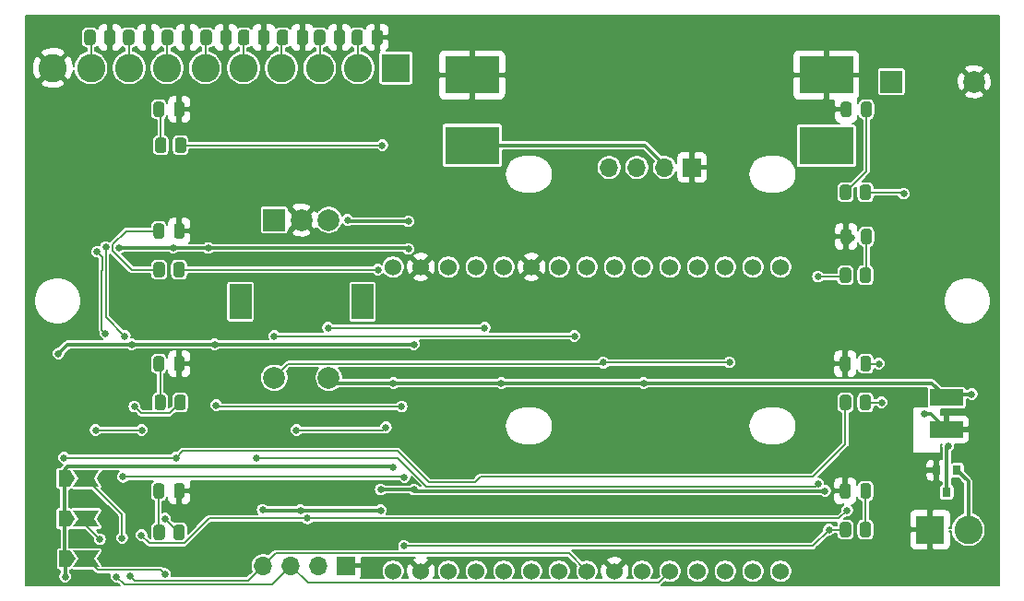
<source format=gbl>
G04 #@! TF.GenerationSoftware,KiCad,Pcbnew,5.1.12-84ad8e8a86~92~ubuntu20.04.1*
G04 #@! TF.CreationDate,2022-01-09T20:19:30+01:00*
G04 #@! TF.ProjectId,ESPHome-Thermostat-pcb,45535048-6f6d-4652-9d54-6865726d6f73,1.0*
G04 #@! TF.SameCoordinates,Original*
G04 #@! TF.FileFunction,Copper,L2,Bot*
G04 #@! TF.FilePolarity,Positive*
%FSLAX46Y46*%
G04 Gerber Fmt 4.6, Leading zero omitted, Abs format (unit mm)*
G04 Created by KiCad (PCBNEW 5.1.12-84ad8e8a86~92~ubuntu20.04.1) date 2022-01-09 20:19:30*
%MOMM*%
%LPD*%
G01*
G04 APERTURE LIST*
G04 #@! TA.AperFunction,ComponentPad*
%ADD10O,1.700000X1.700000*%
G04 #@! TD*
G04 #@! TA.AperFunction,ComponentPad*
%ADD11R,1.700000X1.700000*%
G04 #@! TD*
G04 #@! TA.AperFunction,ComponentPad*
%ADD12C,2.600000*%
G04 #@! TD*
G04 #@! TA.AperFunction,ComponentPad*
%ADD13R,2.600000X2.600000*%
G04 #@! TD*
G04 #@! TA.AperFunction,SMDPad,CuDef*
%ADD14R,3.020000X1.510000*%
G04 #@! TD*
G04 #@! TA.AperFunction,SMDPad,CuDef*
%ADD15R,0.800000X0.900000*%
G04 #@! TD*
G04 #@! TA.AperFunction,SMDPad,CuDef*
%ADD16C,0.150000*%
G04 #@! TD*
G04 #@! TA.AperFunction,ComponentPad*
%ADD17C,2.000000*%
G04 #@! TD*
G04 #@! TA.AperFunction,ComponentPad*
%ADD18R,2.000000X2.000000*%
G04 #@! TD*
G04 #@! TA.AperFunction,ComponentPad*
%ADD19R,5.000000X3.500000*%
G04 #@! TD*
G04 #@! TA.AperFunction,ComponentPad*
%ADD20C,1.524000*%
G04 #@! TD*
G04 #@! TA.AperFunction,ComponentPad*
%ADD21R,2.000000X3.200000*%
G04 #@! TD*
G04 #@! TA.AperFunction,ViaPad*
%ADD22C,0.650000*%
G04 #@! TD*
G04 #@! TA.AperFunction,Conductor*
%ADD23C,0.300000*%
G04 #@! TD*
G04 #@! TA.AperFunction,Conductor*
%ADD24C,0.160000*%
G04 #@! TD*
G04 #@! TA.AperFunction,Conductor*
%ADD25C,0.200000*%
G04 #@! TD*
G04 #@! TA.AperFunction,Conductor*
%ADD26C,0.150000*%
G04 #@! TD*
G04 APERTURE END LIST*
D10*
X72136000Y-100838000D03*
X74676000Y-100838000D03*
X77216000Y-100838000D03*
D11*
X79756000Y-100838000D03*
G04 #@! TA.AperFunction,SMDPad,CuDef*
G36*
G01*
X67418000Y-51873998D02*
X67418000Y-52774002D01*
G75*
G02*
X67168002Y-53024000I-249998J0D01*
G01*
X66642998Y-53024000D01*
G75*
G02*
X66393000Y-52774002I0J249998D01*
G01*
X66393000Y-51873998D01*
G75*
G02*
X66642998Y-51624000I249998J0D01*
G01*
X67168002Y-51624000D01*
G75*
G02*
X67418000Y-51873998I0J-249998D01*
G01*
G37*
G04 #@! TD.AperFunction*
G04 #@! TA.AperFunction,SMDPad,CuDef*
G36*
G01*
X69243000Y-51873998D02*
X69243000Y-52774002D01*
G75*
G02*
X68993002Y-53024000I-249998J0D01*
G01*
X68467998Y-53024000D01*
G75*
G02*
X68218000Y-52774002I0J249998D01*
G01*
X68218000Y-51873998D01*
G75*
G02*
X68467998Y-51624000I249998J0D01*
G01*
X68993002Y-51624000D01*
G75*
G02*
X69243000Y-51873998I0J-249998D01*
G01*
G37*
G04 #@! TD.AperFunction*
G04 #@! TA.AperFunction,SMDPad,CuDef*
G36*
G01*
X70870500Y-51873998D02*
X70870500Y-52774002D01*
G75*
G02*
X70620502Y-53024000I-249998J0D01*
G01*
X70095498Y-53024000D01*
G75*
G02*
X69845500Y-52774002I0J249998D01*
G01*
X69845500Y-51873998D01*
G75*
G02*
X70095498Y-51624000I249998J0D01*
G01*
X70620502Y-51624000D01*
G75*
G02*
X70870500Y-51873998I0J-249998D01*
G01*
G37*
G04 #@! TD.AperFunction*
G04 #@! TA.AperFunction,SMDPad,CuDef*
G36*
G01*
X72695500Y-51873998D02*
X72695500Y-52774002D01*
G75*
G02*
X72445502Y-53024000I-249998J0D01*
G01*
X71920498Y-53024000D01*
G75*
G02*
X71670500Y-52774002I0J249998D01*
G01*
X71670500Y-51873998D01*
G75*
G02*
X71920498Y-51624000I249998J0D01*
G01*
X72445502Y-51624000D01*
G75*
G02*
X72695500Y-51873998I0J-249998D01*
G01*
G37*
G04 #@! TD.AperFunction*
G04 #@! TA.AperFunction,SMDPad,CuDef*
G36*
G01*
X74426500Y-51873998D02*
X74426500Y-52774002D01*
G75*
G02*
X74176502Y-53024000I-249998J0D01*
G01*
X73651498Y-53024000D01*
G75*
G02*
X73401500Y-52774002I0J249998D01*
G01*
X73401500Y-51873998D01*
G75*
G02*
X73651498Y-51624000I249998J0D01*
G01*
X74176502Y-51624000D01*
G75*
G02*
X74426500Y-51873998I0J-249998D01*
G01*
G37*
G04 #@! TD.AperFunction*
G04 #@! TA.AperFunction,SMDPad,CuDef*
G36*
G01*
X76251500Y-51873998D02*
X76251500Y-52774002D01*
G75*
G02*
X76001502Y-53024000I-249998J0D01*
G01*
X75476498Y-53024000D01*
G75*
G02*
X75226500Y-52774002I0J249998D01*
G01*
X75226500Y-51873998D01*
G75*
G02*
X75476498Y-51624000I249998J0D01*
G01*
X76001502Y-51624000D01*
G75*
G02*
X76251500Y-51873998I0J-249998D01*
G01*
G37*
G04 #@! TD.AperFunction*
G04 #@! TA.AperFunction,SMDPad,CuDef*
G36*
G01*
X56750000Y-51873998D02*
X56750000Y-52774002D01*
G75*
G02*
X56500002Y-53024000I-249998J0D01*
G01*
X55974998Y-53024000D01*
G75*
G02*
X55725000Y-52774002I0J249998D01*
G01*
X55725000Y-51873998D01*
G75*
G02*
X55974998Y-51624000I249998J0D01*
G01*
X56500002Y-51624000D01*
G75*
G02*
X56750000Y-51873998I0J-249998D01*
G01*
G37*
G04 #@! TD.AperFunction*
G04 #@! TA.AperFunction,SMDPad,CuDef*
G36*
G01*
X58575000Y-51873998D02*
X58575000Y-52774002D01*
G75*
G02*
X58325002Y-53024000I-249998J0D01*
G01*
X57799998Y-53024000D01*
G75*
G02*
X57550000Y-52774002I0J249998D01*
G01*
X57550000Y-51873998D01*
G75*
G02*
X57799998Y-51624000I249998J0D01*
G01*
X58325002Y-51624000D01*
G75*
G02*
X58575000Y-51873998I0J-249998D01*
G01*
G37*
G04 #@! TD.AperFunction*
G04 #@! TA.AperFunction,SMDPad,CuDef*
G36*
G01*
X60306000Y-51873998D02*
X60306000Y-52774002D01*
G75*
G02*
X60056002Y-53024000I-249998J0D01*
G01*
X59530998Y-53024000D01*
G75*
G02*
X59281000Y-52774002I0J249998D01*
G01*
X59281000Y-51873998D01*
G75*
G02*
X59530998Y-51624000I249998J0D01*
G01*
X60056002Y-51624000D01*
G75*
G02*
X60306000Y-51873998I0J-249998D01*
G01*
G37*
G04 #@! TD.AperFunction*
G04 #@! TA.AperFunction,SMDPad,CuDef*
G36*
G01*
X62131000Y-51873998D02*
X62131000Y-52774002D01*
G75*
G02*
X61881002Y-53024000I-249998J0D01*
G01*
X61355998Y-53024000D01*
G75*
G02*
X61106000Y-52774002I0J249998D01*
G01*
X61106000Y-51873998D01*
G75*
G02*
X61355998Y-51624000I249998J0D01*
G01*
X61881002Y-51624000D01*
G75*
G02*
X62131000Y-51873998I0J-249998D01*
G01*
G37*
G04 #@! TD.AperFunction*
G04 #@! TA.AperFunction,SMDPad,CuDef*
G36*
G01*
X77832000Y-51873998D02*
X77832000Y-52774002D01*
G75*
G02*
X77582002Y-53024000I-249998J0D01*
G01*
X77056998Y-53024000D01*
G75*
G02*
X76807000Y-52774002I0J249998D01*
G01*
X76807000Y-51873998D01*
G75*
G02*
X77056998Y-51624000I249998J0D01*
G01*
X77582002Y-51624000D01*
G75*
G02*
X77832000Y-51873998I0J-249998D01*
G01*
G37*
G04 #@! TD.AperFunction*
G04 #@! TA.AperFunction,SMDPad,CuDef*
G36*
G01*
X79657000Y-51873998D02*
X79657000Y-52774002D01*
G75*
G02*
X79407002Y-53024000I-249998J0D01*
G01*
X78881998Y-53024000D01*
G75*
G02*
X78632000Y-52774002I0J249998D01*
G01*
X78632000Y-51873998D01*
G75*
G02*
X78881998Y-51624000I249998J0D01*
G01*
X79407002Y-51624000D01*
G75*
G02*
X79657000Y-51873998I0J-249998D01*
G01*
G37*
G04 #@! TD.AperFunction*
G04 #@! TA.AperFunction,SMDPad,CuDef*
G36*
G01*
X63862000Y-51873998D02*
X63862000Y-52774002D01*
G75*
G02*
X63612002Y-53024000I-249998J0D01*
G01*
X63086998Y-53024000D01*
G75*
G02*
X62837000Y-52774002I0J249998D01*
G01*
X62837000Y-51873998D01*
G75*
G02*
X63086998Y-51624000I249998J0D01*
G01*
X63612002Y-51624000D01*
G75*
G02*
X63862000Y-51873998I0J-249998D01*
G01*
G37*
G04 #@! TD.AperFunction*
G04 #@! TA.AperFunction,SMDPad,CuDef*
G36*
G01*
X65687000Y-51873998D02*
X65687000Y-52774002D01*
G75*
G02*
X65437002Y-53024000I-249998J0D01*
G01*
X64911998Y-53024000D01*
G75*
G02*
X64662000Y-52774002I0J249998D01*
G01*
X64662000Y-51873998D01*
G75*
G02*
X64911998Y-51624000I249998J0D01*
G01*
X65437002Y-51624000D01*
G75*
G02*
X65687000Y-51873998I0J-249998D01*
G01*
G37*
G04 #@! TD.AperFunction*
G04 #@! TA.AperFunction,SMDPad,CuDef*
G36*
G01*
X126892000Y-86302002D02*
X126892000Y-85401998D01*
G75*
G02*
X127141998Y-85152000I249998J0D01*
G01*
X127667002Y-85152000D01*
G75*
G02*
X127917000Y-85401998I0J-249998D01*
G01*
X127917000Y-86302002D01*
G75*
G02*
X127667002Y-86552000I-249998J0D01*
G01*
X127141998Y-86552000D01*
G75*
G02*
X126892000Y-86302002I0J249998D01*
G01*
G37*
G04 #@! TD.AperFunction*
G04 #@! TA.AperFunction,SMDPad,CuDef*
G36*
G01*
X125067000Y-86302002D02*
X125067000Y-85401998D01*
G75*
G02*
X125316998Y-85152000I249998J0D01*
G01*
X125842002Y-85152000D01*
G75*
G02*
X126092000Y-85401998I0J-249998D01*
G01*
X126092000Y-86302002D01*
G75*
G02*
X125842002Y-86552000I-249998J0D01*
G01*
X125316998Y-86552000D01*
G75*
G02*
X125067000Y-86302002I0J249998D01*
G01*
G37*
G04 #@! TD.AperFunction*
G04 #@! TA.AperFunction,SMDPad,CuDef*
G36*
G01*
X63100000Y-73209998D02*
X63100000Y-74110002D01*
G75*
G02*
X62850002Y-74360000I-249998J0D01*
G01*
X62324998Y-74360000D01*
G75*
G02*
X62075000Y-74110002I0J249998D01*
G01*
X62075000Y-73209998D01*
G75*
G02*
X62324998Y-72960000I249998J0D01*
G01*
X62850002Y-72960000D01*
G75*
G02*
X63100000Y-73209998I0J-249998D01*
G01*
G37*
G04 #@! TD.AperFunction*
G04 #@! TA.AperFunction,SMDPad,CuDef*
G36*
G01*
X64925000Y-73209998D02*
X64925000Y-74110002D01*
G75*
G02*
X64675002Y-74360000I-249998J0D01*
G01*
X64149998Y-74360000D01*
G75*
G02*
X63900000Y-74110002I0J249998D01*
G01*
X63900000Y-73209998D01*
G75*
G02*
X64149998Y-72960000I249998J0D01*
G01*
X64675002Y-72960000D01*
G75*
G02*
X64925000Y-73209998I0J-249998D01*
G01*
G37*
G04 #@! TD.AperFunction*
G04 #@! TA.AperFunction,SMDPad,CuDef*
G36*
G01*
X126892000Y-74618002D02*
X126892000Y-73717998D01*
G75*
G02*
X127141998Y-73468000I249998J0D01*
G01*
X127667002Y-73468000D01*
G75*
G02*
X127917000Y-73717998I0J-249998D01*
G01*
X127917000Y-74618002D01*
G75*
G02*
X127667002Y-74868000I-249998J0D01*
G01*
X127141998Y-74868000D01*
G75*
G02*
X126892000Y-74618002I0J249998D01*
G01*
G37*
G04 #@! TD.AperFunction*
G04 #@! TA.AperFunction,SMDPad,CuDef*
G36*
G01*
X125067000Y-74618002D02*
X125067000Y-73717998D01*
G75*
G02*
X125316998Y-73468000I249998J0D01*
G01*
X125842002Y-73468000D01*
G75*
G02*
X126092000Y-73717998I0J-249998D01*
G01*
X126092000Y-74618002D01*
G75*
G02*
X125842002Y-74868000I-249998J0D01*
G01*
X125316998Y-74868000D01*
G75*
G02*
X125067000Y-74618002I0J249998D01*
G01*
G37*
G04 #@! TD.AperFunction*
G04 #@! TA.AperFunction,SMDPad,CuDef*
G36*
G01*
X63100000Y-97339998D02*
X63100000Y-98240002D01*
G75*
G02*
X62850002Y-98490000I-249998J0D01*
G01*
X62324998Y-98490000D01*
G75*
G02*
X62075000Y-98240002I0J249998D01*
G01*
X62075000Y-97339998D01*
G75*
G02*
X62324998Y-97090000I249998J0D01*
G01*
X62850002Y-97090000D01*
G75*
G02*
X63100000Y-97339998I0J-249998D01*
G01*
G37*
G04 #@! TD.AperFunction*
G04 #@! TA.AperFunction,SMDPad,CuDef*
G36*
G01*
X64925000Y-97339998D02*
X64925000Y-98240002D01*
G75*
G02*
X64675002Y-98490000I-249998J0D01*
G01*
X64149998Y-98490000D01*
G75*
G02*
X63900000Y-98240002I0J249998D01*
G01*
X63900000Y-97339998D01*
G75*
G02*
X64149998Y-97090000I249998J0D01*
G01*
X64675002Y-97090000D01*
G75*
G02*
X64925000Y-97339998I0J-249998D01*
G01*
G37*
G04 #@! TD.AperFunction*
G04 #@! TA.AperFunction,SMDPad,CuDef*
G36*
G01*
X126892000Y-97986002D02*
X126892000Y-97085998D01*
G75*
G02*
X127141998Y-96836000I249998J0D01*
G01*
X127667002Y-96836000D01*
G75*
G02*
X127917000Y-97085998I0J-249998D01*
G01*
X127917000Y-97986002D01*
G75*
G02*
X127667002Y-98236000I-249998J0D01*
G01*
X127141998Y-98236000D01*
G75*
G02*
X126892000Y-97986002I0J249998D01*
G01*
G37*
G04 #@! TD.AperFunction*
G04 #@! TA.AperFunction,SMDPad,CuDef*
G36*
G01*
X125067000Y-97986002D02*
X125067000Y-97085998D01*
G75*
G02*
X125316998Y-96836000I249998J0D01*
G01*
X125842002Y-96836000D01*
G75*
G02*
X126092000Y-97085998I0J-249998D01*
G01*
X126092000Y-97986002D01*
G75*
G02*
X125842002Y-98236000I-249998J0D01*
G01*
X125316998Y-98236000D01*
G75*
G02*
X125067000Y-97986002I0J249998D01*
G01*
G37*
G04 #@! TD.AperFunction*
G04 #@! TA.AperFunction,SMDPad,CuDef*
G36*
G01*
X63250500Y-61779998D02*
X63250500Y-62680002D01*
G75*
G02*
X63000502Y-62930000I-249998J0D01*
G01*
X62475498Y-62930000D01*
G75*
G02*
X62225500Y-62680002I0J249998D01*
G01*
X62225500Y-61779998D01*
G75*
G02*
X62475498Y-61530000I249998J0D01*
G01*
X63000502Y-61530000D01*
G75*
G02*
X63250500Y-61779998I0J-249998D01*
G01*
G37*
G04 #@! TD.AperFunction*
G04 #@! TA.AperFunction,SMDPad,CuDef*
G36*
G01*
X65075500Y-61779998D02*
X65075500Y-62680002D01*
G75*
G02*
X64825502Y-62930000I-249998J0D01*
G01*
X64300498Y-62930000D01*
G75*
G02*
X64050500Y-62680002I0J249998D01*
G01*
X64050500Y-61779998D01*
G75*
G02*
X64300498Y-61530000I249998J0D01*
G01*
X64825502Y-61530000D01*
G75*
G02*
X65075500Y-61779998I0J-249998D01*
G01*
G37*
G04 #@! TD.AperFunction*
G04 #@! TA.AperFunction,SMDPad,CuDef*
G36*
G01*
X81284500Y-51873998D02*
X81284500Y-52774002D01*
G75*
G02*
X81034502Y-53024000I-249998J0D01*
G01*
X80509498Y-53024000D01*
G75*
G02*
X80259500Y-52774002I0J249998D01*
G01*
X80259500Y-51873998D01*
G75*
G02*
X80509498Y-51624000I249998J0D01*
G01*
X81034502Y-51624000D01*
G75*
G02*
X81284500Y-51873998I0J-249998D01*
G01*
G37*
G04 #@! TD.AperFunction*
G04 #@! TA.AperFunction,SMDPad,CuDef*
G36*
G01*
X83109500Y-51873998D02*
X83109500Y-52774002D01*
G75*
G02*
X82859502Y-53024000I-249998J0D01*
G01*
X82334498Y-53024000D01*
G75*
G02*
X82084500Y-52774002I0J249998D01*
G01*
X82084500Y-51873998D01*
G75*
G02*
X82334498Y-51624000I249998J0D01*
G01*
X82859502Y-51624000D01*
G75*
G02*
X83109500Y-51873998I0J-249998D01*
G01*
G37*
G04 #@! TD.AperFunction*
G04 #@! TA.AperFunction,SMDPad,CuDef*
G36*
G01*
X63203500Y-85401998D02*
X63203500Y-86302002D01*
G75*
G02*
X62953502Y-86552000I-249998J0D01*
G01*
X62428498Y-86552000D01*
G75*
G02*
X62178500Y-86302002I0J249998D01*
G01*
X62178500Y-85401998D01*
G75*
G02*
X62428498Y-85152000I249998J0D01*
G01*
X62953502Y-85152000D01*
G75*
G02*
X63203500Y-85401998I0J-249998D01*
G01*
G37*
G04 #@! TD.AperFunction*
G04 #@! TA.AperFunction,SMDPad,CuDef*
G36*
G01*
X65028500Y-85401998D02*
X65028500Y-86302002D01*
G75*
G02*
X64778502Y-86552000I-249998J0D01*
G01*
X64253498Y-86552000D01*
G75*
G02*
X64003500Y-86302002I0J249998D01*
G01*
X64003500Y-85401998D01*
G75*
G02*
X64253498Y-85152000I249998J0D01*
G01*
X64778502Y-85152000D01*
G75*
G02*
X65028500Y-85401998I0J-249998D01*
G01*
G37*
G04 #@! TD.AperFunction*
G04 #@! TA.AperFunction,SMDPad,CuDef*
G36*
G01*
X126092000Y-66097998D02*
X126092000Y-66998002D01*
G75*
G02*
X125842002Y-67248000I-249998J0D01*
G01*
X125316998Y-67248000D01*
G75*
G02*
X125067000Y-66998002I0J249998D01*
G01*
X125067000Y-66097998D01*
G75*
G02*
X125316998Y-65848000I249998J0D01*
G01*
X125842002Y-65848000D01*
G75*
G02*
X126092000Y-66097998I0J-249998D01*
G01*
G37*
G04 #@! TD.AperFunction*
G04 #@! TA.AperFunction,SMDPad,CuDef*
G36*
G01*
X127917000Y-66097998D02*
X127917000Y-66998002D01*
G75*
G02*
X127667002Y-67248000I-249998J0D01*
G01*
X127141998Y-67248000D01*
G75*
G02*
X126892000Y-66998002I0J249998D01*
G01*
X126892000Y-66097998D01*
G75*
G02*
X127141998Y-65848000I249998J0D01*
G01*
X127667002Y-65848000D01*
G75*
G02*
X127917000Y-66097998I0J-249998D01*
G01*
G37*
G04 #@! TD.AperFunction*
D12*
X136850000Y-97536000D03*
D13*
X133350000Y-97536000D03*
G04 #@! TA.AperFunction,SMDPad,CuDef*
G36*
G01*
X126942000Y-82752250D02*
X126942000Y-81839750D01*
G75*
G02*
X127185750Y-81596000I243750J0D01*
G01*
X127673250Y-81596000D01*
G75*
G02*
X127917000Y-81839750I0J-243750D01*
G01*
X127917000Y-82752250D01*
G75*
G02*
X127673250Y-82996000I-243750J0D01*
G01*
X127185750Y-82996000D01*
G75*
G02*
X126942000Y-82752250I0J243750D01*
G01*
G37*
G04 #@! TD.AperFunction*
G04 #@! TA.AperFunction,SMDPad,CuDef*
G36*
G01*
X125067000Y-82752250D02*
X125067000Y-81839750D01*
G75*
G02*
X125310750Y-81596000I243750J0D01*
G01*
X125798250Y-81596000D01*
G75*
G02*
X126042000Y-81839750I0J-243750D01*
G01*
X126042000Y-82752250D01*
G75*
G02*
X125798250Y-82996000I-243750J0D01*
G01*
X125310750Y-82996000D01*
G75*
G02*
X125067000Y-82752250I0J243750D01*
G01*
G37*
G04 #@! TD.AperFunction*
G04 #@! TA.AperFunction,SMDPad,CuDef*
G36*
G01*
X63050000Y-69647750D02*
X63050000Y-70560250D01*
G75*
G02*
X62806250Y-70804000I-243750J0D01*
G01*
X62318750Y-70804000D01*
G75*
G02*
X62075000Y-70560250I0J243750D01*
G01*
X62075000Y-69647750D01*
G75*
G02*
X62318750Y-69404000I243750J0D01*
G01*
X62806250Y-69404000D01*
G75*
G02*
X63050000Y-69647750I0J-243750D01*
G01*
G37*
G04 #@! TD.AperFunction*
G04 #@! TA.AperFunction,SMDPad,CuDef*
G36*
G01*
X64925000Y-69647750D02*
X64925000Y-70560250D01*
G75*
G02*
X64681250Y-70804000I-243750J0D01*
G01*
X64193750Y-70804000D01*
G75*
G02*
X63950000Y-70560250I0J243750D01*
G01*
X63950000Y-69647750D01*
G75*
G02*
X64193750Y-69404000I243750J0D01*
G01*
X64681250Y-69404000D01*
G75*
G02*
X64925000Y-69647750I0J-243750D01*
G01*
G37*
G04 #@! TD.AperFunction*
G04 #@! TA.AperFunction,SMDPad,CuDef*
G36*
G01*
X127020500Y-71068250D02*
X127020500Y-70155750D01*
G75*
G02*
X127264250Y-69912000I243750J0D01*
G01*
X127751750Y-69912000D01*
G75*
G02*
X127995500Y-70155750I0J-243750D01*
G01*
X127995500Y-71068250D01*
G75*
G02*
X127751750Y-71312000I-243750J0D01*
G01*
X127264250Y-71312000D01*
G75*
G02*
X127020500Y-71068250I0J243750D01*
G01*
G37*
G04 #@! TD.AperFunction*
G04 #@! TA.AperFunction,SMDPad,CuDef*
G36*
G01*
X125145500Y-71068250D02*
X125145500Y-70155750D01*
G75*
G02*
X125389250Y-69912000I243750J0D01*
G01*
X125876750Y-69912000D01*
G75*
G02*
X126120500Y-70155750I0J-243750D01*
G01*
X126120500Y-71068250D01*
G75*
G02*
X125876750Y-71312000I-243750J0D01*
G01*
X125389250Y-71312000D01*
G75*
G02*
X125145500Y-71068250I0J243750D01*
G01*
G37*
G04 #@! TD.AperFunction*
G04 #@! TA.AperFunction,SMDPad,CuDef*
G36*
G01*
X63050000Y-93523750D02*
X63050000Y-94436250D01*
G75*
G02*
X62806250Y-94680000I-243750J0D01*
G01*
X62318750Y-94680000D01*
G75*
G02*
X62075000Y-94436250I0J243750D01*
G01*
X62075000Y-93523750D01*
G75*
G02*
X62318750Y-93280000I243750J0D01*
G01*
X62806250Y-93280000D01*
G75*
G02*
X63050000Y-93523750I0J-243750D01*
G01*
G37*
G04 #@! TD.AperFunction*
G04 #@! TA.AperFunction,SMDPad,CuDef*
G36*
G01*
X64925000Y-93523750D02*
X64925000Y-94436250D01*
G75*
G02*
X64681250Y-94680000I-243750J0D01*
G01*
X64193750Y-94680000D01*
G75*
G02*
X63950000Y-94436250I0J243750D01*
G01*
X63950000Y-93523750D01*
G75*
G02*
X64193750Y-93280000I243750J0D01*
G01*
X64681250Y-93280000D01*
G75*
G02*
X64925000Y-93523750I0J-243750D01*
G01*
G37*
G04 #@! TD.AperFunction*
G04 #@! TA.AperFunction,SMDPad,CuDef*
G36*
G01*
X126942000Y-94436250D02*
X126942000Y-93523750D01*
G75*
G02*
X127185750Y-93280000I243750J0D01*
G01*
X127673250Y-93280000D01*
G75*
G02*
X127917000Y-93523750I0J-243750D01*
G01*
X127917000Y-94436250D01*
G75*
G02*
X127673250Y-94680000I-243750J0D01*
G01*
X127185750Y-94680000D01*
G75*
G02*
X126942000Y-94436250I0J243750D01*
G01*
G37*
G04 #@! TD.AperFunction*
G04 #@! TA.AperFunction,SMDPad,CuDef*
G36*
G01*
X125067000Y-94436250D02*
X125067000Y-93523750D01*
G75*
G02*
X125310750Y-93280000I243750J0D01*
G01*
X125798250Y-93280000D01*
G75*
G02*
X126042000Y-93523750I0J-243750D01*
G01*
X126042000Y-94436250D01*
G75*
G02*
X125798250Y-94680000I-243750J0D01*
G01*
X125310750Y-94680000D01*
G75*
G02*
X125067000Y-94436250I0J243750D01*
G01*
G37*
G04 #@! TD.AperFunction*
G04 #@! TA.AperFunction,SMDPad,CuDef*
G36*
G01*
X63050000Y-58471750D02*
X63050000Y-59384250D01*
G75*
G02*
X62806250Y-59628000I-243750J0D01*
G01*
X62318750Y-59628000D01*
G75*
G02*
X62075000Y-59384250I0J243750D01*
G01*
X62075000Y-58471750D01*
G75*
G02*
X62318750Y-58228000I243750J0D01*
G01*
X62806250Y-58228000D01*
G75*
G02*
X63050000Y-58471750I0J-243750D01*
G01*
G37*
G04 #@! TD.AperFunction*
G04 #@! TA.AperFunction,SMDPad,CuDef*
G36*
G01*
X64925000Y-58471750D02*
X64925000Y-59384250D01*
G75*
G02*
X64681250Y-59628000I-243750J0D01*
G01*
X64193750Y-59628000D01*
G75*
G02*
X63950000Y-59384250I0J243750D01*
G01*
X63950000Y-58471750D01*
G75*
G02*
X64193750Y-58228000I243750J0D01*
G01*
X64681250Y-58228000D01*
G75*
G02*
X64925000Y-58471750I0J-243750D01*
G01*
G37*
G04 #@! TD.AperFunction*
G04 #@! TA.AperFunction,SMDPad,CuDef*
G36*
G01*
X63050000Y-81839750D02*
X63050000Y-82752250D01*
G75*
G02*
X62806250Y-82996000I-243750J0D01*
G01*
X62318750Y-82996000D01*
G75*
G02*
X62075000Y-82752250I0J243750D01*
G01*
X62075000Y-81839750D01*
G75*
G02*
X62318750Y-81596000I243750J0D01*
G01*
X62806250Y-81596000D01*
G75*
G02*
X63050000Y-81839750I0J-243750D01*
G01*
G37*
G04 #@! TD.AperFunction*
G04 #@! TA.AperFunction,SMDPad,CuDef*
G36*
G01*
X64925000Y-81839750D02*
X64925000Y-82752250D01*
G75*
G02*
X64681250Y-82996000I-243750J0D01*
G01*
X64193750Y-82996000D01*
G75*
G02*
X63950000Y-82752250I0J243750D01*
G01*
X63950000Y-81839750D01*
G75*
G02*
X64193750Y-81596000I243750J0D01*
G01*
X64681250Y-81596000D01*
G75*
G02*
X64925000Y-81839750I0J-243750D01*
G01*
G37*
G04 #@! TD.AperFunction*
G04 #@! TA.AperFunction,SMDPad,CuDef*
G36*
G01*
X127020500Y-59384250D02*
X127020500Y-58471750D01*
G75*
G02*
X127264250Y-58228000I243750J0D01*
G01*
X127751750Y-58228000D01*
G75*
G02*
X127995500Y-58471750I0J-243750D01*
G01*
X127995500Y-59384250D01*
G75*
G02*
X127751750Y-59628000I-243750J0D01*
G01*
X127264250Y-59628000D01*
G75*
G02*
X127020500Y-59384250I0J243750D01*
G01*
G37*
G04 #@! TD.AperFunction*
G04 #@! TA.AperFunction,SMDPad,CuDef*
G36*
G01*
X125145500Y-59384250D02*
X125145500Y-58471750D01*
G75*
G02*
X125389250Y-58228000I243750J0D01*
G01*
X125876750Y-58228000D01*
G75*
G02*
X126120500Y-58471750I0J-243750D01*
G01*
X126120500Y-59384250D01*
G75*
G02*
X125876750Y-59628000I-243750J0D01*
G01*
X125389250Y-59628000D01*
G75*
G02*
X125145500Y-59384250I0J243750D01*
G01*
G37*
G04 #@! TD.AperFunction*
D14*
X134874000Y-88318000D03*
X134874000Y-85418000D03*
D15*
X134874000Y-94091000D03*
X135824000Y-92091000D03*
X133924000Y-92091000D03*
G04 #@! TA.AperFunction,SMDPad,CuDef*
D16*
G36*
X56880000Y-92837000D02*
G01*
X57380000Y-92087000D01*
X58380000Y-92087000D01*
X58380000Y-93587000D01*
X57380000Y-93587000D01*
X56880000Y-92837000D01*
G37*
G04 #@! TD.AperFunction*
G04 #@! TA.AperFunction,SMDPad,CuDef*
G36*
X56580000Y-92837000D02*
G01*
X57080000Y-93587000D01*
X54680000Y-93587000D01*
X55180000Y-92837000D01*
X54680000Y-92087000D01*
X57080000Y-92087000D01*
X56580000Y-92837000D01*
G37*
G04 #@! TD.AperFunction*
G04 #@! TA.AperFunction,SMDPad,CuDef*
G36*
X54880000Y-92837000D02*
G01*
X54380000Y-93587000D01*
X53380000Y-93587000D01*
X53380000Y-92087000D01*
X54380000Y-92087000D01*
X54880000Y-92837000D01*
G37*
G04 #@! TD.AperFunction*
G04 #@! TA.AperFunction,SMDPad,CuDef*
G36*
X56880000Y-96520000D02*
G01*
X57380000Y-95770000D01*
X58380000Y-95770000D01*
X58380000Y-97270000D01*
X57380000Y-97270000D01*
X56880000Y-96520000D01*
G37*
G04 #@! TD.AperFunction*
G04 #@! TA.AperFunction,SMDPad,CuDef*
G36*
X56580000Y-96520000D02*
G01*
X57080000Y-97270000D01*
X54680000Y-97270000D01*
X55180000Y-96520000D01*
X54680000Y-95770000D01*
X57080000Y-95770000D01*
X56580000Y-96520000D01*
G37*
G04 #@! TD.AperFunction*
G04 #@! TA.AperFunction,SMDPad,CuDef*
G36*
X54880000Y-96520000D02*
G01*
X54380000Y-97270000D01*
X53380000Y-97270000D01*
X53380000Y-95770000D01*
X54380000Y-95770000D01*
X54880000Y-96520000D01*
G37*
G04 #@! TD.AperFunction*
G04 #@! TA.AperFunction,SMDPad,CuDef*
G36*
X56912000Y-100203000D02*
G01*
X57412000Y-99453000D01*
X58412000Y-99453000D01*
X58412000Y-100953000D01*
X57412000Y-100953000D01*
X56912000Y-100203000D01*
G37*
G04 #@! TD.AperFunction*
G04 #@! TA.AperFunction,SMDPad,CuDef*
G36*
X56612000Y-100203000D02*
G01*
X57112000Y-100953000D01*
X54712000Y-100953000D01*
X55212000Y-100203000D01*
X54712000Y-99453000D01*
X57112000Y-99453000D01*
X56612000Y-100203000D01*
G37*
G04 #@! TD.AperFunction*
G04 #@! TA.AperFunction,SMDPad,CuDef*
G36*
X54912000Y-100203000D02*
G01*
X54412000Y-100953000D01*
X53412000Y-100953000D01*
X53412000Y-99453000D01*
X54412000Y-99453000D01*
X54912000Y-100203000D01*
G37*
G04 #@! TD.AperFunction*
D17*
X137394000Y-56388000D03*
D18*
X129794000Y-56388000D03*
D12*
X52828000Y-55118000D03*
X56328000Y-55118000D03*
X59828000Y-55118000D03*
X63328000Y-55118000D03*
X66828000Y-55118000D03*
X70328000Y-55118000D03*
X73828000Y-55118000D03*
X77328000Y-55118000D03*
X80828000Y-55118000D03*
D13*
X84328000Y-55118000D03*
D19*
X123821100Y-62279600D03*
X123821100Y-55779600D03*
X91321100Y-55779600D03*
X91321100Y-62229600D03*
D10*
X103886000Y-64262000D03*
X106426000Y-64262000D03*
D11*
X111506000Y-64262000D03*
D10*
X108966000Y-64262000D03*
D20*
X119634000Y-101346000D03*
X117094000Y-101346000D03*
X114554000Y-101346000D03*
X112014000Y-101346000D03*
X109474000Y-101346000D03*
X106934000Y-101346000D03*
X104394000Y-101346000D03*
X101854000Y-101346000D03*
X99314000Y-101346000D03*
X96774000Y-101346000D03*
X94234000Y-101346000D03*
X91694000Y-101346000D03*
X89154000Y-101346000D03*
X86614000Y-101346000D03*
X84074000Y-101346000D03*
X84074000Y-73406000D03*
X86614000Y-73406000D03*
X89154000Y-73406000D03*
X91694000Y-73406000D03*
X94234000Y-73406000D03*
X96774000Y-73406000D03*
X99314000Y-73406000D03*
X101854000Y-73406000D03*
X104394000Y-73406000D03*
X106934000Y-73406000D03*
X109474000Y-73406000D03*
X112014000Y-73406000D03*
X114554000Y-73406000D03*
X117094000Y-73406000D03*
X119634000Y-73406000D03*
D18*
X73152000Y-69088000D03*
D17*
X75652000Y-69088000D03*
X78152000Y-69088000D03*
D21*
X70052000Y-76588000D03*
X81252000Y-76588000D03*
D17*
X73152000Y-83588000D03*
X78152000Y-83588000D03*
D22*
X126111000Y-70739000D03*
X132842000Y-86868000D03*
X73025000Y-97663000D03*
X72136000Y-98425000D03*
X60198000Y-94996000D03*
X61214000Y-94234000D03*
X57150000Y-89535000D03*
X58166000Y-89535000D03*
X51181000Y-85598000D03*
X50927000Y-89281000D03*
X50927000Y-90551000D03*
X70993000Y-84582000D03*
X68580000Y-88519000D03*
X104521000Y-75311000D03*
X104521000Y-76581000D03*
X104648000Y-77978000D03*
X75057000Y-83947000D03*
X70612000Y-99822000D03*
X70612000Y-100838000D03*
X68326000Y-99568000D03*
X53975000Y-101854000D03*
X85471000Y-69215000D03*
X79883000Y-69088000D03*
X93980000Y-84074000D03*
X84074000Y-84074000D03*
X107061000Y-84074000D03*
X84074000Y-91821000D03*
X137160000Y-85090000D03*
X130938999Y-66675000D03*
X125730000Y-95758000D03*
X76180775Y-96500775D03*
X60960000Y-98044000D03*
X123698000Y-93980000D03*
X85979000Y-93853000D03*
X85979000Y-80518000D03*
X53340000Y-81377000D03*
X67691000Y-80518000D03*
X60071000Y-80518000D03*
X67093200Y-71665200D03*
X63881000Y-71628000D03*
X58928000Y-71628000D03*
X85471000Y-71755000D03*
X82931000Y-93853000D03*
X82931000Y-95758000D03*
X72089200Y-95711200D03*
X75565000Y-95758000D03*
X128905000Y-85852000D03*
X128651000Y-82296000D03*
X60325000Y-86233000D03*
X75184000Y-88392000D03*
X83399000Y-88138000D03*
X83058000Y-62230000D03*
X60991000Y-88392000D03*
X56769000Y-88392000D03*
X124079000Y-97536000D03*
X59274500Y-92675500D03*
X85090000Y-92710000D03*
X85060001Y-99030001D03*
X63119000Y-96520000D03*
X123063000Y-74295000D03*
X71501000Y-90932000D03*
X123063000Y-93305000D03*
X82677000Y-73660000D03*
X84836000Y-86233000D03*
X67818000Y-86106000D03*
X53848000Y-90932000D03*
X64135000Y-90932000D03*
X57717999Y-71594443D03*
X59436000Y-79756000D03*
X57658000Y-79502000D03*
X56896000Y-72009000D03*
X103351999Y-82195001D03*
X114935000Y-82169000D03*
X73152000Y-79756000D03*
X100711000Y-79756000D03*
X78105000Y-78994000D03*
X92456000Y-78994000D03*
X58674000Y-101854000D03*
X59944000Y-101838010D03*
X63119000Y-101617001D03*
X57150000Y-98425000D03*
X59182000Y-98298000D03*
X135001000Y-89892002D03*
D23*
X134821000Y-88265000D02*
X134874000Y-88318000D01*
X133424000Y-86868000D02*
X134874000Y-88318000D01*
X132842000Y-86868000D02*
X133424000Y-86868000D01*
X53975000Y-100266000D02*
X53912000Y-100203000D01*
X53975000Y-101854000D02*
X53975000Y-100266000D01*
X53912000Y-96552000D02*
X53880000Y-96520000D01*
X53912000Y-100203000D02*
X53912000Y-96552000D01*
X53880000Y-96520000D02*
X53880000Y-92837000D01*
X80010000Y-69215000D02*
X79883000Y-69088000D01*
X85471000Y-69215000D02*
X80010000Y-69215000D01*
X91321100Y-62229600D02*
X107188400Y-62229600D01*
X108966000Y-64007200D02*
X108966000Y-64262000D01*
X107188400Y-62229600D02*
X108966000Y-64007200D01*
X133678000Y-85418000D02*
X134874000Y-85418000D01*
X134874000Y-85418000D02*
X133530000Y-84074000D01*
X93980000Y-84074000D02*
X84074000Y-84074000D01*
X107061000Y-84074000D02*
X93980000Y-84074000D01*
X133530000Y-84074000D02*
X107061000Y-84074000D01*
D24*
X84059990Y-91806990D02*
X84074000Y-91821000D01*
D23*
X83989990Y-91736990D02*
X84074000Y-91821000D01*
X54186010Y-91736990D02*
X83989990Y-91736990D01*
X53880000Y-92043000D02*
X54186010Y-91736990D01*
X53880000Y-92837000D02*
X53880000Y-92043000D01*
X78638000Y-84074000D02*
X78152000Y-83588000D01*
X84074000Y-84074000D02*
X78638000Y-84074000D01*
X135202000Y-85090000D02*
X134874000Y-85418000D01*
X137160000Y-85090000D02*
X135202000Y-85090000D01*
D24*
X80828000Y-52380000D02*
X80772000Y-52324000D01*
X80828000Y-55118000D02*
X80828000Y-52380000D01*
X130811999Y-66548000D02*
X130938999Y-66675000D01*
X127404500Y-66548000D02*
X130811999Y-66548000D01*
X124987225Y-96500775D02*
X76180775Y-96500775D01*
X125730000Y-95758000D02*
X124987225Y-96500775D01*
X64894540Y-98770010D02*
X61686010Y-98770010D01*
X67163775Y-96500775D02*
X64894540Y-98770010D01*
X61686010Y-98770010D02*
X60960000Y-98044000D01*
X76180775Y-96500775D02*
X67163775Y-96500775D01*
D23*
X86106000Y-93980000D02*
X85979000Y-93853000D01*
X123698000Y-93980000D02*
X86106000Y-93980000D01*
X54199000Y-80518000D02*
X53340000Y-81377000D01*
X85979000Y-80518000D02*
X67691000Y-80518000D01*
X60071000Y-80518000D02*
X54199000Y-80518000D01*
X67691000Y-80518000D02*
X60071000Y-80518000D01*
X63918200Y-71665200D02*
X63881000Y-71628000D01*
X67093200Y-71665200D02*
X63918200Y-71665200D01*
X63881000Y-71628000D02*
X58928000Y-71628000D01*
X85381200Y-71665200D02*
X85471000Y-71755000D01*
X67093200Y-71665200D02*
X85381200Y-71665200D01*
X85979000Y-93853000D02*
X82931000Y-93853000D01*
X72136000Y-95758000D02*
X72089200Y-95711200D01*
X75565000Y-95758000D02*
X72136000Y-95758000D01*
X82931000Y-95758000D02*
X75565000Y-95758000D01*
D24*
X127508000Y-64619500D02*
X125579500Y-66548000D01*
X127508000Y-58928000D02*
X127508000Y-64619500D01*
X62691000Y-82424500D02*
X62562500Y-82296000D01*
X62691000Y-85852000D02*
X62691000Y-82424500D01*
X127404500Y-94005000D02*
X127429500Y-93980000D01*
X127404500Y-97536000D02*
X127404500Y-94005000D01*
X62738000Y-59103500D02*
X62562500Y-58928000D01*
X62738000Y-62230000D02*
X62738000Y-59103500D01*
X62587500Y-96883902D02*
X62513999Y-96810401D01*
X62513999Y-94028501D02*
X62562500Y-93980000D01*
X62513999Y-96810401D02*
X62513999Y-94028501D01*
X62587500Y-97790000D02*
X62587500Y-96883902D01*
X63328000Y-52345500D02*
X63349500Y-52324000D01*
X63328000Y-55118000D02*
X63328000Y-52345500D01*
X77328000Y-52332500D02*
X77319500Y-52324000D01*
X77328000Y-55118000D02*
X77328000Y-52332500D01*
X127508000Y-74064500D02*
X127404500Y-74168000D01*
X127508000Y-70612000D02*
X127508000Y-74064500D01*
X59828000Y-52358500D02*
X59793500Y-52324000D01*
X59828000Y-55118000D02*
X59828000Y-52358500D01*
X56328000Y-52414500D02*
X56237500Y-52324000D01*
X56328000Y-55118000D02*
X56328000Y-52414500D01*
X59556598Y-70104000D02*
X62562500Y-70104000D01*
X58322999Y-71337599D02*
X59556598Y-70104000D01*
X58322999Y-71918401D02*
X58322999Y-71337599D01*
X60064598Y-73660000D02*
X58322999Y-71918401D01*
X62587500Y-73660000D02*
X60064598Y-73660000D01*
X73828000Y-52410000D02*
X73914000Y-52324000D01*
X73828000Y-55118000D02*
X73828000Y-52410000D01*
X70328000Y-52354000D02*
X70358000Y-52324000D01*
X70328000Y-55118000D02*
X70328000Y-52354000D01*
X127404500Y-85852000D02*
X128905000Y-85852000D01*
X128651000Y-82296000D02*
X127429500Y-82296000D01*
X66828000Y-52401500D02*
X66905500Y-52324000D01*
X66828000Y-55118000D02*
X66828000Y-52401500D01*
X63535990Y-86832010D02*
X60924010Y-86832010D01*
X60924010Y-86832010D02*
X60325000Y-86233000D01*
X64516000Y-85852000D02*
X63535990Y-86832010D01*
X83145000Y-88392000D02*
X83399000Y-88138000D01*
X75184000Y-88392000D02*
X83145000Y-88392000D01*
X83058000Y-62230000D02*
X64563000Y-62230000D01*
X60991000Y-88392000D02*
X56769000Y-88392000D01*
X124079000Y-97536000D02*
X125579500Y-97536000D01*
X124079000Y-97536000D02*
X122584999Y-99030001D01*
X85055500Y-92675500D02*
X85090000Y-92710000D01*
X59274500Y-92675500D02*
X85055500Y-92675500D01*
X122584999Y-99030001D02*
X85060001Y-99030001D01*
X64389000Y-97790000D02*
X64412500Y-97790000D01*
X63119000Y-96520000D02*
X64389000Y-97790000D01*
X125452500Y-74295000D02*
X125579500Y-74168000D01*
X123063000Y-74295000D02*
X125452500Y-74295000D01*
X71501000Y-90932000D02*
X84504010Y-90932000D01*
X84504010Y-90932000D02*
X87122000Y-93549990D01*
X87122000Y-93549990D02*
X122818010Y-93549990D01*
X122818010Y-93549990D02*
X123063000Y-93305000D01*
X64412500Y-73660000D02*
X82677000Y-73660000D01*
X67945000Y-86233000D02*
X67818000Y-86106000D01*
X84836000Y-86233000D02*
X67945000Y-86233000D01*
X53848000Y-90932000D02*
X64135000Y-90932000D01*
X84484999Y-90326999D02*
X87347980Y-93189980D01*
X64740001Y-90326999D02*
X84484999Y-90326999D01*
X64135000Y-90932000D02*
X64740001Y-90326999D01*
X87347980Y-93189980D02*
X91567000Y-93189980D01*
X92056981Y-92699999D02*
X122565001Y-92699999D01*
X91567000Y-93189980D02*
X92056981Y-92699999D01*
X125579500Y-89685500D02*
X125579500Y-85852000D01*
X122565001Y-92699999D02*
X125579500Y-89685500D01*
X57717999Y-78037999D02*
X59436000Y-79756000D01*
X57717999Y-71594443D02*
X57717999Y-78037999D01*
X57333001Y-73730999D02*
X57357989Y-73706011D01*
X57333001Y-79177001D02*
X57333001Y-73730999D01*
X57658000Y-79502000D02*
X57333001Y-79177001D01*
X57357989Y-72470989D02*
X56896000Y-72009000D01*
X57357989Y-73706011D02*
X57357989Y-72470989D01*
X74432001Y-82307999D02*
X103239001Y-82307999D01*
X73152000Y-83588000D02*
X74432001Y-82307999D01*
X103239001Y-82307999D02*
X103351999Y-82195001D01*
X114908999Y-82195001D02*
X114935000Y-82169000D01*
X103351999Y-82195001D02*
X114908999Y-82195001D01*
X100711000Y-79756000D02*
X73152000Y-79756000D01*
X78105000Y-78994000D02*
X92456000Y-78994000D01*
X59402012Y-102582012D02*
X58674000Y-101854000D01*
X72931988Y-102582012D02*
X59402012Y-102582012D01*
X74676000Y-100838000D02*
X72931988Y-102582012D01*
X108431999Y-102388001D02*
X109474000Y-101346000D01*
X76226001Y-102388001D02*
X108431999Y-102388001D01*
X74676000Y-100838000D02*
X76226001Y-102388001D01*
X70751998Y-102222002D02*
X72136000Y-100838000D01*
X60327992Y-102222002D02*
X70751998Y-102222002D01*
X59944000Y-101838010D02*
X60327992Y-102222002D01*
X100215999Y-99707999D02*
X101854000Y-101346000D01*
X73266001Y-99707999D02*
X100215999Y-99707999D01*
X72136000Y-100838000D02*
X73266001Y-99707999D01*
X62735009Y-101233010D02*
X63119000Y-101617001D01*
X56942010Y-101233010D02*
X62735009Y-101233010D01*
X55912000Y-100203000D02*
X56942010Y-101233010D01*
X55880000Y-97155000D02*
X55880000Y-96520000D01*
X57150000Y-98425000D02*
X55880000Y-97155000D01*
X59182000Y-96139000D02*
X55880000Y-92837000D01*
X59182000Y-98298000D02*
X59182000Y-96139000D01*
D23*
X134874000Y-90019002D02*
X135001000Y-89892002D01*
X134874000Y-94091000D02*
X134874000Y-90019002D01*
X136850000Y-93117000D02*
X135824000Y-92091000D01*
X136850000Y-97536000D02*
X136850000Y-93117000D01*
D25*
X139675001Y-102675000D02*
X108681286Y-102675000D01*
X108701999Y-102658001D01*
X108713899Y-102643501D01*
X109041179Y-102316221D01*
X109164226Y-102367188D01*
X109369402Y-102408000D01*
X109578598Y-102408000D01*
X109783774Y-102367188D01*
X109977046Y-102287133D01*
X110150986Y-102170910D01*
X110298910Y-102022986D01*
X110415133Y-101849046D01*
X110495188Y-101655774D01*
X110536000Y-101450598D01*
X110536000Y-101241402D01*
X110952000Y-101241402D01*
X110952000Y-101450598D01*
X110992812Y-101655774D01*
X111072867Y-101849046D01*
X111189090Y-102022986D01*
X111337014Y-102170910D01*
X111510954Y-102287133D01*
X111704226Y-102367188D01*
X111909402Y-102408000D01*
X112118598Y-102408000D01*
X112323774Y-102367188D01*
X112517046Y-102287133D01*
X112690986Y-102170910D01*
X112838910Y-102022986D01*
X112955133Y-101849046D01*
X113035188Y-101655774D01*
X113076000Y-101450598D01*
X113076000Y-101241402D01*
X113492000Y-101241402D01*
X113492000Y-101450598D01*
X113532812Y-101655774D01*
X113612867Y-101849046D01*
X113729090Y-102022986D01*
X113877014Y-102170910D01*
X114050954Y-102287133D01*
X114244226Y-102367188D01*
X114449402Y-102408000D01*
X114658598Y-102408000D01*
X114863774Y-102367188D01*
X115057046Y-102287133D01*
X115230986Y-102170910D01*
X115378910Y-102022986D01*
X115495133Y-101849046D01*
X115575188Y-101655774D01*
X115616000Y-101450598D01*
X115616000Y-101241402D01*
X116032000Y-101241402D01*
X116032000Y-101450598D01*
X116072812Y-101655774D01*
X116152867Y-101849046D01*
X116269090Y-102022986D01*
X116417014Y-102170910D01*
X116590954Y-102287133D01*
X116784226Y-102367188D01*
X116989402Y-102408000D01*
X117198598Y-102408000D01*
X117403774Y-102367188D01*
X117597046Y-102287133D01*
X117770986Y-102170910D01*
X117918910Y-102022986D01*
X118035133Y-101849046D01*
X118115188Y-101655774D01*
X118156000Y-101450598D01*
X118156000Y-101241402D01*
X118572000Y-101241402D01*
X118572000Y-101450598D01*
X118612812Y-101655774D01*
X118692867Y-101849046D01*
X118809090Y-102022986D01*
X118957014Y-102170910D01*
X119130954Y-102287133D01*
X119324226Y-102367188D01*
X119529402Y-102408000D01*
X119738598Y-102408000D01*
X119943774Y-102367188D01*
X120137046Y-102287133D01*
X120310986Y-102170910D01*
X120458910Y-102022986D01*
X120575133Y-101849046D01*
X120655188Y-101655774D01*
X120696000Y-101450598D01*
X120696000Y-101241402D01*
X120655188Y-101036226D01*
X120575133Y-100842954D01*
X120458910Y-100669014D01*
X120310986Y-100521090D01*
X120137046Y-100404867D01*
X119943774Y-100324812D01*
X119738598Y-100284000D01*
X119529402Y-100284000D01*
X119324226Y-100324812D01*
X119130954Y-100404867D01*
X118957014Y-100521090D01*
X118809090Y-100669014D01*
X118692867Y-100842954D01*
X118612812Y-101036226D01*
X118572000Y-101241402D01*
X118156000Y-101241402D01*
X118115188Y-101036226D01*
X118035133Y-100842954D01*
X117918910Y-100669014D01*
X117770986Y-100521090D01*
X117597046Y-100404867D01*
X117403774Y-100324812D01*
X117198598Y-100284000D01*
X116989402Y-100284000D01*
X116784226Y-100324812D01*
X116590954Y-100404867D01*
X116417014Y-100521090D01*
X116269090Y-100669014D01*
X116152867Y-100842954D01*
X116072812Y-101036226D01*
X116032000Y-101241402D01*
X115616000Y-101241402D01*
X115575188Y-101036226D01*
X115495133Y-100842954D01*
X115378910Y-100669014D01*
X115230986Y-100521090D01*
X115057046Y-100404867D01*
X114863774Y-100324812D01*
X114658598Y-100284000D01*
X114449402Y-100284000D01*
X114244226Y-100324812D01*
X114050954Y-100404867D01*
X113877014Y-100521090D01*
X113729090Y-100669014D01*
X113612867Y-100842954D01*
X113532812Y-101036226D01*
X113492000Y-101241402D01*
X113076000Y-101241402D01*
X113035188Y-101036226D01*
X112955133Y-100842954D01*
X112838910Y-100669014D01*
X112690986Y-100521090D01*
X112517046Y-100404867D01*
X112323774Y-100324812D01*
X112118598Y-100284000D01*
X111909402Y-100284000D01*
X111704226Y-100324812D01*
X111510954Y-100404867D01*
X111337014Y-100521090D01*
X111189090Y-100669014D01*
X111072867Y-100842954D01*
X110992812Y-101036226D01*
X110952000Y-101241402D01*
X110536000Y-101241402D01*
X110495188Y-101036226D01*
X110415133Y-100842954D01*
X110298910Y-100669014D01*
X110150986Y-100521090D01*
X109977046Y-100404867D01*
X109783774Y-100324812D01*
X109578598Y-100284000D01*
X109369402Y-100284000D01*
X109164226Y-100324812D01*
X108970954Y-100404867D01*
X108797014Y-100521090D01*
X108649090Y-100669014D01*
X108532867Y-100842954D01*
X108452812Y-101036226D01*
X108412000Y-101241402D01*
X108412000Y-101450598D01*
X108452812Y-101655774D01*
X108503779Y-101778821D01*
X108274599Y-102008001D01*
X107768923Y-102008001D01*
X107875133Y-101849046D01*
X107955188Y-101655774D01*
X107996000Y-101450598D01*
X107996000Y-101241402D01*
X107955188Y-101036226D01*
X107875133Y-100842954D01*
X107758910Y-100669014D01*
X107610986Y-100521090D01*
X107437046Y-100404867D01*
X107243774Y-100324812D01*
X107038598Y-100284000D01*
X106829402Y-100284000D01*
X106624226Y-100324812D01*
X106430954Y-100404867D01*
X106257014Y-100521090D01*
X106109090Y-100669014D01*
X105992867Y-100842954D01*
X105912812Y-101036226D01*
X105872000Y-101241402D01*
X105872000Y-101450598D01*
X105912812Y-101655774D01*
X105992867Y-101849046D01*
X106099077Y-102008001D01*
X105599015Y-102008001D01*
X105700803Y-101778868D01*
X105760141Y-101515606D01*
X105766979Y-101245826D01*
X105721055Y-100979895D01*
X105624132Y-100728034D01*
X105591244Y-100666505D01*
X105361963Y-100595825D01*
X104611789Y-101346000D01*
X104625931Y-101360142D01*
X104408142Y-101577931D01*
X104394000Y-101563789D01*
X104379858Y-101577931D01*
X104162069Y-101360142D01*
X104176211Y-101346000D01*
X103426037Y-100595825D01*
X103196756Y-100666505D01*
X103087197Y-100913132D01*
X103027859Y-101176394D01*
X103021021Y-101446174D01*
X103066945Y-101712105D01*
X103163868Y-101963966D01*
X103187405Y-102008001D01*
X102688923Y-102008001D01*
X102795133Y-101849046D01*
X102875188Y-101655774D01*
X102916000Y-101450598D01*
X102916000Y-101241402D01*
X102875188Y-101036226D01*
X102795133Y-100842954D01*
X102678910Y-100669014D01*
X102530986Y-100521090D01*
X102357046Y-100404867D01*
X102292272Y-100378037D01*
X103643825Y-100378037D01*
X104394000Y-101128211D01*
X105144175Y-100378037D01*
X105073495Y-100148756D01*
X104826868Y-100039197D01*
X104563606Y-99979859D01*
X104293826Y-99973021D01*
X104027895Y-100018945D01*
X103776034Y-100115868D01*
X103714505Y-100148756D01*
X103643825Y-100378037D01*
X102292272Y-100378037D01*
X102163774Y-100324812D01*
X101958598Y-100284000D01*
X101749402Y-100284000D01*
X101544226Y-100324812D01*
X101421180Y-100375779D01*
X100497899Y-99452499D01*
X100485999Y-99437999D01*
X100451884Y-99410001D01*
X122566346Y-99410001D01*
X122584999Y-99411838D01*
X122603652Y-99410001D01*
X122603660Y-99410001D01*
X122659492Y-99404502D01*
X122731122Y-99382773D01*
X122797137Y-99347488D01*
X122854999Y-99300001D01*
X122866899Y-99285501D01*
X123316400Y-98836000D01*
X131439058Y-98836000D01*
X131450797Y-98955189D01*
X131485563Y-99069797D01*
X131542020Y-99175421D01*
X131617999Y-99268001D01*
X131710579Y-99343980D01*
X131816203Y-99400437D01*
X131930811Y-99435203D01*
X132050000Y-99446942D01*
X133044000Y-99444000D01*
X133196000Y-99292000D01*
X133196000Y-97690000D01*
X131594000Y-97690000D01*
X131442000Y-97842000D01*
X131439058Y-98836000D01*
X123316400Y-98836000D01*
X123995722Y-98156679D01*
X124017443Y-98161000D01*
X124140557Y-98161000D01*
X124261306Y-98136981D01*
X124375048Y-98089868D01*
X124477414Y-98021469D01*
X124564469Y-97934414D01*
X124576773Y-97916000D01*
X124765549Y-97916000D01*
X124765549Y-97986002D01*
X124776145Y-98093584D01*
X124807526Y-98197032D01*
X124858485Y-98292371D01*
X124927065Y-98375935D01*
X125010629Y-98444515D01*
X125105968Y-98495474D01*
X125209416Y-98526855D01*
X125316998Y-98537451D01*
X125842002Y-98537451D01*
X125949584Y-98526855D01*
X126053032Y-98495474D01*
X126148371Y-98444515D01*
X126231935Y-98375935D01*
X126300515Y-98292371D01*
X126351474Y-98197032D01*
X126382855Y-98093584D01*
X126393451Y-97986002D01*
X126393451Y-97085998D01*
X126382855Y-96978416D01*
X126351474Y-96874968D01*
X126300515Y-96779629D01*
X126231935Y-96696065D01*
X126148371Y-96627485D01*
X126053032Y-96576526D01*
X125949584Y-96545145D01*
X125842002Y-96534549D01*
X125490851Y-96534549D01*
X125646721Y-96378679D01*
X125668443Y-96383000D01*
X125791557Y-96383000D01*
X125912306Y-96358981D01*
X126026048Y-96311868D01*
X126128414Y-96243469D01*
X126215469Y-96156414D01*
X126283868Y-96054048D01*
X126330981Y-95940306D01*
X126355000Y-95819557D01*
X126355000Y-95696443D01*
X126330981Y-95575694D01*
X126283868Y-95461952D01*
X126215469Y-95359586D01*
X126137426Y-95281543D01*
X126161189Y-95279203D01*
X126275797Y-95244437D01*
X126381421Y-95187980D01*
X126474001Y-95112001D01*
X126549980Y-95019421D01*
X126606437Y-94913797D01*
X126641203Y-94799189D01*
X126652942Y-94680000D01*
X126651939Y-94545625D01*
X126682050Y-94644889D01*
X126732432Y-94739147D01*
X126800235Y-94821765D01*
X126882853Y-94889568D01*
X126977111Y-94939950D01*
X127024501Y-94954325D01*
X127024500Y-96548153D01*
X126930968Y-96576526D01*
X126835629Y-96627485D01*
X126752065Y-96696065D01*
X126683485Y-96779629D01*
X126632526Y-96874968D01*
X126601145Y-96978416D01*
X126590549Y-97085998D01*
X126590549Y-97986002D01*
X126601145Y-98093584D01*
X126632526Y-98197032D01*
X126683485Y-98292371D01*
X126752065Y-98375935D01*
X126835629Y-98444515D01*
X126930968Y-98495474D01*
X127034416Y-98526855D01*
X127141998Y-98537451D01*
X127667002Y-98537451D01*
X127774584Y-98526855D01*
X127878032Y-98495474D01*
X127973371Y-98444515D01*
X128056935Y-98375935D01*
X128125515Y-98292371D01*
X128176474Y-98197032D01*
X128207855Y-98093584D01*
X128218451Y-97986002D01*
X128218451Y-97085998D01*
X128207855Y-96978416D01*
X128176474Y-96874968D01*
X128125515Y-96779629D01*
X128056935Y-96696065D01*
X127973371Y-96627485D01*
X127878032Y-96576526D01*
X127784500Y-96548153D01*
X127784500Y-96236000D01*
X131439058Y-96236000D01*
X131442000Y-97230000D01*
X131594000Y-97382000D01*
X133196000Y-97382000D01*
X133196000Y-95780000D01*
X133044000Y-95628000D01*
X132050000Y-95625058D01*
X131930811Y-95636797D01*
X131816203Y-95671563D01*
X131710579Y-95728020D01*
X131617999Y-95803999D01*
X131542020Y-95896579D01*
X131485563Y-96002203D01*
X131450797Y-96116811D01*
X131439058Y-96236000D01*
X127784500Y-96236000D01*
X127784500Y-94969493D01*
X127881889Y-94939950D01*
X127976147Y-94889568D01*
X128058765Y-94821765D01*
X128126568Y-94739147D01*
X128176950Y-94644889D01*
X128207975Y-94542613D01*
X128218451Y-94436250D01*
X128218451Y-93523750D01*
X128207975Y-93417387D01*
X128176950Y-93315111D01*
X128126568Y-93220853D01*
X128058765Y-93138235D01*
X127976147Y-93070432D01*
X127881889Y-93020050D01*
X127779613Y-92989025D01*
X127673250Y-92978549D01*
X127185750Y-92978549D01*
X127079387Y-92989025D01*
X126977111Y-93020050D01*
X126882853Y-93070432D01*
X126800235Y-93138235D01*
X126732432Y-93220853D01*
X126682050Y-93315111D01*
X126651939Y-93414375D01*
X126652942Y-93280000D01*
X126641203Y-93160811D01*
X126606437Y-93046203D01*
X126549980Y-92940579D01*
X126474001Y-92847999D01*
X126381421Y-92772020D01*
X126275797Y-92715563D01*
X126161189Y-92680797D01*
X126042000Y-92669058D01*
X125860500Y-92672000D01*
X125708500Y-92824000D01*
X125708500Y-93826000D01*
X125728500Y-93826000D01*
X125728500Y-94134000D01*
X125708500Y-94134000D01*
X125708500Y-94154000D01*
X125400500Y-94154000D01*
X125400500Y-94134000D01*
X124611000Y-94134000D01*
X124459000Y-94286000D01*
X124456058Y-94680000D01*
X124467797Y-94799189D01*
X124502563Y-94913797D01*
X124559020Y-95019421D01*
X124634999Y-95112001D01*
X124727579Y-95187980D01*
X124833203Y-95244437D01*
X124947811Y-95279203D01*
X125067000Y-95290942D01*
X125248500Y-95288000D01*
X125400498Y-95136002D01*
X125400498Y-95226485D01*
X125331586Y-95272531D01*
X125244531Y-95359586D01*
X125176132Y-95461952D01*
X125129019Y-95575694D01*
X125105000Y-95696443D01*
X125105000Y-95819557D01*
X125109321Y-95841279D01*
X124829825Y-96120775D01*
X83440282Y-96120775D01*
X83484868Y-96054048D01*
X83531981Y-95940306D01*
X83556000Y-95819557D01*
X83556000Y-95696443D01*
X83531981Y-95575694D01*
X83484868Y-95461952D01*
X83416469Y-95359586D01*
X83329414Y-95272531D01*
X83227048Y-95204132D01*
X83113306Y-95157019D01*
X82992557Y-95133000D01*
X82869443Y-95133000D01*
X82748694Y-95157019D01*
X82634952Y-95204132D01*
X82532586Y-95272531D01*
X82497117Y-95308000D01*
X75998883Y-95308000D01*
X75963414Y-95272531D01*
X75861048Y-95204132D01*
X75747306Y-95157019D01*
X75626557Y-95133000D01*
X75503443Y-95133000D01*
X75382694Y-95157019D01*
X75268952Y-95204132D01*
X75166586Y-95272531D01*
X75131117Y-95308000D01*
X72569883Y-95308000D01*
X72487614Y-95225731D01*
X72385248Y-95157332D01*
X72271506Y-95110219D01*
X72150757Y-95086200D01*
X72027643Y-95086200D01*
X71906894Y-95110219D01*
X71793152Y-95157332D01*
X71690786Y-95225731D01*
X71603731Y-95312786D01*
X71535332Y-95415152D01*
X71488219Y-95528894D01*
X71464200Y-95649643D01*
X71464200Y-95772757D01*
X71488219Y-95893506D01*
X71535332Y-96007248D01*
X71603731Y-96109614D01*
X71614892Y-96120775D01*
X67182429Y-96120775D01*
X67163775Y-96118938D01*
X67145121Y-96120775D01*
X67145114Y-96120775D01*
X67089282Y-96126274D01*
X67017652Y-96148003D01*
X66951637Y-96183288D01*
X66893775Y-96230775D01*
X66881879Y-96245270D01*
X65226451Y-97900699D01*
X65226451Y-97339998D01*
X65215855Y-97232416D01*
X65184474Y-97128968D01*
X65133515Y-97033629D01*
X65064935Y-96950065D01*
X64981371Y-96881485D01*
X64886032Y-96830526D01*
X64782584Y-96799145D01*
X64675002Y-96788549D01*
X64149998Y-96788549D01*
X64042416Y-96799145D01*
X63960419Y-96824019D01*
X63739679Y-96603279D01*
X63744000Y-96581557D01*
X63744000Y-96458443D01*
X63719981Y-96337694D01*
X63672868Y-96223952D01*
X63604469Y-96121586D01*
X63517414Y-96034531D01*
X63415048Y-95966132D01*
X63301306Y-95919019D01*
X63180557Y-95895000D01*
X63057443Y-95895000D01*
X62936694Y-95919019D01*
X62893999Y-95936704D01*
X62893999Y-94972808D01*
X62912613Y-94970975D01*
X63014889Y-94939950D01*
X63109147Y-94889568D01*
X63191765Y-94821765D01*
X63259568Y-94739147D01*
X63309950Y-94644889D01*
X63340061Y-94545625D01*
X63339058Y-94680000D01*
X63350797Y-94799189D01*
X63385563Y-94913797D01*
X63442020Y-95019421D01*
X63517999Y-95112001D01*
X63610579Y-95187980D01*
X63716203Y-95244437D01*
X63830811Y-95279203D01*
X63950000Y-95290942D01*
X64131500Y-95288000D01*
X64283500Y-95136000D01*
X64283500Y-94134000D01*
X64591500Y-94134000D01*
X64591500Y-95136000D01*
X64743500Y-95288000D01*
X64925000Y-95290942D01*
X65044189Y-95279203D01*
X65158797Y-95244437D01*
X65264421Y-95187980D01*
X65357001Y-95112001D01*
X65432980Y-95019421D01*
X65489437Y-94913797D01*
X65524203Y-94799189D01*
X65535942Y-94680000D01*
X65533000Y-94286000D01*
X65381000Y-94134000D01*
X64591500Y-94134000D01*
X64283500Y-94134000D01*
X64263500Y-94134000D01*
X64263500Y-93826000D01*
X64283500Y-93826000D01*
X64283500Y-93806000D01*
X64591500Y-93806000D01*
X64591500Y-93826000D01*
X65381000Y-93826000D01*
X65533000Y-93674000D01*
X65535942Y-93280000D01*
X65524203Y-93160811D01*
X65492257Y-93055500D01*
X84569175Y-93055500D01*
X84604531Y-93108414D01*
X84691586Y-93195469D01*
X84793952Y-93263868D01*
X84907694Y-93310981D01*
X85028443Y-93335000D01*
X85151557Y-93335000D01*
X85272306Y-93310981D01*
X85386048Y-93263868D01*
X85488414Y-93195469D01*
X85575469Y-93108414D01*
X85643868Y-93006048D01*
X85690981Y-92892306D01*
X85715000Y-92771557D01*
X85715000Y-92680391D01*
X86564609Y-93530000D01*
X86514859Y-93530000D01*
X86464469Y-93454586D01*
X86377414Y-93367531D01*
X86275048Y-93299132D01*
X86161306Y-93252019D01*
X86040557Y-93228000D01*
X85917443Y-93228000D01*
X85796694Y-93252019D01*
X85682952Y-93299132D01*
X85580586Y-93367531D01*
X85545117Y-93403000D01*
X83364883Y-93403000D01*
X83329414Y-93367531D01*
X83227048Y-93299132D01*
X83113306Y-93252019D01*
X82992557Y-93228000D01*
X82869443Y-93228000D01*
X82748694Y-93252019D01*
X82634952Y-93299132D01*
X82532586Y-93367531D01*
X82445531Y-93454586D01*
X82377132Y-93556952D01*
X82330019Y-93670694D01*
X82306000Y-93791443D01*
X82306000Y-93914557D01*
X82330019Y-94035306D01*
X82377132Y-94149048D01*
X82445531Y-94251414D01*
X82532586Y-94338469D01*
X82634952Y-94406868D01*
X82748694Y-94453981D01*
X82869443Y-94478000D01*
X82992557Y-94478000D01*
X83113306Y-94453981D01*
X83227048Y-94406868D01*
X83329414Y-94338469D01*
X83364883Y-94303000D01*
X85545117Y-94303000D01*
X85580586Y-94338469D01*
X85682952Y-94406868D01*
X85796694Y-94453981D01*
X85917443Y-94478000D01*
X86040557Y-94478000D01*
X86161306Y-94453981D01*
X86219202Y-94430000D01*
X123264117Y-94430000D01*
X123299586Y-94465469D01*
X123401952Y-94533868D01*
X123515694Y-94580981D01*
X123636443Y-94605000D01*
X123759557Y-94605000D01*
X123880306Y-94580981D01*
X123994048Y-94533868D01*
X124096414Y-94465469D01*
X124183469Y-94378414D01*
X124251868Y-94276048D01*
X124298981Y-94162306D01*
X124323000Y-94041557D01*
X124323000Y-93918443D01*
X124298981Y-93797694D01*
X124251868Y-93683952D01*
X124183469Y-93581586D01*
X124096414Y-93494531D01*
X123994048Y-93426132D01*
X123880306Y-93379019D01*
X123759557Y-93355000D01*
X123688000Y-93355000D01*
X123688000Y-93280000D01*
X124456058Y-93280000D01*
X124459000Y-93674000D01*
X124611000Y-93826000D01*
X125400500Y-93826000D01*
X125400500Y-92824000D01*
X125248500Y-92672000D01*
X125067000Y-92669058D01*
X124947811Y-92680797D01*
X124833203Y-92715563D01*
X124727579Y-92772020D01*
X124634999Y-92847999D01*
X124559020Y-92940579D01*
X124502563Y-93046203D01*
X124467797Y-93160811D01*
X124456058Y-93280000D01*
X123688000Y-93280000D01*
X123688000Y-93243443D01*
X123663981Y-93122694D01*
X123616868Y-93008952D01*
X123548469Y-92906586D01*
X123461414Y-92819531D01*
X123359048Y-92751132D01*
X123245306Y-92704019D01*
X123124557Y-92680000D01*
X123122400Y-92680000D01*
X123261400Y-92541000D01*
X132913058Y-92541000D01*
X132924797Y-92660189D01*
X132959563Y-92774797D01*
X133016020Y-92880421D01*
X133091999Y-92973001D01*
X133184579Y-93048980D01*
X133290203Y-93105437D01*
X133404811Y-93140203D01*
X133524000Y-93151942D01*
X133618000Y-93149000D01*
X133770000Y-92997000D01*
X133770000Y-92245000D01*
X133068000Y-92245000D01*
X132916000Y-92397000D01*
X132913058Y-92541000D01*
X123261400Y-92541000D01*
X124161400Y-91641000D01*
X132913058Y-91641000D01*
X132916000Y-91785000D01*
X133068000Y-91937000D01*
X133770000Y-91937000D01*
X133770000Y-91185000D01*
X133618000Y-91033000D01*
X133524000Y-91030058D01*
X133404811Y-91041797D01*
X133290203Y-91076563D01*
X133184579Y-91133020D01*
X133091999Y-91208999D01*
X133016020Y-91301579D01*
X132959563Y-91407203D01*
X132924797Y-91521811D01*
X132913058Y-91641000D01*
X124161400Y-91641000D01*
X125835006Y-89967395D01*
X125849500Y-89955500D01*
X125896987Y-89897638D01*
X125932272Y-89831623D01*
X125954001Y-89759993D01*
X125959500Y-89704161D01*
X125959500Y-89704155D01*
X125961337Y-89685501D01*
X125959500Y-89666847D01*
X125959500Y-86839847D01*
X126053032Y-86811474D01*
X126148371Y-86760515D01*
X126231935Y-86691935D01*
X126300515Y-86608371D01*
X126351474Y-86513032D01*
X126382855Y-86409584D01*
X126393451Y-86302002D01*
X126393451Y-85401998D01*
X126590549Y-85401998D01*
X126590549Y-86302002D01*
X126601145Y-86409584D01*
X126632526Y-86513032D01*
X126683485Y-86608371D01*
X126752065Y-86691935D01*
X126835629Y-86760515D01*
X126930968Y-86811474D01*
X127034416Y-86842855D01*
X127141998Y-86853451D01*
X127667002Y-86853451D01*
X127774584Y-86842855D01*
X127878032Y-86811474D01*
X127973371Y-86760515D01*
X128056935Y-86691935D01*
X128125515Y-86608371D01*
X128176474Y-86513032D01*
X128207855Y-86409584D01*
X128218451Y-86302002D01*
X128218451Y-86232000D01*
X128407227Y-86232000D01*
X128419531Y-86250414D01*
X128506586Y-86337469D01*
X128608952Y-86405868D01*
X128722694Y-86452981D01*
X128843443Y-86477000D01*
X128966557Y-86477000D01*
X129087306Y-86452981D01*
X129201048Y-86405868D01*
X129303414Y-86337469D01*
X129390469Y-86250414D01*
X129458868Y-86148048D01*
X129505981Y-86034306D01*
X129530000Y-85913557D01*
X129530000Y-85790443D01*
X129505981Y-85669694D01*
X129458868Y-85555952D01*
X129390469Y-85453586D01*
X129303414Y-85366531D01*
X129201048Y-85298132D01*
X129087306Y-85251019D01*
X128966557Y-85227000D01*
X128843443Y-85227000D01*
X128722694Y-85251019D01*
X128608952Y-85298132D01*
X128506586Y-85366531D01*
X128419531Y-85453586D01*
X128407227Y-85472000D01*
X128218451Y-85472000D01*
X128218451Y-85401998D01*
X128207855Y-85294416D01*
X128176474Y-85190968D01*
X128125515Y-85095629D01*
X128056935Y-85012065D01*
X127973371Y-84943485D01*
X127878032Y-84892526D01*
X127774584Y-84861145D01*
X127667002Y-84850549D01*
X127141998Y-84850549D01*
X127034416Y-84861145D01*
X126930968Y-84892526D01*
X126835629Y-84943485D01*
X126752065Y-85012065D01*
X126683485Y-85095629D01*
X126632526Y-85190968D01*
X126601145Y-85294416D01*
X126590549Y-85401998D01*
X126393451Y-85401998D01*
X126382855Y-85294416D01*
X126351474Y-85190968D01*
X126300515Y-85095629D01*
X126231935Y-85012065D01*
X126148371Y-84943485D01*
X126053032Y-84892526D01*
X125949584Y-84861145D01*
X125842002Y-84850549D01*
X125316998Y-84850549D01*
X125209416Y-84861145D01*
X125105968Y-84892526D01*
X125010629Y-84943485D01*
X124927065Y-85012065D01*
X124858485Y-85095629D01*
X124807526Y-85190968D01*
X124776145Y-85294416D01*
X124765549Y-85401998D01*
X124765549Y-86302002D01*
X124776145Y-86409584D01*
X124807526Y-86513032D01*
X124858485Y-86608371D01*
X124927065Y-86691935D01*
X125010629Y-86760515D01*
X125105968Y-86811474D01*
X125199501Y-86839847D01*
X125199500Y-89528099D01*
X122407601Y-92319999D01*
X92075635Y-92319999D01*
X92056981Y-92318162D01*
X92038327Y-92319999D01*
X92038320Y-92319999D01*
X91982488Y-92325498D01*
X91910858Y-92347227D01*
X91844843Y-92382512D01*
X91827190Y-92397000D01*
X91801475Y-92418103D01*
X91801470Y-92418108D01*
X91786981Y-92429999D01*
X91775089Y-92444489D01*
X91409600Y-92809980D01*
X87505381Y-92809980D01*
X84766899Y-90071499D01*
X84754999Y-90056999D01*
X84697137Y-90009512D01*
X84631122Y-89974227D01*
X84559492Y-89952498D01*
X84503660Y-89946999D01*
X84503652Y-89946999D01*
X84484999Y-89945162D01*
X84466346Y-89946999D01*
X64758655Y-89946999D01*
X64740001Y-89945162D01*
X64721347Y-89946999D01*
X64721340Y-89946999D01*
X64665508Y-89952498D01*
X64593878Y-89974227D01*
X64527863Y-90009512D01*
X64470001Y-90056999D01*
X64458105Y-90071494D01*
X64218279Y-90311321D01*
X64196557Y-90307000D01*
X64073443Y-90307000D01*
X63952694Y-90331019D01*
X63838952Y-90378132D01*
X63736586Y-90446531D01*
X63649531Y-90533586D01*
X63637227Y-90552000D01*
X54345773Y-90552000D01*
X54333469Y-90533586D01*
X54246414Y-90446531D01*
X54144048Y-90378132D01*
X54030306Y-90331019D01*
X53909557Y-90307000D01*
X53786443Y-90307000D01*
X53665694Y-90331019D01*
X53551952Y-90378132D01*
X53449586Y-90446531D01*
X53362531Y-90533586D01*
X53294132Y-90635952D01*
X53247019Y-90749694D01*
X53223000Y-90870443D01*
X53223000Y-90993557D01*
X53247019Y-91114306D01*
X53294132Y-91228048D01*
X53362531Y-91330414D01*
X53449586Y-91417469D01*
X53551952Y-91485868D01*
X53665694Y-91532981D01*
X53739035Y-91547570D01*
X53577429Y-91709176D01*
X53560264Y-91723263D01*
X53546177Y-91740428D01*
X53546172Y-91740433D01*
X53509147Y-91785548D01*
X53380000Y-91785548D01*
X53321190Y-91791340D01*
X53264639Y-91808495D01*
X53212522Y-91836352D01*
X53166841Y-91873841D01*
X53129352Y-91919522D01*
X53101495Y-91971639D01*
X53084340Y-92028190D01*
X53078548Y-92087000D01*
X53078548Y-93587000D01*
X53084340Y-93645810D01*
X53101495Y-93702361D01*
X53129352Y-93754478D01*
X53166841Y-93800159D01*
X53212522Y-93837648D01*
X53264639Y-93865505D01*
X53321190Y-93882660D01*
X53380000Y-93888452D01*
X53430001Y-93888452D01*
X53430000Y-95468548D01*
X53380000Y-95468548D01*
X53321190Y-95474340D01*
X53264639Y-95491495D01*
X53212522Y-95519352D01*
X53166841Y-95556841D01*
X53129352Y-95602522D01*
X53101495Y-95654639D01*
X53084340Y-95711190D01*
X53078548Y-95770000D01*
X53078548Y-97270000D01*
X53084340Y-97328810D01*
X53101495Y-97385361D01*
X53129352Y-97437478D01*
X53166841Y-97483159D01*
X53212522Y-97520648D01*
X53264639Y-97548505D01*
X53321190Y-97565660D01*
X53380000Y-97571452D01*
X53462001Y-97571452D01*
X53462000Y-99151548D01*
X53412000Y-99151548D01*
X53353190Y-99157340D01*
X53296639Y-99174495D01*
X53244522Y-99202352D01*
X53198841Y-99239841D01*
X53161352Y-99285522D01*
X53133495Y-99337639D01*
X53116340Y-99394190D01*
X53110548Y-99453000D01*
X53110548Y-100953000D01*
X53116340Y-101011810D01*
X53133495Y-101068361D01*
X53161352Y-101120478D01*
X53198841Y-101166159D01*
X53244522Y-101203648D01*
X53296639Y-101231505D01*
X53353190Y-101248660D01*
X53412000Y-101254452D01*
X53525000Y-101254452D01*
X53525000Y-101420117D01*
X53489531Y-101455586D01*
X53421132Y-101557952D01*
X53374019Y-101671694D01*
X53350000Y-101792443D01*
X53350000Y-101915557D01*
X53374019Y-102036306D01*
X53421132Y-102150048D01*
X53489531Y-102252414D01*
X53576586Y-102339469D01*
X53678952Y-102407868D01*
X53792694Y-102454981D01*
X53913443Y-102479000D01*
X54036557Y-102479000D01*
X54157306Y-102454981D01*
X54271048Y-102407868D01*
X54373414Y-102339469D01*
X54460469Y-102252414D01*
X54528868Y-102150048D01*
X54575981Y-102036306D01*
X54600000Y-101915557D01*
X54600000Y-101792443D01*
X54575981Y-101671694D01*
X54528868Y-101557952D01*
X54460469Y-101455586D01*
X54425000Y-101420117D01*
X54425000Y-101253165D01*
X54471120Y-101248598D01*
X54527652Y-101231385D01*
X54561990Y-101212985D01*
X54596639Y-101231505D01*
X54653190Y-101248660D01*
X54712000Y-101254452D01*
X56426051Y-101254452D01*
X56660114Y-101488515D01*
X56672010Y-101503010D01*
X56729872Y-101550497D01*
X56795887Y-101585782D01*
X56850845Y-101602453D01*
X56867516Y-101607511D01*
X56875179Y-101608266D01*
X56923349Y-101613010D01*
X56923355Y-101613010D01*
X56942009Y-101614847D01*
X56960663Y-101613010D01*
X58097326Y-101613010D01*
X58073019Y-101671694D01*
X58049000Y-101792443D01*
X58049000Y-101915557D01*
X58073019Y-102036306D01*
X58120132Y-102150048D01*
X58188531Y-102252414D01*
X58275586Y-102339469D01*
X58377952Y-102407868D01*
X58491694Y-102454981D01*
X58612443Y-102479000D01*
X58735557Y-102479000D01*
X58757279Y-102474679D01*
X58957599Y-102675000D01*
X50325000Y-102675000D01*
X50325000Y-88330443D01*
X56144000Y-88330443D01*
X56144000Y-88453557D01*
X56168019Y-88574306D01*
X56215132Y-88688048D01*
X56283531Y-88790414D01*
X56370586Y-88877469D01*
X56472952Y-88945868D01*
X56586694Y-88992981D01*
X56707443Y-89017000D01*
X56830557Y-89017000D01*
X56951306Y-88992981D01*
X57065048Y-88945868D01*
X57167414Y-88877469D01*
X57254469Y-88790414D01*
X57266773Y-88772000D01*
X60493227Y-88772000D01*
X60505531Y-88790414D01*
X60592586Y-88877469D01*
X60694952Y-88945868D01*
X60808694Y-88992981D01*
X60929443Y-89017000D01*
X61052557Y-89017000D01*
X61173306Y-88992981D01*
X61287048Y-88945868D01*
X61389414Y-88877469D01*
X61476469Y-88790414D01*
X61544868Y-88688048D01*
X61591981Y-88574306D01*
X61616000Y-88453557D01*
X61616000Y-88330443D01*
X74559000Y-88330443D01*
X74559000Y-88453557D01*
X74583019Y-88574306D01*
X74630132Y-88688048D01*
X74698531Y-88790414D01*
X74785586Y-88877469D01*
X74887952Y-88945868D01*
X75001694Y-88992981D01*
X75122443Y-89017000D01*
X75245557Y-89017000D01*
X75366306Y-88992981D01*
X75480048Y-88945868D01*
X75582414Y-88877469D01*
X75669469Y-88790414D01*
X75681773Y-88772000D01*
X83126347Y-88772000D01*
X83145000Y-88773837D01*
X83163653Y-88772000D01*
X83163661Y-88772000D01*
X83219493Y-88766501D01*
X83273176Y-88750216D01*
X83337443Y-88763000D01*
X83460557Y-88763000D01*
X83581306Y-88738981D01*
X83695048Y-88691868D01*
X83797414Y-88623469D01*
X83884469Y-88536414D01*
X83952868Y-88434048D01*
X83999981Y-88320306D01*
X84024000Y-88199557D01*
X84024000Y-88076443D01*
X84010983Y-88011000D01*
X94311533Y-88011000D01*
X94345321Y-88354060D01*
X94445388Y-88683936D01*
X94607888Y-88987952D01*
X94826576Y-89254424D01*
X95093048Y-89473112D01*
X95397064Y-89635612D01*
X95726940Y-89735679D01*
X95984032Y-89761000D01*
X97055968Y-89761000D01*
X97313060Y-89735679D01*
X97642936Y-89635612D01*
X97946952Y-89473112D01*
X98213424Y-89254424D01*
X98432112Y-88987952D01*
X98594612Y-88683936D01*
X98694679Y-88354060D01*
X98728467Y-88011000D01*
X116663533Y-88011000D01*
X116697321Y-88354060D01*
X116797388Y-88683936D01*
X116959888Y-88987952D01*
X117178576Y-89254424D01*
X117445048Y-89473112D01*
X117749064Y-89635612D01*
X118078940Y-89735679D01*
X118336032Y-89761000D01*
X119407968Y-89761000D01*
X119665060Y-89735679D01*
X119994936Y-89635612D01*
X120298952Y-89473112D01*
X120565424Y-89254424D01*
X120784112Y-88987952D01*
X120946612Y-88683936D01*
X121046679Y-88354060D01*
X121080467Y-88011000D01*
X121046679Y-87667940D01*
X120946612Y-87338064D01*
X120784112Y-87034048D01*
X120565424Y-86767576D01*
X120298952Y-86548888D01*
X119994936Y-86386388D01*
X119665060Y-86286321D01*
X119407968Y-86261000D01*
X118336032Y-86261000D01*
X118078940Y-86286321D01*
X117749064Y-86386388D01*
X117445048Y-86548888D01*
X117178576Y-86767576D01*
X116959888Y-87034048D01*
X116797388Y-87338064D01*
X116697321Y-87667940D01*
X116663533Y-88011000D01*
X98728467Y-88011000D01*
X98694679Y-87667940D01*
X98594612Y-87338064D01*
X98432112Y-87034048D01*
X98213424Y-86767576D01*
X97946952Y-86548888D01*
X97642936Y-86386388D01*
X97313060Y-86286321D01*
X97055968Y-86261000D01*
X95984032Y-86261000D01*
X95726940Y-86286321D01*
X95397064Y-86386388D01*
X95093048Y-86548888D01*
X94826576Y-86767576D01*
X94607888Y-87034048D01*
X94445388Y-87338064D01*
X94345321Y-87667940D01*
X94311533Y-88011000D01*
X84010983Y-88011000D01*
X83999981Y-87955694D01*
X83952868Y-87841952D01*
X83884469Y-87739586D01*
X83797414Y-87652531D01*
X83695048Y-87584132D01*
X83581306Y-87537019D01*
X83460557Y-87513000D01*
X83337443Y-87513000D01*
X83216694Y-87537019D01*
X83102952Y-87584132D01*
X83000586Y-87652531D01*
X82913531Y-87739586D01*
X82845132Y-87841952D01*
X82798019Y-87955694D01*
X82786819Y-88012000D01*
X75681773Y-88012000D01*
X75669469Y-87993586D01*
X75582414Y-87906531D01*
X75480048Y-87838132D01*
X75366306Y-87791019D01*
X75245557Y-87767000D01*
X75122443Y-87767000D01*
X75001694Y-87791019D01*
X74887952Y-87838132D01*
X74785586Y-87906531D01*
X74698531Y-87993586D01*
X74630132Y-88095952D01*
X74583019Y-88209694D01*
X74559000Y-88330443D01*
X61616000Y-88330443D01*
X61591981Y-88209694D01*
X61544868Y-88095952D01*
X61476469Y-87993586D01*
X61389414Y-87906531D01*
X61287048Y-87838132D01*
X61173306Y-87791019D01*
X61052557Y-87767000D01*
X60929443Y-87767000D01*
X60808694Y-87791019D01*
X60694952Y-87838132D01*
X60592586Y-87906531D01*
X60505531Y-87993586D01*
X60493227Y-88012000D01*
X57266773Y-88012000D01*
X57254469Y-87993586D01*
X57167414Y-87906531D01*
X57065048Y-87838132D01*
X56951306Y-87791019D01*
X56830557Y-87767000D01*
X56707443Y-87767000D01*
X56586694Y-87791019D01*
X56472952Y-87838132D01*
X56370586Y-87906531D01*
X56283531Y-87993586D01*
X56215132Y-88095952D01*
X56168019Y-88209694D01*
X56144000Y-88330443D01*
X50325000Y-88330443D01*
X50325000Y-86171443D01*
X59700000Y-86171443D01*
X59700000Y-86294557D01*
X59724019Y-86415306D01*
X59771132Y-86529048D01*
X59839531Y-86631414D01*
X59926586Y-86718469D01*
X60028952Y-86786868D01*
X60142694Y-86833981D01*
X60263443Y-86858000D01*
X60386557Y-86858000D01*
X60408279Y-86853679D01*
X60642114Y-87087515D01*
X60654010Y-87102010D01*
X60711872Y-87149497D01*
X60777887Y-87184782D01*
X60832845Y-87201453D01*
X60849516Y-87206511D01*
X60857179Y-87207266D01*
X60905349Y-87212010D01*
X60905355Y-87212010D01*
X60924009Y-87213847D01*
X60942663Y-87212010D01*
X63517337Y-87212010D01*
X63535990Y-87213847D01*
X63554643Y-87212010D01*
X63554651Y-87212010D01*
X63610483Y-87206511D01*
X63682113Y-87184782D01*
X63748128Y-87149497D01*
X63805990Y-87102010D01*
X63817890Y-87087510D01*
X64081950Y-86823451D01*
X64145916Y-86842855D01*
X64253498Y-86853451D01*
X64778502Y-86853451D01*
X64886084Y-86842855D01*
X64989532Y-86811474D01*
X65084871Y-86760515D01*
X65168435Y-86691935D01*
X65237015Y-86608371D01*
X65287974Y-86513032D01*
X65319355Y-86409584D01*
X65329951Y-86302002D01*
X65329951Y-86044443D01*
X67193000Y-86044443D01*
X67193000Y-86167557D01*
X67217019Y-86288306D01*
X67264132Y-86402048D01*
X67332531Y-86504414D01*
X67419586Y-86591469D01*
X67521952Y-86659868D01*
X67635694Y-86706981D01*
X67756443Y-86731000D01*
X67879557Y-86731000D01*
X68000306Y-86706981D01*
X68114048Y-86659868D01*
X68184191Y-86613000D01*
X84338227Y-86613000D01*
X84350531Y-86631414D01*
X84437586Y-86718469D01*
X84539952Y-86786868D01*
X84653694Y-86833981D01*
X84774443Y-86858000D01*
X84897557Y-86858000D01*
X85018306Y-86833981D01*
X85132048Y-86786868D01*
X85234414Y-86718469D01*
X85321469Y-86631414D01*
X85389868Y-86529048D01*
X85436981Y-86415306D01*
X85461000Y-86294557D01*
X85461000Y-86171443D01*
X85436981Y-86050694D01*
X85389868Y-85936952D01*
X85321469Y-85834586D01*
X85234414Y-85747531D01*
X85132048Y-85679132D01*
X85018306Y-85632019D01*
X84897557Y-85608000D01*
X84774443Y-85608000D01*
X84653694Y-85632019D01*
X84539952Y-85679132D01*
X84437586Y-85747531D01*
X84350531Y-85834586D01*
X84338227Y-85853000D01*
X68389699Y-85853000D01*
X68371868Y-85809952D01*
X68303469Y-85707586D01*
X68216414Y-85620531D01*
X68114048Y-85552132D01*
X68000306Y-85505019D01*
X67879557Y-85481000D01*
X67756443Y-85481000D01*
X67635694Y-85505019D01*
X67521952Y-85552132D01*
X67419586Y-85620531D01*
X67332531Y-85707586D01*
X67264132Y-85809952D01*
X67217019Y-85923694D01*
X67193000Y-86044443D01*
X65329951Y-86044443D01*
X65329951Y-85401998D01*
X65319355Y-85294416D01*
X65287974Y-85190968D01*
X65237015Y-85095629D01*
X65168435Y-85012065D01*
X65084871Y-84943485D01*
X64989532Y-84892526D01*
X64886084Y-84861145D01*
X64778502Y-84850549D01*
X64253498Y-84850549D01*
X64145916Y-84861145D01*
X64042468Y-84892526D01*
X63947129Y-84943485D01*
X63863565Y-85012065D01*
X63794985Y-85095629D01*
X63744026Y-85190968D01*
X63712645Y-85294416D01*
X63702049Y-85401998D01*
X63702049Y-86128551D01*
X63502368Y-86328232D01*
X63504951Y-86302002D01*
X63504951Y-85401998D01*
X63494355Y-85294416D01*
X63462974Y-85190968D01*
X63412015Y-85095629D01*
X63343435Y-85012065D01*
X63259871Y-84943485D01*
X63164532Y-84892526D01*
X63071000Y-84864153D01*
X63071000Y-83225958D01*
X63109147Y-83205568D01*
X63191765Y-83137765D01*
X63259568Y-83055147D01*
X63309950Y-82960889D01*
X63340061Y-82861625D01*
X63339058Y-82996000D01*
X63350797Y-83115189D01*
X63385563Y-83229797D01*
X63442020Y-83335421D01*
X63517999Y-83428001D01*
X63610579Y-83503980D01*
X63716203Y-83560437D01*
X63830811Y-83595203D01*
X63950000Y-83606942D01*
X64131500Y-83604000D01*
X64283500Y-83452000D01*
X64283500Y-82450000D01*
X64591500Y-82450000D01*
X64591500Y-83452000D01*
X64743500Y-83604000D01*
X64925000Y-83606942D01*
X65044189Y-83595203D01*
X65158797Y-83560437D01*
X65264421Y-83503980D01*
X65318057Y-83459961D01*
X71852000Y-83459961D01*
X71852000Y-83716039D01*
X71901958Y-83967196D01*
X71999955Y-84203781D01*
X72142224Y-84416702D01*
X72323298Y-84597776D01*
X72536219Y-84740045D01*
X72772804Y-84838042D01*
X73023961Y-84888000D01*
X73280039Y-84888000D01*
X73531196Y-84838042D01*
X73767781Y-84740045D01*
X73980702Y-84597776D01*
X74161776Y-84416702D01*
X74304045Y-84203781D01*
X74402042Y-83967196D01*
X74452000Y-83716039D01*
X74452000Y-83459961D01*
X74402042Y-83208804D01*
X74304378Y-82973023D01*
X74589403Y-82687999D01*
X77213523Y-82687999D01*
X77142224Y-82759298D01*
X76999955Y-82972219D01*
X76901958Y-83208804D01*
X76852000Y-83459961D01*
X76852000Y-83716039D01*
X76901958Y-83967196D01*
X76999955Y-84203781D01*
X77142224Y-84416702D01*
X77323298Y-84597776D01*
X77536219Y-84740045D01*
X77772804Y-84838042D01*
X78023961Y-84888000D01*
X78280039Y-84888000D01*
X78531196Y-84838042D01*
X78767781Y-84740045D01*
X78980702Y-84597776D01*
X79054478Y-84524000D01*
X83640117Y-84524000D01*
X83675586Y-84559469D01*
X83777952Y-84627868D01*
X83891694Y-84674981D01*
X84012443Y-84699000D01*
X84135557Y-84699000D01*
X84256306Y-84674981D01*
X84370048Y-84627868D01*
X84472414Y-84559469D01*
X84507883Y-84524000D01*
X93546117Y-84524000D01*
X93581586Y-84559469D01*
X93683952Y-84627868D01*
X93797694Y-84674981D01*
X93918443Y-84699000D01*
X94041557Y-84699000D01*
X94162306Y-84674981D01*
X94276048Y-84627868D01*
X94378414Y-84559469D01*
X94413883Y-84524000D01*
X106627117Y-84524000D01*
X106662586Y-84559469D01*
X106764952Y-84627868D01*
X106878694Y-84674981D01*
X106999443Y-84699000D01*
X107122557Y-84699000D01*
X107243306Y-84674981D01*
X107357048Y-84627868D01*
X107459414Y-84559469D01*
X107494883Y-84524000D01*
X133098132Y-84524000D01*
X133085496Y-84547640D01*
X133068341Y-84604190D01*
X133062549Y-84663000D01*
X133062549Y-86173000D01*
X133068341Y-86231810D01*
X133076893Y-86260000D01*
X131826000Y-86260000D01*
X131806491Y-86261921D01*
X131787732Y-86267612D01*
X131770443Y-86276853D01*
X131755289Y-86289289D01*
X131742853Y-86304443D01*
X131733612Y-86321732D01*
X131727921Y-86340491D01*
X131726000Y-86360000D01*
X131726000Y-90424000D01*
X131727921Y-90443509D01*
X131733612Y-90462268D01*
X131742853Y-90479557D01*
X131755289Y-90494711D01*
X131770443Y-90507147D01*
X131787732Y-90516388D01*
X131806491Y-90522079D01*
X131826000Y-90524000D01*
X134239000Y-90524000D01*
X134258509Y-90522079D01*
X134277268Y-90516388D01*
X134294557Y-90507147D01*
X134309711Y-90494711D01*
X134322147Y-90479557D01*
X134331388Y-90462268D01*
X134337079Y-90443509D01*
X134339000Y-90424000D01*
X134339000Y-89681560D01*
X134411747Y-89681382D01*
X134400019Y-89709696D01*
X134376000Y-89830445D01*
X134376000Y-89953559D01*
X134400019Y-90074308D01*
X134424001Y-90132206D01*
X134424001Y-91039907D01*
X134324000Y-91030058D01*
X134230000Y-91033000D01*
X134078000Y-91185000D01*
X134078000Y-91937000D01*
X134098000Y-91937000D01*
X134098000Y-92245000D01*
X134078000Y-92245000D01*
X134078000Y-92997000D01*
X134230000Y-93149000D01*
X134324000Y-93151942D01*
X134424000Y-93142093D01*
X134424000Y-93344473D01*
X134415190Y-93345341D01*
X134358640Y-93362496D01*
X134306523Y-93390353D01*
X134260842Y-93427842D01*
X134223353Y-93473523D01*
X134195496Y-93525640D01*
X134178341Y-93582190D01*
X134172549Y-93641000D01*
X134172549Y-94541000D01*
X134178341Y-94599810D01*
X134195496Y-94656360D01*
X134223353Y-94708477D01*
X134260842Y-94754158D01*
X134306523Y-94791647D01*
X134358640Y-94819504D01*
X134415190Y-94836659D01*
X134474000Y-94842451D01*
X135274000Y-94842451D01*
X135332810Y-94836659D01*
X135389360Y-94819504D01*
X135441477Y-94791647D01*
X135487158Y-94754158D01*
X135524647Y-94708477D01*
X135552504Y-94656360D01*
X135569659Y-94599810D01*
X135575451Y-94541000D01*
X135575451Y-93641000D01*
X135569659Y-93582190D01*
X135552504Y-93525640D01*
X135524647Y-93473523D01*
X135487158Y-93427842D01*
X135441477Y-93390353D01*
X135389360Y-93362496D01*
X135332810Y-93345341D01*
X135324000Y-93344473D01*
X135324000Y-92824164D01*
X135365190Y-92836659D01*
X135424000Y-92842451D01*
X135939056Y-92842451D01*
X136400001Y-93303397D01*
X136400000Y-95994165D01*
X136383297Y-95997487D01*
X136092116Y-96118098D01*
X135830059Y-96293199D01*
X135607199Y-96516059D01*
X135432098Y-96778116D01*
X135311487Y-97069297D01*
X135250000Y-97378414D01*
X135250000Y-97381998D01*
X135106002Y-97381998D01*
X135258000Y-97230000D01*
X135260942Y-96236000D01*
X135249203Y-96116811D01*
X135214437Y-96002203D01*
X135157980Y-95896579D01*
X135082001Y-95803999D01*
X134989421Y-95728020D01*
X134883797Y-95671563D01*
X134769189Y-95636797D01*
X134650000Y-95625058D01*
X133656000Y-95628000D01*
X133504000Y-95780000D01*
X133504000Y-97382000D01*
X133524000Y-97382000D01*
X133524000Y-97690000D01*
X133504000Y-97690000D01*
X133504000Y-99292000D01*
X133656000Y-99444000D01*
X134650000Y-99446942D01*
X134769189Y-99435203D01*
X134883797Y-99400437D01*
X134989421Y-99343980D01*
X135082001Y-99268001D01*
X135157980Y-99175421D01*
X135214437Y-99069797D01*
X135249203Y-98955189D01*
X135260942Y-98836000D01*
X135258000Y-97842000D01*
X135106002Y-97690002D01*
X135250000Y-97690002D01*
X135250000Y-97693586D01*
X135311487Y-98002703D01*
X135432098Y-98293884D01*
X135607199Y-98555941D01*
X135830059Y-98778801D01*
X136092116Y-98953902D01*
X136383297Y-99074513D01*
X136692414Y-99136000D01*
X137007586Y-99136000D01*
X137316703Y-99074513D01*
X137607884Y-98953902D01*
X137869941Y-98778801D01*
X138092801Y-98555941D01*
X138267902Y-98293884D01*
X138388513Y-98002703D01*
X138450000Y-97693586D01*
X138450000Y-97378414D01*
X138388513Y-97069297D01*
X138267902Y-96778116D01*
X138092801Y-96516059D01*
X137869941Y-96293199D01*
X137607884Y-96118098D01*
X137316703Y-95997487D01*
X137300000Y-95994165D01*
X137300000Y-93139094D01*
X137302176Y-93116999D01*
X137300000Y-93094905D01*
X137300000Y-93094895D01*
X137293489Y-93028785D01*
X137267757Y-92943959D01*
X137257738Y-92925215D01*
X137225971Y-92865783D01*
X137183828Y-92814432D01*
X137183824Y-92814428D01*
X137169737Y-92797263D01*
X137152572Y-92783176D01*
X136525451Y-92156056D01*
X136525451Y-91641000D01*
X136519659Y-91582190D01*
X136502504Y-91525640D01*
X136474647Y-91473523D01*
X136437158Y-91427842D01*
X136391477Y-91390353D01*
X136339360Y-91362496D01*
X136282810Y-91345341D01*
X136224000Y-91339549D01*
X135424000Y-91339549D01*
X135365190Y-91345341D01*
X135324000Y-91357836D01*
X135324000Y-90427861D01*
X135399414Y-90377471D01*
X135486469Y-90290416D01*
X135554868Y-90188050D01*
X135601981Y-90074308D01*
X135626000Y-89953559D01*
X135626000Y-89830445D01*
X135601981Y-89709696D01*
X135590510Y-89682003D01*
X136384000Y-89683942D01*
X136503189Y-89672203D01*
X136617797Y-89637437D01*
X136723421Y-89580980D01*
X136816001Y-89505001D01*
X136891980Y-89412421D01*
X136948437Y-89306797D01*
X136983203Y-89192189D01*
X136994942Y-89073000D01*
X136992000Y-88624000D01*
X136840000Y-88472000D01*
X135028000Y-88472000D01*
X135028000Y-88492000D01*
X134720000Y-88492000D01*
X134720000Y-88472000D01*
X134700000Y-88472000D01*
X134700000Y-88164000D01*
X134720000Y-88164000D01*
X134720000Y-87107000D01*
X135028000Y-87107000D01*
X135028000Y-88164000D01*
X136840000Y-88164000D01*
X136992000Y-88012000D01*
X136994942Y-87563000D01*
X136983203Y-87443811D01*
X136948437Y-87329203D01*
X136891980Y-87223579D01*
X136816001Y-87130999D01*
X136723421Y-87055020D01*
X136617797Y-86998563D01*
X136503189Y-86963797D01*
X136384000Y-86952058D01*
X135180000Y-86955000D01*
X135028000Y-87107000D01*
X134720000Y-87107000D01*
X134568000Y-86955000D01*
X134339000Y-86954440D01*
X134339000Y-86474451D01*
X136384000Y-86474451D01*
X136442810Y-86468659D01*
X136499360Y-86451504D01*
X136551477Y-86423647D01*
X136597158Y-86386158D01*
X136634647Y-86340477D01*
X136662504Y-86288360D01*
X136679659Y-86231810D01*
X136685451Y-86173000D01*
X136685451Y-85540000D01*
X136726117Y-85540000D01*
X136761586Y-85575469D01*
X136863952Y-85643868D01*
X136977694Y-85690981D01*
X137098443Y-85715000D01*
X137221557Y-85715000D01*
X137342306Y-85690981D01*
X137456048Y-85643868D01*
X137558414Y-85575469D01*
X137645469Y-85488414D01*
X137713868Y-85386048D01*
X137760981Y-85272306D01*
X137785000Y-85151557D01*
X137785000Y-85028443D01*
X137760981Y-84907694D01*
X137713868Y-84793952D01*
X137645469Y-84691586D01*
X137558414Y-84604531D01*
X137456048Y-84536132D01*
X137342306Y-84489019D01*
X137221557Y-84465000D01*
X137098443Y-84465000D01*
X136977694Y-84489019D01*
X136863952Y-84536132D01*
X136761586Y-84604531D01*
X136726117Y-84640000D01*
X136683186Y-84640000D01*
X136679659Y-84604190D01*
X136662504Y-84547640D01*
X136634647Y-84495523D01*
X136597158Y-84449842D01*
X136551477Y-84412353D01*
X136499360Y-84384496D01*
X136442810Y-84367341D01*
X136384000Y-84361549D01*
X134453944Y-84361549D01*
X133863827Y-83771432D01*
X133849737Y-83754263D01*
X133781216Y-83698029D01*
X133703041Y-83656243D01*
X133618215Y-83630511D01*
X133552105Y-83624000D01*
X133552094Y-83624000D01*
X133530000Y-83621824D01*
X133507906Y-83624000D01*
X107494883Y-83624000D01*
X107459414Y-83588531D01*
X107357048Y-83520132D01*
X107243306Y-83473019D01*
X107122557Y-83449000D01*
X106999443Y-83449000D01*
X106878694Y-83473019D01*
X106764952Y-83520132D01*
X106662586Y-83588531D01*
X106627117Y-83624000D01*
X94413883Y-83624000D01*
X94378414Y-83588531D01*
X94276048Y-83520132D01*
X94162306Y-83473019D01*
X94041557Y-83449000D01*
X93918443Y-83449000D01*
X93797694Y-83473019D01*
X93683952Y-83520132D01*
X93581586Y-83588531D01*
X93546117Y-83624000D01*
X84507883Y-83624000D01*
X84472414Y-83588531D01*
X84370048Y-83520132D01*
X84256306Y-83473019D01*
X84135557Y-83449000D01*
X84012443Y-83449000D01*
X83891694Y-83473019D01*
X83777952Y-83520132D01*
X83675586Y-83588531D01*
X83640117Y-83624000D01*
X79452000Y-83624000D01*
X79452000Y-83459961D01*
X79402042Y-83208804D01*
X79313896Y-82996000D01*
X124456058Y-82996000D01*
X124467797Y-83115189D01*
X124502563Y-83229797D01*
X124559020Y-83335421D01*
X124634999Y-83428001D01*
X124727579Y-83503980D01*
X124833203Y-83560437D01*
X124947811Y-83595203D01*
X125067000Y-83606942D01*
X125248500Y-83604000D01*
X125400500Y-83452000D01*
X125400500Y-82450000D01*
X124611000Y-82450000D01*
X124459000Y-82602000D01*
X124456058Y-82996000D01*
X79313896Y-82996000D01*
X79304045Y-82972219D01*
X79161776Y-82759298D01*
X79090477Y-82687999D01*
X102964853Y-82687999D01*
X103055951Y-82748869D01*
X103169693Y-82795982D01*
X103290442Y-82820001D01*
X103413556Y-82820001D01*
X103534305Y-82795982D01*
X103648047Y-82748869D01*
X103750413Y-82680470D01*
X103837468Y-82593415D01*
X103849772Y-82575001D01*
X114457118Y-82575001D01*
X114536586Y-82654469D01*
X114638952Y-82722868D01*
X114752694Y-82769981D01*
X114873443Y-82794000D01*
X114996557Y-82794000D01*
X115117306Y-82769981D01*
X115231048Y-82722868D01*
X115333414Y-82654469D01*
X115420469Y-82567414D01*
X115488868Y-82465048D01*
X115535981Y-82351306D01*
X115560000Y-82230557D01*
X115560000Y-82107443D01*
X115535981Y-81986694D01*
X115488868Y-81872952D01*
X115420469Y-81770586D01*
X115333414Y-81683531D01*
X115231048Y-81615132D01*
X115184859Y-81596000D01*
X124456058Y-81596000D01*
X124459000Y-81990000D01*
X124611000Y-82142000D01*
X125400500Y-82142000D01*
X125400500Y-81140000D01*
X125708500Y-81140000D01*
X125708500Y-82142000D01*
X125728500Y-82142000D01*
X125728500Y-82450000D01*
X125708500Y-82450000D01*
X125708500Y-83452000D01*
X125860500Y-83604000D01*
X126042000Y-83606942D01*
X126161189Y-83595203D01*
X126275797Y-83560437D01*
X126381421Y-83503980D01*
X126474001Y-83428001D01*
X126549980Y-83335421D01*
X126606437Y-83229797D01*
X126641203Y-83115189D01*
X126652942Y-82996000D01*
X126651939Y-82861625D01*
X126682050Y-82960889D01*
X126732432Y-83055147D01*
X126800235Y-83137765D01*
X126882853Y-83205568D01*
X126977111Y-83255950D01*
X127079387Y-83286975D01*
X127185750Y-83297451D01*
X127673250Y-83297451D01*
X127779613Y-83286975D01*
X127881889Y-83255950D01*
X127976147Y-83205568D01*
X128058765Y-83137765D01*
X128126568Y-83055147D01*
X128176950Y-82960889D01*
X128207975Y-82858613D01*
X128218451Y-82752250D01*
X128218451Y-82747334D01*
X128252586Y-82781469D01*
X128354952Y-82849868D01*
X128468694Y-82896981D01*
X128589443Y-82921000D01*
X128712557Y-82921000D01*
X128833306Y-82896981D01*
X128947048Y-82849868D01*
X129049414Y-82781469D01*
X129136469Y-82694414D01*
X129204868Y-82592048D01*
X129251981Y-82478306D01*
X129276000Y-82357557D01*
X129276000Y-82234443D01*
X129251981Y-82113694D01*
X129204868Y-81999952D01*
X129136469Y-81897586D01*
X129049414Y-81810531D01*
X128947048Y-81742132D01*
X128833306Y-81695019D01*
X128712557Y-81671000D01*
X128589443Y-81671000D01*
X128468694Y-81695019D01*
X128354952Y-81742132D01*
X128252586Y-81810531D01*
X128218451Y-81844666D01*
X128218451Y-81839750D01*
X128207975Y-81733387D01*
X128176950Y-81631111D01*
X128126568Y-81536853D01*
X128058765Y-81454235D01*
X127976147Y-81386432D01*
X127881889Y-81336050D01*
X127779613Y-81305025D01*
X127673250Y-81294549D01*
X127185750Y-81294549D01*
X127079387Y-81305025D01*
X126977111Y-81336050D01*
X126882853Y-81386432D01*
X126800235Y-81454235D01*
X126732432Y-81536853D01*
X126682050Y-81631111D01*
X126651939Y-81730375D01*
X126652942Y-81596000D01*
X126641203Y-81476811D01*
X126606437Y-81362203D01*
X126549980Y-81256579D01*
X126474001Y-81163999D01*
X126381421Y-81088020D01*
X126275797Y-81031563D01*
X126161189Y-80996797D01*
X126042000Y-80985058D01*
X125860500Y-80988000D01*
X125708500Y-81140000D01*
X125400500Y-81140000D01*
X125248500Y-80988000D01*
X125067000Y-80985058D01*
X124947811Y-80996797D01*
X124833203Y-81031563D01*
X124727579Y-81088020D01*
X124634999Y-81163999D01*
X124559020Y-81256579D01*
X124502563Y-81362203D01*
X124467797Y-81476811D01*
X124456058Y-81596000D01*
X115184859Y-81596000D01*
X115117306Y-81568019D01*
X114996557Y-81544000D01*
X114873443Y-81544000D01*
X114752694Y-81568019D01*
X114638952Y-81615132D01*
X114536586Y-81683531D01*
X114449531Y-81770586D01*
X114419854Y-81815001D01*
X103849772Y-81815001D01*
X103837468Y-81796587D01*
X103750413Y-81709532D01*
X103648047Y-81641133D01*
X103534305Y-81594020D01*
X103413556Y-81570001D01*
X103290442Y-81570001D01*
X103169693Y-81594020D01*
X103055951Y-81641133D01*
X102953585Y-81709532D01*
X102866530Y-81796587D01*
X102798131Y-81898953D01*
X102786100Y-81927999D01*
X74450655Y-81927999D01*
X74432001Y-81926162D01*
X74413347Y-81927999D01*
X74413340Y-81927999D01*
X74357508Y-81933498D01*
X74285878Y-81955227D01*
X74219863Y-81990512D01*
X74196550Y-82009645D01*
X74176495Y-82026103D01*
X74176490Y-82026108D01*
X74162001Y-82037999D01*
X74150110Y-82052488D01*
X73766977Y-82435622D01*
X73531196Y-82337958D01*
X73280039Y-82288000D01*
X73023961Y-82288000D01*
X72772804Y-82337958D01*
X72536219Y-82435955D01*
X72323298Y-82578224D01*
X72142224Y-82759298D01*
X71999955Y-82972219D01*
X71901958Y-83208804D01*
X71852000Y-83459961D01*
X65318057Y-83459961D01*
X65357001Y-83428001D01*
X65432980Y-83335421D01*
X65489437Y-83229797D01*
X65524203Y-83115189D01*
X65535942Y-82996000D01*
X65533000Y-82602000D01*
X65381000Y-82450000D01*
X64591500Y-82450000D01*
X64283500Y-82450000D01*
X64263500Y-82450000D01*
X64263500Y-82142000D01*
X64283500Y-82142000D01*
X64283500Y-81140000D01*
X64591500Y-81140000D01*
X64591500Y-82142000D01*
X65381000Y-82142000D01*
X65533000Y-81990000D01*
X65535942Y-81596000D01*
X65524203Y-81476811D01*
X65489437Y-81362203D01*
X65432980Y-81256579D01*
X65357001Y-81163999D01*
X65264421Y-81088020D01*
X65158797Y-81031563D01*
X65044189Y-80996797D01*
X64925000Y-80985058D01*
X64743500Y-80988000D01*
X64591500Y-81140000D01*
X64283500Y-81140000D01*
X64131500Y-80988000D01*
X63950000Y-80985058D01*
X63830811Y-80996797D01*
X63716203Y-81031563D01*
X63610579Y-81088020D01*
X63517999Y-81163999D01*
X63442020Y-81256579D01*
X63385563Y-81362203D01*
X63350797Y-81476811D01*
X63339058Y-81596000D01*
X63340061Y-81730375D01*
X63309950Y-81631111D01*
X63259568Y-81536853D01*
X63191765Y-81454235D01*
X63109147Y-81386432D01*
X63014889Y-81336050D01*
X62912613Y-81305025D01*
X62806250Y-81294549D01*
X62318750Y-81294549D01*
X62212387Y-81305025D01*
X62110111Y-81336050D01*
X62015853Y-81386432D01*
X61933235Y-81454235D01*
X61865432Y-81536853D01*
X61815050Y-81631111D01*
X61784025Y-81733387D01*
X61773549Y-81839750D01*
X61773549Y-82752250D01*
X61784025Y-82858613D01*
X61815050Y-82960889D01*
X61865432Y-83055147D01*
X61933235Y-83137765D01*
X62015853Y-83205568D01*
X62110111Y-83255950D01*
X62212387Y-83286975D01*
X62311001Y-83296688D01*
X62311000Y-84864153D01*
X62217468Y-84892526D01*
X62122129Y-84943485D01*
X62038565Y-85012065D01*
X61969985Y-85095629D01*
X61919026Y-85190968D01*
X61887645Y-85294416D01*
X61877049Y-85401998D01*
X61877049Y-86302002D01*
X61887645Y-86409584D01*
X61900515Y-86452010D01*
X61081411Y-86452010D01*
X60945679Y-86316279D01*
X60950000Y-86294557D01*
X60950000Y-86171443D01*
X60925981Y-86050694D01*
X60878868Y-85936952D01*
X60810469Y-85834586D01*
X60723414Y-85747531D01*
X60621048Y-85679132D01*
X60507306Y-85632019D01*
X60386557Y-85608000D01*
X60263443Y-85608000D01*
X60142694Y-85632019D01*
X60028952Y-85679132D01*
X59926586Y-85747531D01*
X59839531Y-85834586D01*
X59771132Y-85936952D01*
X59724019Y-86050694D01*
X59700000Y-86171443D01*
X50325000Y-86171443D01*
X50325000Y-81315443D01*
X52715000Y-81315443D01*
X52715000Y-81438557D01*
X52739019Y-81559306D01*
X52786132Y-81673048D01*
X52854531Y-81775414D01*
X52941586Y-81862469D01*
X53043952Y-81930868D01*
X53157694Y-81977981D01*
X53278443Y-82002000D01*
X53401557Y-82002000D01*
X53522306Y-81977981D01*
X53636048Y-81930868D01*
X53738414Y-81862469D01*
X53825469Y-81775414D01*
X53893868Y-81673048D01*
X53940981Y-81559306D01*
X53965000Y-81438557D01*
X53965000Y-81388395D01*
X54385396Y-80968000D01*
X59637117Y-80968000D01*
X59672586Y-81003469D01*
X59774952Y-81071868D01*
X59888694Y-81118981D01*
X60009443Y-81143000D01*
X60132557Y-81143000D01*
X60253306Y-81118981D01*
X60367048Y-81071868D01*
X60469414Y-81003469D01*
X60504883Y-80968000D01*
X67257117Y-80968000D01*
X67292586Y-81003469D01*
X67394952Y-81071868D01*
X67508694Y-81118981D01*
X67629443Y-81143000D01*
X67752557Y-81143000D01*
X67873306Y-81118981D01*
X67987048Y-81071868D01*
X68089414Y-81003469D01*
X68124883Y-80968000D01*
X85545117Y-80968000D01*
X85580586Y-81003469D01*
X85682952Y-81071868D01*
X85796694Y-81118981D01*
X85917443Y-81143000D01*
X86040557Y-81143000D01*
X86161306Y-81118981D01*
X86275048Y-81071868D01*
X86377414Y-81003469D01*
X86464469Y-80916414D01*
X86532868Y-80814048D01*
X86579981Y-80700306D01*
X86604000Y-80579557D01*
X86604000Y-80456443D01*
X86579981Y-80335694D01*
X86532868Y-80221952D01*
X86475437Y-80136000D01*
X100213227Y-80136000D01*
X100225531Y-80154414D01*
X100312586Y-80241469D01*
X100414952Y-80309868D01*
X100528694Y-80356981D01*
X100649443Y-80381000D01*
X100772557Y-80381000D01*
X100893306Y-80356981D01*
X101007048Y-80309868D01*
X101109414Y-80241469D01*
X101196469Y-80154414D01*
X101264868Y-80052048D01*
X101311981Y-79938306D01*
X101336000Y-79817557D01*
X101336000Y-79694443D01*
X101311981Y-79573694D01*
X101264868Y-79459952D01*
X101196469Y-79357586D01*
X101109414Y-79270531D01*
X101007048Y-79202132D01*
X100893306Y-79155019D01*
X100772557Y-79131000D01*
X100649443Y-79131000D01*
X100528694Y-79155019D01*
X100414952Y-79202132D01*
X100312586Y-79270531D01*
X100225531Y-79357586D01*
X100213227Y-79376000D01*
X92952437Y-79376000D01*
X93009868Y-79290048D01*
X93056981Y-79176306D01*
X93081000Y-79055557D01*
X93081000Y-78932443D01*
X93056981Y-78811694D01*
X93009868Y-78697952D01*
X92941469Y-78595586D01*
X92854414Y-78508531D01*
X92752048Y-78440132D01*
X92638306Y-78393019D01*
X92517557Y-78369000D01*
X92394443Y-78369000D01*
X92273694Y-78393019D01*
X92159952Y-78440132D01*
X92057586Y-78508531D01*
X91970531Y-78595586D01*
X91958227Y-78614000D01*
X78602773Y-78614000D01*
X78590469Y-78595586D01*
X78503414Y-78508531D01*
X78401048Y-78440132D01*
X78287306Y-78393019D01*
X78166557Y-78369000D01*
X78043443Y-78369000D01*
X77922694Y-78393019D01*
X77808952Y-78440132D01*
X77706586Y-78508531D01*
X77619531Y-78595586D01*
X77551132Y-78697952D01*
X77504019Y-78811694D01*
X77480000Y-78932443D01*
X77480000Y-79055557D01*
X77504019Y-79176306D01*
X77551132Y-79290048D01*
X77608563Y-79376000D01*
X73649773Y-79376000D01*
X73637469Y-79357586D01*
X73550414Y-79270531D01*
X73448048Y-79202132D01*
X73334306Y-79155019D01*
X73213557Y-79131000D01*
X73090443Y-79131000D01*
X72969694Y-79155019D01*
X72855952Y-79202132D01*
X72753586Y-79270531D01*
X72666531Y-79357586D01*
X72598132Y-79459952D01*
X72551019Y-79573694D01*
X72527000Y-79694443D01*
X72527000Y-79817557D01*
X72551019Y-79938306D01*
X72598132Y-80052048D01*
X72608791Y-80068000D01*
X68124883Y-80068000D01*
X68089414Y-80032531D01*
X67987048Y-79964132D01*
X67873306Y-79917019D01*
X67752557Y-79893000D01*
X67629443Y-79893000D01*
X67508694Y-79917019D01*
X67394952Y-79964132D01*
X67292586Y-80032531D01*
X67257117Y-80068000D01*
X60504883Y-80068000D01*
X60469414Y-80032531D01*
X60367048Y-79964132D01*
X60253306Y-79917019D01*
X60132557Y-79893000D01*
X60045993Y-79893000D01*
X60061000Y-79817557D01*
X60061000Y-79694443D01*
X60036981Y-79573694D01*
X59989868Y-79459952D01*
X59921469Y-79357586D01*
X59834414Y-79270531D01*
X59732048Y-79202132D01*
X59618306Y-79155019D01*
X59497557Y-79131000D01*
X59374443Y-79131000D01*
X59352722Y-79135321D01*
X58097999Y-77880599D01*
X58097999Y-74988000D01*
X68750549Y-74988000D01*
X68750549Y-78188000D01*
X68756341Y-78246810D01*
X68773496Y-78303360D01*
X68801353Y-78355477D01*
X68838842Y-78401158D01*
X68884523Y-78438647D01*
X68936640Y-78466504D01*
X68993190Y-78483659D01*
X69052000Y-78489451D01*
X71052000Y-78489451D01*
X71110810Y-78483659D01*
X71167360Y-78466504D01*
X71219477Y-78438647D01*
X71265158Y-78401158D01*
X71302647Y-78355477D01*
X71330504Y-78303360D01*
X71347659Y-78246810D01*
X71353451Y-78188000D01*
X71353451Y-74988000D01*
X79950549Y-74988000D01*
X79950549Y-78188000D01*
X79956341Y-78246810D01*
X79973496Y-78303360D01*
X80001353Y-78355477D01*
X80038842Y-78401158D01*
X80084523Y-78438647D01*
X80136640Y-78466504D01*
X80193190Y-78483659D01*
X80252000Y-78489451D01*
X82252000Y-78489451D01*
X82310810Y-78483659D01*
X82367360Y-78466504D01*
X82419477Y-78438647D01*
X82465158Y-78401158D01*
X82502647Y-78355477D01*
X82530504Y-78303360D01*
X82547659Y-78246810D01*
X82553451Y-78188000D01*
X82553451Y-76288243D01*
X134600000Y-76288243D01*
X134600000Y-76711757D01*
X134682623Y-77127132D01*
X134844695Y-77518407D01*
X135079986Y-77870545D01*
X135379455Y-78170014D01*
X135731593Y-78405305D01*
X136122868Y-78567377D01*
X136538243Y-78650000D01*
X136961757Y-78650000D01*
X137377132Y-78567377D01*
X137768407Y-78405305D01*
X138120545Y-78170014D01*
X138420014Y-77870545D01*
X138655305Y-77518407D01*
X138817377Y-77127132D01*
X138900000Y-76711757D01*
X138900000Y-76288243D01*
X138817377Y-75872868D01*
X138655305Y-75481593D01*
X138420014Y-75129455D01*
X138120545Y-74829986D01*
X137768407Y-74594695D01*
X137377132Y-74432623D01*
X136961757Y-74350000D01*
X136538243Y-74350000D01*
X136122868Y-74432623D01*
X135731593Y-74594695D01*
X135379455Y-74829986D01*
X135079986Y-75129455D01*
X134844695Y-75481593D01*
X134682623Y-75872868D01*
X134600000Y-76288243D01*
X82553451Y-76288243D01*
X82553451Y-74988000D01*
X82547659Y-74929190D01*
X82530504Y-74872640D01*
X82502647Y-74820523D01*
X82465158Y-74774842D01*
X82419477Y-74737353D01*
X82367360Y-74709496D01*
X82310810Y-74692341D01*
X82252000Y-74686549D01*
X80252000Y-74686549D01*
X80193190Y-74692341D01*
X80136640Y-74709496D01*
X80084523Y-74737353D01*
X80038842Y-74774842D01*
X80001353Y-74820523D01*
X79973496Y-74872640D01*
X79956341Y-74929190D01*
X79950549Y-74988000D01*
X71353451Y-74988000D01*
X71347659Y-74929190D01*
X71330504Y-74872640D01*
X71302647Y-74820523D01*
X71265158Y-74774842D01*
X71219477Y-74737353D01*
X71167360Y-74709496D01*
X71110810Y-74692341D01*
X71052000Y-74686549D01*
X69052000Y-74686549D01*
X68993190Y-74692341D01*
X68936640Y-74709496D01*
X68884523Y-74737353D01*
X68838842Y-74774842D01*
X68801353Y-74820523D01*
X68773496Y-74872640D01*
X68756341Y-74929190D01*
X68750549Y-74988000D01*
X58097999Y-74988000D01*
X58097999Y-72230801D01*
X59782702Y-73915505D01*
X59794598Y-73930000D01*
X59852460Y-73977487D01*
X59918475Y-74012772D01*
X59990105Y-74034501D01*
X60045937Y-74040000D01*
X60045944Y-74040000D01*
X60064598Y-74041837D01*
X60083252Y-74040000D01*
X61773549Y-74040000D01*
X61773549Y-74110002D01*
X61784145Y-74217584D01*
X61815526Y-74321032D01*
X61866485Y-74416371D01*
X61935065Y-74499935D01*
X62018629Y-74568515D01*
X62113968Y-74619474D01*
X62217416Y-74650855D01*
X62324998Y-74661451D01*
X62850002Y-74661451D01*
X62957584Y-74650855D01*
X63061032Y-74619474D01*
X63156371Y-74568515D01*
X63239935Y-74499935D01*
X63308515Y-74416371D01*
X63359474Y-74321032D01*
X63390855Y-74217584D01*
X63401451Y-74110002D01*
X63401451Y-73209998D01*
X63598549Y-73209998D01*
X63598549Y-74110002D01*
X63609145Y-74217584D01*
X63640526Y-74321032D01*
X63691485Y-74416371D01*
X63760065Y-74499935D01*
X63843629Y-74568515D01*
X63938968Y-74619474D01*
X64042416Y-74650855D01*
X64149998Y-74661451D01*
X64675002Y-74661451D01*
X64782584Y-74650855D01*
X64886032Y-74619474D01*
X64981371Y-74568515D01*
X65064935Y-74499935D01*
X65133515Y-74416371D01*
X65184474Y-74321032D01*
X65215855Y-74217584D01*
X65226451Y-74110002D01*
X65226451Y-74040000D01*
X82179227Y-74040000D01*
X82191531Y-74058414D01*
X82278586Y-74145469D01*
X82380952Y-74213868D01*
X82494694Y-74260981D01*
X82615443Y-74285000D01*
X82738557Y-74285000D01*
X82859306Y-74260981D01*
X82973048Y-74213868D01*
X83075414Y-74145469D01*
X83162469Y-74058414D01*
X83197570Y-74005881D01*
X83249090Y-74082986D01*
X83397014Y-74230910D01*
X83570954Y-74347133D01*
X83764226Y-74427188D01*
X83969402Y-74468000D01*
X84178598Y-74468000D01*
X84383774Y-74427188D01*
X84512271Y-74373963D01*
X85863825Y-74373963D01*
X85934505Y-74603244D01*
X86181132Y-74712803D01*
X86444394Y-74772141D01*
X86714174Y-74778979D01*
X86980105Y-74733055D01*
X87231966Y-74636132D01*
X87293495Y-74603244D01*
X87364175Y-74373963D01*
X86614000Y-73623789D01*
X85863825Y-74373963D01*
X84512271Y-74373963D01*
X84577046Y-74347133D01*
X84750986Y-74230910D01*
X84898910Y-74082986D01*
X85015133Y-73909046D01*
X85095188Y-73715774D01*
X85136000Y-73510598D01*
X85136000Y-73506174D01*
X85241021Y-73506174D01*
X85286945Y-73772105D01*
X85383868Y-74023966D01*
X85416756Y-74085495D01*
X85646037Y-74156175D01*
X86396211Y-73406000D01*
X86831789Y-73406000D01*
X87581963Y-74156175D01*
X87811244Y-74085495D01*
X87920803Y-73838868D01*
X87980141Y-73575606D01*
X87986979Y-73305826D01*
X87986216Y-73301402D01*
X88092000Y-73301402D01*
X88092000Y-73510598D01*
X88132812Y-73715774D01*
X88212867Y-73909046D01*
X88329090Y-74082986D01*
X88477014Y-74230910D01*
X88650954Y-74347133D01*
X88844226Y-74427188D01*
X89049402Y-74468000D01*
X89258598Y-74468000D01*
X89463774Y-74427188D01*
X89657046Y-74347133D01*
X89830986Y-74230910D01*
X89978910Y-74082986D01*
X90095133Y-73909046D01*
X90175188Y-73715774D01*
X90216000Y-73510598D01*
X90216000Y-73301402D01*
X90632000Y-73301402D01*
X90632000Y-73510598D01*
X90672812Y-73715774D01*
X90752867Y-73909046D01*
X90869090Y-74082986D01*
X91017014Y-74230910D01*
X91190954Y-74347133D01*
X91384226Y-74427188D01*
X91589402Y-74468000D01*
X91798598Y-74468000D01*
X92003774Y-74427188D01*
X92197046Y-74347133D01*
X92370986Y-74230910D01*
X92518910Y-74082986D01*
X92635133Y-73909046D01*
X92715188Y-73715774D01*
X92756000Y-73510598D01*
X92756000Y-73301402D01*
X93172000Y-73301402D01*
X93172000Y-73510598D01*
X93212812Y-73715774D01*
X93292867Y-73909046D01*
X93409090Y-74082986D01*
X93557014Y-74230910D01*
X93730954Y-74347133D01*
X93924226Y-74427188D01*
X94129402Y-74468000D01*
X94338598Y-74468000D01*
X94543774Y-74427188D01*
X94672271Y-74373963D01*
X96023825Y-74373963D01*
X96094505Y-74603244D01*
X96341132Y-74712803D01*
X96604394Y-74772141D01*
X96874174Y-74778979D01*
X97140105Y-74733055D01*
X97391966Y-74636132D01*
X97453495Y-74603244D01*
X97524175Y-74373963D01*
X96774000Y-73623789D01*
X96023825Y-74373963D01*
X94672271Y-74373963D01*
X94737046Y-74347133D01*
X94910986Y-74230910D01*
X95058910Y-74082986D01*
X95175133Y-73909046D01*
X95255188Y-73715774D01*
X95296000Y-73510598D01*
X95296000Y-73506174D01*
X95401021Y-73506174D01*
X95446945Y-73772105D01*
X95543868Y-74023966D01*
X95576756Y-74085495D01*
X95806037Y-74156175D01*
X96556211Y-73406000D01*
X96991789Y-73406000D01*
X97741963Y-74156175D01*
X97971244Y-74085495D01*
X98080803Y-73838868D01*
X98140141Y-73575606D01*
X98146979Y-73305826D01*
X98146216Y-73301402D01*
X98252000Y-73301402D01*
X98252000Y-73510598D01*
X98292812Y-73715774D01*
X98372867Y-73909046D01*
X98489090Y-74082986D01*
X98637014Y-74230910D01*
X98810954Y-74347133D01*
X99004226Y-74427188D01*
X99209402Y-74468000D01*
X99418598Y-74468000D01*
X99623774Y-74427188D01*
X99817046Y-74347133D01*
X99990986Y-74230910D01*
X100138910Y-74082986D01*
X100255133Y-73909046D01*
X100335188Y-73715774D01*
X100376000Y-73510598D01*
X100376000Y-73301402D01*
X100792000Y-73301402D01*
X100792000Y-73510598D01*
X100832812Y-73715774D01*
X100912867Y-73909046D01*
X101029090Y-74082986D01*
X101177014Y-74230910D01*
X101350954Y-74347133D01*
X101544226Y-74427188D01*
X101749402Y-74468000D01*
X101958598Y-74468000D01*
X102163774Y-74427188D01*
X102357046Y-74347133D01*
X102530986Y-74230910D01*
X102678910Y-74082986D01*
X102795133Y-73909046D01*
X102875188Y-73715774D01*
X102916000Y-73510598D01*
X102916000Y-73301402D01*
X103332000Y-73301402D01*
X103332000Y-73510598D01*
X103372812Y-73715774D01*
X103452867Y-73909046D01*
X103569090Y-74082986D01*
X103717014Y-74230910D01*
X103890954Y-74347133D01*
X104084226Y-74427188D01*
X104289402Y-74468000D01*
X104498598Y-74468000D01*
X104703774Y-74427188D01*
X104897046Y-74347133D01*
X105070986Y-74230910D01*
X105218910Y-74082986D01*
X105335133Y-73909046D01*
X105415188Y-73715774D01*
X105456000Y-73510598D01*
X105456000Y-73301402D01*
X105872000Y-73301402D01*
X105872000Y-73510598D01*
X105912812Y-73715774D01*
X105992867Y-73909046D01*
X106109090Y-74082986D01*
X106257014Y-74230910D01*
X106430954Y-74347133D01*
X106624226Y-74427188D01*
X106829402Y-74468000D01*
X107038598Y-74468000D01*
X107243774Y-74427188D01*
X107437046Y-74347133D01*
X107610986Y-74230910D01*
X107758910Y-74082986D01*
X107875133Y-73909046D01*
X107955188Y-73715774D01*
X107996000Y-73510598D01*
X107996000Y-73301402D01*
X108412000Y-73301402D01*
X108412000Y-73510598D01*
X108452812Y-73715774D01*
X108532867Y-73909046D01*
X108649090Y-74082986D01*
X108797014Y-74230910D01*
X108970954Y-74347133D01*
X109164226Y-74427188D01*
X109369402Y-74468000D01*
X109578598Y-74468000D01*
X109783774Y-74427188D01*
X109977046Y-74347133D01*
X110150986Y-74230910D01*
X110298910Y-74082986D01*
X110415133Y-73909046D01*
X110495188Y-73715774D01*
X110536000Y-73510598D01*
X110536000Y-73301402D01*
X110952000Y-73301402D01*
X110952000Y-73510598D01*
X110992812Y-73715774D01*
X111072867Y-73909046D01*
X111189090Y-74082986D01*
X111337014Y-74230910D01*
X111510954Y-74347133D01*
X111704226Y-74427188D01*
X111909402Y-74468000D01*
X112118598Y-74468000D01*
X112323774Y-74427188D01*
X112517046Y-74347133D01*
X112690986Y-74230910D01*
X112838910Y-74082986D01*
X112955133Y-73909046D01*
X113035188Y-73715774D01*
X113076000Y-73510598D01*
X113076000Y-73301402D01*
X113492000Y-73301402D01*
X113492000Y-73510598D01*
X113532812Y-73715774D01*
X113612867Y-73909046D01*
X113729090Y-74082986D01*
X113877014Y-74230910D01*
X114050954Y-74347133D01*
X114244226Y-74427188D01*
X114449402Y-74468000D01*
X114658598Y-74468000D01*
X114863774Y-74427188D01*
X115057046Y-74347133D01*
X115230986Y-74230910D01*
X115378910Y-74082986D01*
X115495133Y-73909046D01*
X115575188Y-73715774D01*
X115616000Y-73510598D01*
X115616000Y-73301402D01*
X116032000Y-73301402D01*
X116032000Y-73510598D01*
X116072812Y-73715774D01*
X116152867Y-73909046D01*
X116269090Y-74082986D01*
X116417014Y-74230910D01*
X116590954Y-74347133D01*
X116784226Y-74427188D01*
X116989402Y-74468000D01*
X117198598Y-74468000D01*
X117403774Y-74427188D01*
X117597046Y-74347133D01*
X117770986Y-74230910D01*
X117918910Y-74082986D01*
X118035133Y-73909046D01*
X118115188Y-73715774D01*
X118156000Y-73510598D01*
X118156000Y-73301402D01*
X118572000Y-73301402D01*
X118572000Y-73510598D01*
X118612812Y-73715774D01*
X118692867Y-73909046D01*
X118809090Y-74082986D01*
X118957014Y-74230910D01*
X119130954Y-74347133D01*
X119324226Y-74427188D01*
X119529402Y-74468000D01*
X119738598Y-74468000D01*
X119943774Y-74427188D01*
X120137046Y-74347133D01*
X120307195Y-74233443D01*
X122438000Y-74233443D01*
X122438000Y-74356557D01*
X122462019Y-74477306D01*
X122509132Y-74591048D01*
X122577531Y-74693414D01*
X122664586Y-74780469D01*
X122766952Y-74848868D01*
X122880694Y-74895981D01*
X123001443Y-74920000D01*
X123124557Y-74920000D01*
X123245306Y-74895981D01*
X123359048Y-74848868D01*
X123461414Y-74780469D01*
X123548469Y-74693414D01*
X123560773Y-74675000D01*
X124771163Y-74675000D01*
X124776145Y-74725584D01*
X124807526Y-74829032D01*
X124858485Y-74924371D01*
X124927065Y-75007935D01*
X125010629Y-75076515D01*
X125105968Y-75127474D01*
X125209416Y-75158855D01*
X125316998Y-75169451D01*
X125842002Y-75169451D01*
X125949584Y-75158855D01*
X126053032Y-75127474D01*
X126148371Y-75076515D01*
X126231935Y-75007935D01*
X126300515Y-74924371D01*
X126351474Y-74829032D01*
X126382855Y-74725584D01*
X126393451Y-74618002D01*
X126393451Y-73717998D01*
X126382855Y-73610416D01*
X126351474Y-73506968D01*
X126300515Y-73411629D01*
X126231935Y-73328065D01*
X126148371Y-73259485D01*
X126053032Y-73208526D01*
X125949584Y-73177145D01*
X125842002Y-73166549D01*
X125316998Y-73166549D01*
X125209416Y-73177145D01*
X125105968Y-73208526D01*
X125010629Y-73259485D01*
X124927065Y-73328065D01*
X124858485Y-73411629D01*
X124807526Y-73506968D01*
X124776145Y-73610416D01*
X124765549Y-73717998D01*
X124765549Y-73915000D01*
X123560773Y-73915000D01*
X123548469Y-73896586D01*
X123461414Y-73809531D01*
X123359048Y-73741132D01*
X123245306Y-73694019D01*
X123124557Y-73670000D01*
X123001443Y-73670000D01*
X122880694Y-73694019D01*
X122766952Y-73741132D01*
X122664586Y-73809531D01*
X122577531Y-73896586D01*
X122509132Y-73998952D01*
X122462019Y-74112694D01*
X122438000Y-74233443D01*
X120307195Y-74233443D01*
X120310986Y-74230910D01*
X120458910Y-74082986D01*
X120575133Y-73909046D01*
X120655188Y-73715774D01*
X120696000Y-73510598D01*
X120696000Y-73301402D01*
X120655188Y-73096226D01*
X120575133Y-72902954D01*
X120458910Y-72729014D01*
X120310986Y-72581090D01*
X120137046Y-72464867D01*
X119943774Y-72384812D01*
X119738598Y-72344000D01*
X119529402Y-72344000D01*
X119324226Y-72384812D01*
X119130954Y-72464867D01*
X118957014Y-72581090D01*
X118809090Y-72729014D01*
X118692867Y-72902954D01*
X118612812Y-73096226D01*
X118572000Y-73301402D01*
X118156000Y-73301402D01*
X118115188Y-73096226D01*
X118035133Y-72902954D01*
X117918910Y-72729014D01*
X117770986Y-72581090D01*
X117597046Y-72464867D01*
X117403774Y-72384812D01*
X117198598Y-72344000D01*
X116989402Y-72344000D01*
X116784226Y-72384812D01*
X116590954Y-72464867D01*
X116417014Y-72581090D01*
X116269090Y-72729014D01*
X116152867Y-72902954D01*
X116072812Y-73096226D01*
X116032000Y-73301402D01*
X115616000Y-73301402D01*
X115575188Y-73096226D01*
X115495133Y-72902954D01*
X115378910Y-72729014D01*
X115230986Y-72581090D01*
X115057046Y-72464867D01*
X114863774Y-72384812D01*
X114658598Y-72344000D01*
X114449402Y-72344000D01*
X114244226Y-72384812D01*
X114050954Y-72464867D01*
X113877014Y-72581090D01*
X113729090Y-72729014D01*
X113612867Y-72902954D01*
X113532812Y-73096226D01*
X113492000Y-73301402D01*
X113076000Y-73301402D01*
X113035188Y-73096226D01*
X112955133Y-72902954D01*
X112838910Y-72729014D01*
X112690986Y-72581090D01*
X112517046Y-72464867D01*
X112323774Y-72384812D01*
X112118598Y-72344000D01*
X111909402Y-72344000D01*
X111704226Y-72384812D01*
X111510954Y-72464867D01*
X111337014Y-72581090D01*
X111189090Y-72729014D01*
X111072867Y-72902954D01*
X110992812Y-73096226D01*
X110952000Y-73301402D01*
X110536000Y-73301402D01*
X110495188Y-73096226D01*
X110415133Y-72902954D01*
X110298910Y-72729014D01*
X110150986Y-72581090D01*
X109977046Y-72464867D01*
X109783774Y-72384812D01*
X109578598Y-72344000D01*
X109369402Y-72344000D01*
X109164226Y-72384812D01*
X108970954Y-72464867D01*
X108797014Y-72581090D01*
X108649090Y-72729014D01*
X108532867Y-72902954D01*
X108452812Y-73096226D01*
X108412000Y-73301402D01*
X107996000Y-73301402D01*
X107955188Y-73096226D01*
X107875133Y-72902954D01*
X107758910Y-72729014D01*
X107610986Y-72581090D01*
X107437046Y-72464867D01*
X107243774Y-72384812D01*
X107038598Y-72344000D01*
X106829402Y-72344000D01*
X106624226Y-72384812D01*
X106430954Y-72464867D01*
X106257014Y-72581090D01*
X106109090Y-72729014D01*
X105992867Y-72902954D01*
X105912812Y-73096226D01*
X105872000Y-73301402D01*
X105456000Y-73301402D01*
X105415188Y-73096226D01*
X105335133Y-72902954D01*
X105218910Y-72729014D01*
X105070986Y-72581090D01*
X104897046Y-72464867D01*
X104703774Y-72384812D01*
X104498598Y-72344000D01*
X104289402Y-72344000D01*
X104084226Y-72384812D01*
X103890954Y-72464867D01*
X103717014Y-72581090D01*
X103569090Y-72729014D01*
X103452867Y-72902954D01*
X103372812Y-73096226D01*
X103332000Y-73301402D01*
X102916000Y-73301402D01*
X102875188Y-73096226D01*
X102795133Y-72902954D01*
X102678910Y-72729014D01*
X102530986Y-72581090D01*
X102357046Y-72464867D01*
X102163774Y-72384812D01*
X101958598Y-72344000D01*
X101749402Y-72344000D01*
X101544226Y-72384812D01*
X101350954Y-72464867D01*
X101177014Y-72581090D01*
X101029090Y-72729014D01*
X100912867Y-72902954D01*
X100832812Y-73096226D01*
X100792000Y-73301402D01*
X100376000Y-73301402D01*
X100335188Y-73096226D01*
X100255133Y-72902954D01*
X100138910Y-72729014D01*
X99990986Y-72581090D01*
X99817046Y-72464867D01*
X99623774Y-72384812D01*
X99418598Y-72344000D01*
X99209402Y-72344000D01*
X99004226Y-72384812D01*
X98810954Y-72464867D01*
X98637014Y-72581090D01*
X98489090Y-72729014D01*
X98372867Y-72902954D01*
X98292812Y-73096226D01*
X98252000Y-73301402D01*
X98146216Y-73301402D01*
X98101055Y-73039895D01*
X98004132Y-72788034D01*
X97971244Y-72726505D01*
X97741963Y-72655825D01*
X96991789Y-73406000D01*
X96556211Y-73406000D01*
X95806037Y-72655825D01*
X95576756Y-72726505D01*
X95467197Y-72973132D01*
X95407859Y-73236394D01*
X95401021Y-73506174D01*
X95296000Y-73506174D01*
X95296000Y-73301402D01*
X95255188Y-73096226D01*
X95175133Y-72902954D01*
X95058910Y-72729014D01*
X94910986Y-72581090D01*
X94737046Y-72464867D01*
X94672272Y-72438037D01*
X96023825Y-72438037D01*
X96774000Y-73188211D01*
X97524175Y-72438037D01*
X97453495Y-72208756D01*
X97206868Y-72099197D01*
X96943606Y-72039859D01*
X96673826Y-72033021D01*
X96407895Y-72078945D01*
X96156034Y-72175868D01*
X96094505Y-72208756D01*
X96023825Y-72438037D01*
X94672272Y-72438037D01*
X94543774Y-72384812D01*
X94338598Y-72344000D01*
X94129402Y-72344000D01*
X93924226Y-72384812D01*
X93730954Y-72464867D01*
X93557014Y-72581090D01*
X93409090Y-72729014D01*
X93292867Y-72902954D01*
X93212812Y-73096226D01*
X93172000Y-73301402D01*
X92756000Y-73301402D01*
X92715188Y-73096226D01*
X92635133Y-72902954D01*
X92518910Y-72729014D01*
X92370986Y-72581090D01*
X92197046Y-72464867D01*
X92003774Y-72384812D01*
X91798598Y-72344000D01*
X91589402Y-72344000D01*
X91384226Y-72384812D01*
X91190954Y-72464867D01*
X91017014Y-72581090D01*
X90869090Y-72729014D01*
X90752867Y-72902954D01*
X90672812Y-73096226D01*
X90632000Y-73301402D01*
X90216000Y-73301402D01*
X90175188Y-73096226D01*
X90095133Y-72902954D01*
X89978910Y-72729014D01*
X89830986Y-72581090D01*
X89657046Y-72464867D01*
X89463774Y-72384812D01*
X89258598Y-72344000D01*
X89049402Y-72344000D01*
X88844226Y-72384812D01*
X88650954Y-72464867D01*
X88477014Y-72581090D01*
X88329090Y-72729014D01*
X88212867Y-72902954D01*
X88132812Y-73096226D01*
X88092000Y-73301402D01*
X87986216Y-73301402D01*
X87941055Y-73039895D01*
X87844132Y-72788034D01*
X87811244Y-72726505D01*
X87581963Y-72655825D01*
X86831789Y-73406000D01*
X86396211Y-73406000D01*
X85646037Y-72655825D01*
X85416756Y-72726505D01*
X85307197Y-72973132D01*
X85247859Y-73236394D01*
X85241021Y-73506174D01*
X85136000Y-73506174D01*
X85136000Y-73301402D01*
X85095188Y-73096226D01*
X85015133Y-72902954D01*
X84898910Y-72729014D01*
X84750986Y-72581090D01*
X84577046Y-72464867D01*
X84512272Y-72438037D01*
X85863825Y-72438037D01*
X86614000Y-73188211D01*
X87364175Y-72438037D01*
X87293495Y-72208756D01*
X87046868Y-72099197D01*
X86783606Y-72039859D01*
X86513826Y-72033021D01*
X86247895Y-72078945D01*
X85996034Y-72175868D01*
X85934505Y-72208756D01*
X85863825Y-72438037D01*
X84512272Y-72438037D01*
X84383774Y-72384812D01*
X84178598Y-72344000D01*
X83969402Y-72344000D01*
X83764226Y-72384812D01*
X83570954Y-72464867D01*
X83397014Y-72581090D01*
X83249090Y-72729014D01*
X83132867Y-72902954D01*
X83052812Y-73096226D01*
X83041715Y-73152014D01*
X82973048Y-73106132D01*
X82859306Y-73059019D01*
X82738557Y-73035000D01*
X82615443Y-73035000D01*
X82494694Y-73059019D01*
X82380952Y-73106132D01*
X82278586Y-73174531D01*
X82191531Y-73261586D01*
X82179227Y-73280000D01*
X65226451Y-73280000D01*
X65226451Y-73209998D01*
X65215855Y-73102416D01*
X65184474Y-72998968D01*
X65133515Y-72903629D01*
X65064935Y-72820065D01*
X64981371Y-72751485D01*
X64886032Y-72700526D01*
X64782584Y-72669145D01*
X64675002Y-72658549D01*
X64149998Y-72658549D01*
X64042416Y-72669145D01*
X63938968Y-72700526D01*
X63843629Y-72751485D01*
X63760065Y-72820065D01*
X63691485Y-72903629D01*
X63640526Y-72998968D01*
X63609145Y-73102416D01*
X63598549Y-73209998D01*
X63401451Y-73209998D01*
X63390855Y-73102416D01*
X63359474Y-72998968D01*
X63308515Y-72903629D01*
X63239935Y-72820065D01*
X63156371Y-72751485D01*
X63061032Y-72700526D01*
X62957584Y-72669145D01*
X62850002Y-72658549D01*
X62324998Y-72658549D01*
X62217416Y-72669145D01*
X62113968Y-72700526D01*
X62018629Y-72751485D01*
X61935065Y-72820065D01*
X61866485Y-72903629D01*
X61815526Y-72998968D01*
X61784145Y-73102416D01*
X61773549Y-73209998D01*
X61773549Y-73280000D01*
X60221999Y-73280000D01*
X59153209Y-72211210D01*
X59224048Y-72181868D01*
X59326414Y-72113469D01*
X59361883Y-72078000D01*
X63447117Y-72078000D01*
X63482586Y-72113469D01*
X63584952Y-72181868D01*
X63698694Y-72228981D01*
X63819443Y-72253000D01*
X63942557Y-72253000D01*
X64063306Y-72228981D01*
X64177048Y-72181868D01*
X64276823Y-72115200D01*
X66659317Y-72115200D01*
X66694786Y-72150669D01*
X66797152Y-72219068D01*
X66910894Y-72266181D01*
X67031643Y-72290200D01*
X67154757Y-72290200D01*
X67275506Y-72266181D01*
X67389248Y-72219068D01*
X67491614Y-72150669D01*
X67527083Y-72115200D01*
X84959997Y-72115200D01*
X84985531Y-72153414D01*
X85072586Y-72240469D01*
X85174952Y-72308868D01*
X85288694Y-72355981D01*
X85409443Y-72380000D01*
X85532557Y-72380000D01*
X85653306Y-72355981D01*
X85767048Y-72308868D01*
X85869414Y-72240469D01*
X85956469Y-72153414D01*
X86024868Y-72051048D01*
X86071981Y-71937306D01*
X86096000Y-71816557D01*
X86096000Y-71693443D01*
X86071981Y-71572694D01*
X86024868Y-71458952D01*
X85956469Y-71356586D01*
X85911883Y-71312000D01*
X124534558Y-71312000D01*
X124546297Y-71431189D01*
X124581063Y-71545797D01*
X124637520Y-71651421D01*
X124713499Y-71744001D01*
X124806079Y-71819980D01*
X124911703Y-71876437D01*
X125026311Y-71911203D01*
X125145500Y-71922942D01*
X125327000Y-71920000D01*
X125479000Y-71768000D01*
X125479000Y-70766000D01*
X124689500Y-70766000D01*
X124537500Y-70918000D01*
X124534558Y-71312000D01*
X85911883Y-71312000D01*
X85869414Y-71269531D01*
X85767048Y-71201132D01*
X85653306Y-71154019D01*
X85532557Y-71130000D01*
X85409443Y-71130000D01*
X85288694Y-71154019D01*
X85174952Y-71201132D01*
X85153898Y-71215200D01*
X67527083Y-71215200D01*
X67491614Y-71179731D01*
X67389248Y-71111332D01*
X67275506Y-71064219D01*
X67154757Y-71040200D01*
X67031643Y-71040200D01*
X66910894Y-71064219D01*
X66797152Y-71111332D01*
X66694786Y-71179731D01*
X66659317Y-71215200D01*
X65374072Y-71215200D01*
X65432980Y-71143421D01*
X65489437Y-71037797D01*
X65524203Y-70923189D01*
X65535942Y-70804000D01*
X65533000Y-70410000D01*
X65381000Y-70258000D01*
X64591500Y-70258000D01*
X64591500Y-70278000D01*
X64283500Y-70278000D01*
X64283500Y-70258000D01*
X64263500Y-70258000D01*
X64263500Y-69950000D01*
X64283500Y-69950000D01*
X64283500Y-68948000D01*
X64591500Y-68948000D01*
X64591500Y-69950000D01*
X65381000Y-69950000D01*
X65533000Y-69798000D01*
X65535942Y-69404000D01*
X65524203Y-69284811D01*
X65489437Y-69170203D01*
X65432980Y-69064579D01*
X65357001Y-68971999D01*
X65264421Y-68896020D01*
X65158797Y-68839563D01*
X65044189Y-68804797D01*
X64925000Y-68793058D01*
X64743500Y-68796000D01*
X64591500Y-68948000D01*
X64283500Y-68948000D01*
X64131500Y-68796000D01*
X63950000Y-68793058D01*
X63830811Y-68804797D01*
X63716203Y-68839563D01*
X63610579Y-68896020D01*
X63517999Y-68971999D01*
X63442020Y-69064579D01*
X63385563Y-69170203D01*
X63350797Y-69284811D01*
X63339058Y-69404000D01*
X63340061Y-69538375D01*
X63309950Y-69439111D01*
X63259568Y-69344853D01*
X63191765Y-69262235D01*
X63109147Y-69194432D01*
X63014889Y-69144050D01*
X62912613Y-69113025D01*
X62806250Y-69102549D01*
X62318750Y-69102549D01*
X62212387Y-69113025D01*
X62110111Y-69144050D01*
X62015853Y-69194432D01*
X61933235Y-69262235D01*
X61865432Y-69344853D01*
X61815050Y-69439111D01*
X61784025Y-69541387D01*
X61773549Y-69647750D01*
X61773549Y-69724000D01*
X59575251Y-69724000D01*
X59556597Y-69722163D01*
X59537943Y-69724000D01*
X59537937Y-69724000D01*
X59489767Y-69728744D01*
X59482104Y-69729499D01*
X59460375Y-69736091D01*
X59410475Y-69751228D01*
X59344460Y-69786513D01*
X59286598Y-69834000D01*
X59274702Y-69848495D01*
X58067495Y-71055703D01*
X58053669Y-71067050D01*
X58014047Y-71040575D01*
X57900305Y-70993462D01*
X57779556Y-70969443D01*
X57656442Y-70969443D01*
X57535693Y-70993462D01*
X57421951Y-71040575D01*
X57319585Y-71108974D01*
X57232530Y-71196029D01*
X57164131Y-71298395D01*
X57117018Y-71412137D01*
X57114828Y-71423147D01*
X57078306Y-71408019D01*
X56957557Y-71384000D01*
X56834443Y-71384000D01*
X56713694Y-71408019D01*
X56599952Y-71455132D01*
X56497586Y-71523531D01*
X56410531Y-71610586D01*
X56342132Y-71712952D01*
X56295019Y-71826694D01*
X56271000Y-71947443D01*
X56271000Y-72070557D01*
X56295019Y-72191306D01*
X56342132Y-72305048D01*
X56410531Y-72407414D01*
X56497586Y-72494469D01*
X56599952Y-72562868D01*
X56713694Y-72609981D01*
X56834443Y-72634000D01*
X56957557Y-72634000D01*
X56977990Y-72629936D01*
X56977989Y-73592261D01*
X56958500Y-73656507D01*
X56951164Y-73730999D01*
X56953002Y-73749663D01*
X56953001Y-79158347D01*
X56951164Y-79177001D01*
X56953001Y-79195654D01*
X56953001Y-79195661D01*
X56958500Y-79251493D01*
X56980229Y-79323123D01*
X57015514Y-79389138D01*
X57037803Y-79416297D01*
X57033000Y-79440443D01*
X57033000Y-79563557D01*
X57057019Y-79684306D01*
X57104132Y-79798048D01*
X57172531Y-79900414D01*
X57259586Y-79987469D01*
X57361952Y-80055868D01*
X57391242Y-80068000D01*
X54221091Y-80068000D01*
X54198999Y-80065824D01*
X54176907Y-80068000D01*
X54176895Y-80068000D01*
X54110785Y-80074511D01*
X54025959Y-80100243D01*
X53975901Y-80127000D01*
X53947783Y-80142029D01*
X53896432Y-80184172D01*
X53896428Y-80184176D01*
X53879263Y-80198263D01*
X53865176Y-80215428D01*
X53328605Y-80752000D01*
X53278443Y-80752000D01*
X53157694Y-80776019D01*
X53043952Y-80823132D01*
X52941586Y-80891531D01*
X52854531Y-80978586D01*
X52786132Y-81080952D01*
X52739019Y-81194694D01*
X52715000Y-81315443D01*
X50325000Y-81315443D01*
X50325000Y-76288243D01*
X51100000Y-76288243D01*
X51100000Y-76711757D01*
X51182623Y-77127132D01*
X51344695Y-77518407D01*
X51579986Y-77870545D01*
X51879455Y-78170014D01*
X52231593Y-78405305D01*
X52622868Y-78567377D01*
X53038243Y-78650000D01*
X53461757Y-78650000D01*
X53877132Y-78567377D01*
X54268407Y-78405305D01*
X54620545Y-78170014D01*
X54920014Y-77870545D01*
X55155305Y-77518407D01*
X55317377Y-77127132D01*
X55400000Y-76711757D01*
X55400000Y-76288243D01*
X55317377Y-75872868D01*
X55155305Y-75481593D01*
X54920014Y-75129455D01*
X54620545Y-74829986D01*
X54268407Y-74594695D01*
X53877132Y-74432623D01*
X53461757Y-74350000D01*
X53038243Y-74350000D01*
X52622868Y-74432623D01*
X52231593Y-74594695D01*
X51879455Y-74829986D01*
X51579986Y-75129455D01*
X51344695Y-75481593D01*
X51182623Y-75872868D01*
X51100000Y-76288243D01*
X50325000Y-76288243D01*
X50325000Y-68088000D01*
X71850549Y-68088000D01*
X71850549Y-70088000D01*
X71856341Y-70146810D01*
X71873496Y-70203360D01*
X71901353Y-70255477D01*
X71938842Y-70301158D01*
X71984523Y-70338647D01*
X72036640Y-70366504D01*
X72093190Y-70383659D01*
X72152000Y-70389451D01*
X74152000Y-70389451D01*
X74210810Y-70383659D01*
X74267360Y-70366504D01*
X74319477Y-70338647D01*
X74365158Y-70301158D01*
X74402647Y-70255477D01*
X74418296Y-70226199D01*
X74731590Y-70226199D01*
X74831181Y-70479762D01*
X75118472Y-70613154D01*
X75426265Y-70687934D01*
X75742735Y-70701230D01*
X76055716Y-70652531D01*
X76353184Y-70543708D01*
X76472819Y-70479762D01*
X76572410Y-70226199D01*
X75652000Y-69305789D01*
X74731590Y-70226199D01*
X74418296Y-70226199D01*
X74430504Y-70203360D01*
X74447659Y-70146810D01*
X74453451Y-70088000D01*
X74453451Y-69984707D01*
X74513801Y-70008410D01*
X75434211Y-69088000D01*
X75869789Y-69088000D01*
X76790199Y-70008410D01*
X77043762Y-69908819D01*
X77081971Y-69826527D01*
X77142224Y-69916702D01*
X77323298Y-70097776D01*
X77536219Y-70240045D01*
X77772804Y-70338042D01*
X78023961Y-70388000D01*
X78280039Y-70388000D01*
X78531196Y-70338042D01*
X78767781Y-70240045D01*
X78980702Y-70097776D01*
X79161776Y-69916702D01*
X79164917Y-69912000D01*
X124534558Y-69912000D01*
X124537500Y-70306000D01*
X124689500Y-70458000D01*
X125479000Y-70458000D01*
X125479000Y-69456000D01*
X125787000Y-69456000D01*
X125787000Y-70458000D01*
X125807000Y-70458000D01*
X125807000Y-70766000D01*
X125787000Y-70766000D01*
X125787000Y-71768000D01*
X125939000Y-71920000D01*
X126120500Y-71922942D01*
X126239689Y-71911203D01*
X126354297Y-71876437D01*
X126459921Y-71819980D01*
X126552501Y-71744001D01*
X126628480Y-71651421D01*
X126684937Y-71545797D01*
X126719703Y-71431189D01*
X126731442Y-71312000D01*
X126730439Y-71177625D01*
X126760550Y-71276889D01*
X126810932Y-71371147D01*
X126878735Y-71453765D01*
X126961353Y-71521568D01*
X127055611Y-71571950D01*
X127128000Y-71593909D01*
X127128001Y-73167928D01*
X127034416Y-73177145D01*
X126930968Y-73208526D01*
X126835629Y-73259485D01*
X126752065Y-73328065D01*
X126683485Y-73411629D01*
X126632526Y-73506968D01*
X126601145Y-73610416D01*
X126590549Y-73717998D01*
X126590549Y-74618002D01*
X126601145Y-74725584D01*
X126632526Y-74829032D01*
X126683485Y-74924371D01*
X126752065Y-75007935D01*
X126835629Y-75076515D01*
X126930968Y-75127474D01*
X127034416Y-75158855D01*
X127141998Y-75169451D01*
X127667002Y-75169451D01*
X127774584Y-75158855D01*
X127878032Y-75127474D01*
X127973371Y-75076515D01*
X128056935Y-75007935D01*
X128125515Y-74924371D01*
X128176474Y-74829032D01*
X128207855Y-74725584D01*
X128218451Y-74618002D01*
X128218451Y-73717998D01*
X128207855Y-73610416D01*
X128176474Y-73506968D01*
X128125515Y-73411629D01*
X128056935Y-73328065D01*
X127973371Y-73259485D01*
X127888000Y-73213854D01*
X127888000Y-71593909D01*
X127960389Y-71571950D01*
X128054647Y-71521568D01*
X128137265Y-71453765D01*
X128205068Y-71371147D01*
X128255450Y-71276889D01*
X128286475Y-71174613D01*
X128296951Y-71068250D01*
X128296951Y-70155750D01*
X128286475Y-70049387D01*
X128255450Y-69947111D01*
X128205068Y-69852853D01*
X128137265Y-69770235D01*
X128054647Y-69702432D01*
X127960389Y-69652050D01*
X127858113Y-69621025D01*
X127751750Y-69610549D01*
X127264250Y-69610549D01*
X127157887Y-69621025D01*
X127055611Y-69652050D01*
X126961353Y-69702432D01*
X126878735Y-69770235D01*
X126810932Y-69852853D01*
X126760550Y-69947111D01*
X126730439Y-70046375D01*
X126731442Y-69912000D01*
X126719703Y-69792811D01*
X126684937Y-69678203D01*
X126628480Y-69572579D01*
X126552501Y-69479999D01*
X126459921Y-69404020D01*
X126354297Y-69347563D01*
X126239689Y-69312797D01*
X126120500Y-69301058D01*
X125939000Y-69304000D01*
X125787000Y-69456000D01*
X125479000Y-69456000D01*
X125327000Y-69304000D01*
X125145500Y-69301058D01*
X125026311Y-69312797D01*
X124911703Y-69347563D01*
X124806079Y-69404020D01*
X124713499Y-69479999D01*
X124637520Y-69572579D01*
X124581063Y-69678203D01*
X124546297Y-69792811D01*
X124534558Y-69912000D01*
X79164917Y-69912000D01*
X79304045Y-69703781D01*
X79395402Y-69483227D01*
X79397531Y-69486414D01*
X79484586Y-69573469D01*
X79586952Y-69641868D01*
X79700694Y-69688981D01*
X79821443Y-69713000D01*
X79944557Y-69713000D01*
X80065306Y-69688981D01*
X80123202Y-69665000D01*
X85037117Y-69665000D01*
X85072586Y-69700469D01*
X85174952Y-69768868D01*
X85288694Y-69815981D01*
X85409443Y-69840000D01*
X85532557Y-69840000D01*
X85653306Y-69815981D01*
X85767048Y-69768868D01*
X85869414Y-69700469D01*
X85956469Y-69613414D01*
X86024868Y-69511048D01*
X86071981Y-69397306D01*
X86096000Y-69276557D01*
X86096000Y-69153443D01*
X86071981Y-69032694D01*
X86024868Y-68918952D01*
X85956469Y-68816586D01*
X85869414Y-68729531D01*
X85767048Y-68661132D01*
X85653306Y-68614019D01*
X85532557Y-68590000D01*
X85409443Y-68590000D01*
X85288694Y-68614019D01*
X85174952Y-68661132D01*
X85072586Y-68729531D01*
X85037117Y-68765000D01*
X80418859Y-68765000D01*
X80368469Y-68689586D01*
X80281414Y-68602531D01*
X80179048Y-68534132D01*
X80065306Y-68487019D01*
X79944557Y-68463000D01*
X79821443Y-68463000D01*
X79700694Y-68487019D01*
X79586952Y-68534132D01*
X79484586Y-68602531D01*
X79397531Y-68689586D01*
X79395402Y-68692773D01*
X79304045Y-68472219D01*
X79161776Y-68259298D01*
X78980702Y-68078224D01*
X78767781Y-67935955D01*
X78531196Y-67837958D01*
X78280039Y-67788000D01*
X78023961Y-67788000D01*
X77772804Y-67837958D01*
X77536219Y-67935955D01*
X77323298Y-68078224D01*
X77142224Y-68259298D01*
X77085180Y-68344670D01*
X77043762Y-68267181D01*
X76790199Y-68167590D01*
X75869789Y-69088000D01*
X75434211Y-69088000D01*
X74513801Y-68167590D01*
X74453451Y-68191293D01*
X74453451Y-68088000D01*
X74447659Y-68029190D01*
X74430504Y-67972640D01*
X74418297Y-67949801D01*
X74731590Y-67949801D01*
X75652000Y-68870211D01*
X76572410Y-67949801D01*
X76472819Y-67696238D01*
X76185528Y-67562846D01*
X75877735Y-67488066D01*
X75561265Y-67474770D01*
X75248284Y-67523469D01*
X74950816Y-67632292D01*
X74831181Y-67696238D01*
X74731590Y-67949801D01*
X74418297Y-67949801D01*
X74402647Y-67920523D01*
X74365158Y-67874842D01*
X74319477Y-67837353D01*
X74267360Y-67809496D01*
X74210810Y-67792341D01*
X74152000Y-67786549D01*
X72152000Y-67786549D01*
X72093190Y-67792341D01*
X72036640Y-67809496D01*
X71984523Y-67837353D01*
X71938842Y-67874842D01*
X71901353Y-67920523D01*
X71873496Y-67972640D01*
X71856341Y-68029190D01*
X71850549Y-68088000D01*
X50325000Y-68088000D01*
X50325000Y-64897000D01*
X94311533Y-64897000D01*
X94345321Y-65240060D01*
X94445388Y-65569936D01*
X94607888Y-65873952D01*
X94826576Y-66140424D01*
X95093048Y-66359112D01*
X95397064Y-66521612D01*
X95726940Y-66621679D01*
X95984032Y-66647000D01*
X97055968Y-66647000D01*
X97313060Y-66621679D01*
X97642936Y-66521612D01*
X97946952Y-66359112D01*
X98213424Y-66140424D01*
X98432112Y-65873952D01*
X98594612Y-65569936D01*
X98694679Y-65240060D01*
X98728467Y-64897000D01*
X98694679Y-64553940D01*
X98594612Y-64224064D01*
X98554348Y-64148735D01*
X102736000Y-64148735D01*
X102736000Y-64375265D01*
X102780194Y-64597443D01*
X102866884Y-64806729D01*
X102992737Y-64995082D01*
X103152918Y-65155263D01*
X103341271Y-65281116D01*
X103550557Y-65367806D01*
X103772735Y-65412000D01*
X103999265Y-65412000D01*
X104221443Y-65367806D01*
X104430729Y-65281116D01*
X104619082Y-65155263D01*
X104779263Y-64995082D01*
X104905116Y-64806729D01*
X104991806Y-64597443D01*
X105036000Y-64375265D01*
X105036000Y-64148735D01*
X105276000Y-64148735D01*
X105276000Y-64375265D01*
X105320194Y-64597443D01*
X105406884Y-64806729D01*
X105532737Y-64995082D01*
X105692918Y-65155263D01*
X105881271Y-65281116D01*
X106090557Y-65367806D01*
X106312735Y-65412000D01*
X106539265Y-65412000D01*
X106761443Y-65367806D01*
X106970729Y-65281116D01*
X107159082Y-65155263D01*
X107319263Y-64995082D01*
X107445116Y-64806729D01*
X107531806Y-64597443D01*
X107576000Y-64375265D01*
X107576000Y-64148735D01*
X107531806Y-63926557D01*
X107445116Y-63717271D01*
X107319263Y-63528918D01*
X107159082Y-63368737D01*
X106970729Y-63242884D01*
X106761443Y-63156194D01*
X106539265Y-63112000D01*
X106312735Y-63112000D01*
X106090557Y-63156194D01*
X105881271Y-63242884D01*
X105692918Y-63368737D01*
X105532737Y-63528918D01*
X105406884Y-63717271D01*
X105320194Y-63926557D01*
X105276000Y-64148735D01*
X105036000Y-64148735D01*
X104991806Y-63926557D01*
X104905116Y-63717271D01*
X104779263Y-63528918D01*
X104619082Y-63368737D01*
X104430729Y-63242884D01*
X104221443Y-63156194D01*
X103999265Y-63112000D01*
X103772735Y-63112000D01*
X103550557Y-63156194D01*
X103341271Y-63242884D01*
X103152918Y-63368737D01*
X102992737Y-63528918D01*
X102866884Y-63717271D01*
X102780194Y-63926557D01*
X102736000Y-64148735D01*
X98554348Y-64148735D01*
X98432112Y-63920048D01*
X98213424Y-63653576D01*
X97946952Y-63434888D01*
X97642936Y-63272388D01*
X97313060Y-63172321D01*
X97055968Y-63147000D01*
X95984032Y-63147000D01*
X95726940Y-63172321D01*
X95397064Y-63272388D01*
X95093048Y-63434888D01*
X94826576Y-63653576D01*
X94607888Y-63920048D01*
X94445388Y-64224064D01*
X94345321Y-64553940D01*
X94311533Y-64897000D01*
X50325000Y-64897000D01*
X50325000Y-58471750D01*
X61773549Y-58471750D01*
X61773549Y-59384250D01*
X61784025Y-59490613D01*
X61815050Y-59592889D01*
X61865432Y-59687147D01*
X61933235Y-59769765D01*
X62015853Y-59837568D01*
X62110111Y-59887950D01*
X62212387Y-59918975D01*
X62318750Y-59929451D01*
X62358001Y-59929451D01*
X62358000Y-61242153D01*
X62264468Y-61270526D01*
X62169129Y-61321485D01*
X62085565Y-61390065D01*
X62016985Y-61473629D01*
X61966026Y-61568968D01*
X61934645Y-61672416D01*
X61924049Y-61779998D01*
X61924049Y-62680002D01*
X61934645Y-62787584D01*
X61966026Y-62891032D01*
X62016985Y-62986371D01*
X62085565Y-63069935D01*
X62169129Y-63138515D01*
X62264468Y-63189474D01*
X62367916Y-63220855D01*
X62475498Y-63231451D01*
X63000502Y-63231451D01*
X63108084Y-63220855D01*
X63211532Y-63189474D01*
X63306871Y-63138515D01*
X63390435Y-63069935D01*
X63459015Y-62986371D01*
X63509974Y-62891032D01*
X63541355Y-62787584D01*
X63551951Y-62680002D01*
X63551951Y-61779998D01*
X63749049Y-61779998D01*
X63749049Y-62680002D01*
X63759645Y-62787584D01*
X63791026Y-62891032D01*
X63841985Y-62986371D01*
X63910565Y-63069935D01*
X63994129Y-63138515D01*
X64089468Y-63189474D01*
X64192916Y-63220855D01*
X64300498Y-63231451D01*
X64825502Y-63231451D01*
X64933084Y-63220855D01*
X65036532Y-63189474D01*
X65131871Y-63138515D01*
X65215435Y-63069935D01*
X65284015Y-62986371D01*
X65334974Y-62891032D01*
X65366355Y-62787584D01*
X65376951Y-62680002D01*
X65376951Y-62610000D01*
X82560227Y-62610000D01*
X82572531Y-62628414D01*
X82659586Y-62715469D01*
X82761952Y-62783868D01*
X82875694Y-62830981D01*
X82996443Y-62855000D01*
X83119557Y-62855000D01*
X83240306Y-62830981D01*
X83354048Y-62783868D01*
X83456414Y-62715469D01*
X83543469Y-62628414D01*
X83611868Y-62526048D01*
X83658981Y-62412306D01*
X83683000Y-62291557D01*
X83683000Y-62168443D01*
X83658981Y-62047694D01*
X83611868Y-61933952D01*
X83543469Y-61831586D01*
X83456414Y-61744531D01*
X83354048Y-61676132D01*
X83240306Y-61629019D01*
X83119557Y-61605000D01*
X82996443Y-61605000D01*
X82875694Y-61629019D01*
X82761952Y-61676132D01*
X82659586Y-61744531D01*
X82572531Y-61831586D01*
X82560227Y-61850000D01*
X65376951Y-61850000D01*
X65376951Y-61779998D01*
X65366355Y-61672416D01*
X65334974Y-61568968D01*
X65284015Y-61473629D01*
X65215435Y-61390065D01*
X65131871Y-61321485D01*
X65036532Y-61270526D01*
X64933084Y-61239145D01*
X64825502Y-61228549D01*
X64300498Y-61228549D01*
X64192916Y-61239145D01*
X64089468Y-61270526D01*
X63994129Y-61321485D01*
X63910565Y-61390065D01*
X63841985Y-61473629D01*
X63791026Y-61568968D01*
X63759645Y-61672416D01*
X63749049Y-61779998D01*
X63551951Y-61779998D01*
X63541355Y-61672416D01*
X63509974Y-61568968D01*
X63459015Y-61473629D01*
X63390435Y-61390065D01*
X63306871Y-61321485D01*
X63211532Y-61270526D01*
X63118000Y-61242153D01*
X63118000Y-60479600D01*
X88519649Y-60479600D01*
X88519649Y-63979600D01*
X88525441Y-64038410D01*
X88542596Y-64094960D01*
X88570453Y-64147077D01*
X88607942Y-64192758D01*
X88653623Y-64230247D01*
X88705740Y-64258104D01*
X88762290Y-64275259D01*
X88821100Y-64281051D01*
X93821100Y-64281051D01*
X93879910Y-64275259D01*
X93936460Y-64258104D01*
X93988577Y-64230247D01*
X94034258Y-64192758D01*
X94071747Y-64147077D01*
X94099604Y-64094960D01*
X94116759Y-64038410D01*
X94122551Y-63979600D01*
X94122551Y-62679600D01*
X107002005Y-62679600D01*
X107984051Y-63661647D01*
X107946884Y-63717271D01*
X107860194Y-63926557D01*
X107816000Y-64148735D01*
X107816000Y-64375265D01*
X107860194Y-64597443D01*
X107946884Y-64806729D01*
X108072737Y-64995082D01*
X108232918Y-65155263D01*
X108421271Y-65281116D01*
X108630557Y-65367806D01*
X108852735Y-65412000D01*
X109079265Y-65412000D01*
X109301443Y-65367806D01*
X109510729Y-65281116D01*
X109699082Y-65155263D01*
X109859263Y-64995082D01*
X109985116Y-64806729D01*
X110047524Y-64656065D01*
X110045058Y-65112000D01*
X110056797Y-65231189D01*
X110091563Y-65345797D01*
X110148020Y-65451421D01*
X110223999Y-65544001D01*
X110316579Y-65619980D01*
X110422203Y-65676437D01*
X110536811Y-65711203D01*
X110656000Y-65722942D01*
X111200000Y-65720000D01*
X111352000Y-65568000D01*
X111352000Y-64416000D01*
X111660000Y-64416000D01*
X111660000Y-65568000D01*
X111812000Y-65720000D01*
X112356000Y-65722942D01*
X112475189Y-65711203D01*
X112589797Y-65676437D01*
X112695421Y-65619980D01*
X112788001Y-65544001D01*
X112863980Y-65451421D01*
X112920437Y-65345797D01*
X112955203Y-65231189D01*
X112966942Y-65112000D01*
X112965780Y-64897000D01*
X116663533Y-64897000D01*
X116697321Y-65240060D01*
X116797388Y-65569936D01*
X116959888Y-65873952D01*
X117178576Y-66140424D01*
X117445048Y-66359112D01*
X117749064Y-66521612D01*
X118078940Y-66621679D01*
X118336032Y-66647000D01*
X119407968Y-66647000D01*
X119665060Y-66621679D01*
X119994936Y-66521612D01*
X120298952Y-66359112D01*
X120565424Y-66140424D01*
X120784112Y-65873952D01*
X120946612Y-65569936D01*
X121046679Y-65240060D01*
X121080467Y-64897000D01*
X121046679Y-64553940D01*
X120946612Y-64224064D01*
X120784112Y-63920048D01*
X120565424Y-63653576D01*
X120298952Y-63434888D01*
X119994936Y-63272388D01*
X119665060Y-63172321D01*
X119407968Y-63147000D01*
X118336032Y-63147000D01*
X118078940Y-63172321D01*
X117749064Y-63272388D01*
X117445048Y-63434888D01*
X117178576Y-63653576D01*
X116959888Y-63920048D01*
X116797388Y-64224064D01*
X116697321Y-64553940D01*
X116663533Y-64897000D01*
X112965780Y-64897000D01*
X112964000Y-64568000D01*
X112812000Y-64416000D01*
X111660000Y-64416000D01*
X111352000Y-64416000D01*
X111332000Y-64416000D01*
X111332000Y-64108000D01*
X111352000Y-64108000D01*
X111352000Y-62956000D01*
X111660000Y-62956000D01*
X111660000Y-64108000D01*
X112812000Y-64108000D01*
X112964000Y-63956000D01*
X112966942Y-63412000D01*
X112955203Y-63292811D01*
X112920437Y-63178203D01*
X112863980Y-63072579D01*
X112788001Y-62979999D01*
X112695421Y-62904020D01*
X112589797Y-62847563D01*
X112475189Y-62812797D01*
X112356000Y-62801058D01*
X111812000Y-62804000D01*
X111660000Y-62956000D01*
X111352000Y-62956000D01*
X111200000Y-62804000D01*
X110656000Y-62801058D01*
X110536811Y-62812797D01*
X110422203Y-62847563D01*
X110316579Y-62904020D01*
X110223999Y-62979999D01*
X110148020Y-63072579D01*
X110091563Y-63178203D01*
X110056797Y-63292811D01*
X110045058Y-63412000D01*
X110047524Y-63867935D01*
X109985116Y-63717271D01*
X109859263Y-63528918D01*
X109699082Y-63368737D01*
X109510729Y-63242884D01*
X109301443Y-63156194D01*
X109079265Y-63112000D01*
X108852735Y-63112000D01*
X108731342Y-63136147D01*
X107522229Y-61927034D01*
X107508137Y-61909863D01*
X107439616Y-61853629D01*
X107361441Y-61811843D01*
X107276615Y-61786111D01*
X107210505Y-61779600D01*
X107210494Y-61779600D01*
X107188400Y-61777424D01*
X107166306Y-61779600D01*
X94122551Y-61779600D01*
X94122551Y-60529600D01*
X121019649Y-60529600D01*
X121019649Y-64029600D01*
X121025441Y-64088410D01*
X121042596Y-64144960D01*
X121070453Y-64197077D01*
X121107942Y-64242758D01*
X121153623Y-64280247D01*
X121205740Y-64308104D01*
X121262290Y-64325259D01*
X121321100Y-64331051D01*
X126321100Y-64331051D01*
X126379910Y-64325259D01*
X126436460Y-64308104D01*
X126488577Y-64280247D01*
X126534258Y-64242758D01*
X126571747Y-64197077D01*
X126599604Y-64144960D01*
X126616759Y-64088410D01*
X126622551Y-64029600D01*
X126622551Y-60529600D01*
X126616759Y-60470790D01*
X126599604Y-60414240D01*
X126571747Y-60362123D01*
X126534258Y-60316442D01*
X126488577Y-60278953D01*
X126436460Y-60251096D01*
X126379910Y-60233941D01*
X126321100Y-60228149D01*
X126230084Y-60228149D01*
X126239689Y-60227203D01*
X126354297Y-60192437D01*
X126459921Y-60135980D01*
X126552501Y-60060001D01*
X126628480Y-59967421D01*
X126684937Y-59861797D01*
X126719703Y-59747189D01*
X126731442Y-59628000D01*
X126730439Y-59493625D01*
X126760550Y-59592889D01*
X126810932Y-59687147D01*
X126878735Y-59769765D01*
X126961353Y-59837568D01*
X127055611Y-59887950D01*
X127128000Y-59909909D01*
X127128001Y-64462098D01*
X126013550Y-65576549D01*
X125949584Y-65557145D01*
X125842002Y-65546549D01*
X125316998Y-65546549D01*
X125209416Y-65557145D01*
X125105968Y-65588526D01*
X125010629Y-65639485D01*
X124927065Y-65708065D01*
X124858485Y-65791629D01*
X124807526Y-65886968D01*
X124776145Y-65990416D01*
X124765549Y-66097998D01*
X124765549Y-66998002D01*
X124776145Y-67105584D01*
X124807526Y-67209032D01*
X124858485Y-67304371D01*
X124927065Y-67387935D01*
X125010629Y-67456515D01*
X125105968Y-67507474D01*
X125209416Y-67538855D01*
X125316998Y-67549451D01*
X125842002Y-67549451D01*
X125949584Y-67538855D01*
X126053032Y-67507474D01*
X126148371Y-67456515D01*
X126231935Y-67387935D01*
X126300515Y-67304371D01*
X126351474Y-67209032D01*
X126382855Y-67105584D01*
X126393451Y-66998002D01*
X126393451Y-66271449D01*
X126593132Y-66071768D01*
X126590549Y-66097998D01*
X126590549Y-66998002D01*
X126601145Y-67105584D01*
X126632526Y-67209032D01*
X126683485Y-67304371D01*
X126752065Y-67387935D01*
X126835629Y-67456515D01*
X126930968Y-67507474D01*
X127034416Y-67538855D01*
X127141998Y-67549451D01*
X127667002Y-67549451D01*
X127774584Y-67538855D01*
X127878032Y-67507474D01*
X127973371Y-67456515D01*
X128056935Y-67387935D01*
X128125515Y-67304371D01*
X128176474Y-67209032D01*
X128207855Y-67105584D01*
X128218451Y-66998002D01*
X128218451Y-66928000D01*
X130367300Y-66928000D01*
X130385131Y-66971048D01*
X130453530Y-67073414D01*
X130540585Y-67160469D01*
X130642951Y-67228868D01*
X130756693Y-67275981D01*
X130877442Y-67300000D01*
X131000556Y-67300000D01*
X131121305Y-67275981D01*
X131235047Y-67228868D01*
X131337413Y-67160469D01*
X131424468Y-67073414D01*
X131492867Y-66971048D01*
X131539980Y-66857306D01*
X131563999Y-66736557D01*
X131563999Y-66613443D01*
X131539980Y-66492694D01*
X131492867Y-66378952D01*
X131424468Y-66276586D01*
X131337413Y-66189531D01*
X131235047Y-66121132D01*
X131121305Y-66074019D01*
X131000556Y-66050000D01*
X130877442Y-66050000D01*
X130756693Y-66074019D01*
X130642951Y-66121132D01*
X130572808Y-66168000D01*
X128218451Y-66168000D01*
X128218451Y-66097998D01*
X128207855Y-65990416D01*
X128176474Y-65886968D01*
X128125515Y-65791629D01*
X128056935Y-65708065D01*
X127973371Y-65639485D01*
X127878032Y-65588526D01*
X127774584Y-65557145D01*
X127667002Y-65546549D01*
X127141998Y-65546549D01*
X127115768Y-65549132D01*
X127763505Y-64901396D01*
X127778000Y-64889500D01*
X127825487Y-64831638D01*
X127860772Y-64765623D01*
X127882501Y-64693993D01*
X127888000Y-64638161D01*
X127888000Y-64638154D01*
X127889837Y-64619500D01*
X127888000Y-64600846D01*
X127888000Y-59909909D01*
X127960389Y-59887950D01*
X128054647Y-59837568D01*
X128137265Y-59769765D01*
X128205068Y-59687147D01*
X128255450Y-59592889D01*
X128286475Y-59490613D01*
X128296951Y-59384250D01*
X128296951Y-58471750D01*
X128286475Y-58365387D01*
X128255450Y-58263111D01*
X128205068Y-58168853D01*
X128137265Y-58086235D01*
X128054647Y-58018432D01*
X127960389Y-57968050D01*
X127858113Y-57937025D01*
X127751750Y-57926549D01*
X127264250Y-57926549D01*
X127157887Y-57937025D01*
X127055611Y-57968050D01*
X126961353Y-58018432D01*
X126878735Y-58086235D01*
X126810932Y-58168853D01*
X126760550Y-58263111D01*
X126730439Y-58362375D01*
X126731442Y-58228000D01*
X126719703Y-58108811D01*
X126690606Y-58012890D01*
X126753101Y-57961601D01*
X126829080Y-57869021D01*
X126885537Y-57763397D01*
X126920303Y-57648789D01*
X126932042Y-57529600D01*
X126929100Y-56085600D01*
X126777100Y-55933600D01*
X123975100Y-55933600D01*
X123975100Y-57985600D01*
X124127100Y-58137600D01*
X124543407Y-58138158D01*
X124534558Y-58228000D01*
X124537500Y-58622000D01*
X124689500Y-58774000D01*
X125479000Y-58774000D01*
X125479000Y-58754000D01*
X125787000Y-58754000D01*
X125787000Y-58774000D01*
X125807000Y-58774000D01*
X125807000Y-59082000D01*
X125787000Y-59082000D01*
X125787000Y-59102000D01*
X125479000Y-59102000D01*
X125479000Y-59082000D01*
X124689500Y-59082000D01*
X124537500Y-59234000D01*
X124534558Y-59628000D01*
X124546297Y-59747189D01*
X124581063Y-59861797D01*
X124637520Y-59967421D01*
X124713499Y-60060001D01*
X124806079Y-60135980D01*
X124911703Y-60192437D01*
X125026311Y-60227203D01*
X125035916Y-60228149D01*
X121321100Y-60228149D01*
X121262290Y-60233941D01*
X121205740Y-60251096D01*
X121153623Y-60278953D01*
X121107942Y-60316442D01*
X121070453Y-60362123D01*
X121042596Y-60414240D01*
X121025441Y-60470790D01*
X121019649Y-60529600D01*
X94122551Y-60529600D01*
X94122551Y-60479600D01*
X94116759Y-60420790D01*
X94099604Y-60364240D01*
X94071747Y-60312123D01*
X94034258Y-60266442D01*
X93988577Y-60228953D01*
X93936460Y-60201096D01*
X93879910Y-60183941D01*
X93821100Y-60178149D01*
X88821100Y-60178149D01*
X88762290Y-60183941D01*
X88705740Y-60201096D01*
X88653623Y-60228953D01*
X88607942Y-60266442D01*
X88570453Y-60312123D01*
X88542596Y-60364240D01*
X88525441Y-60420790D01*
X88519649Y-60479600D01*
X63118000Y-60479600D01*
X63118000Y-59830303D01*
X63191765Y-59769765D01*
X63259568Y-59687147D01*
X63309950Y-59592889D01*
X63340061Y-59493625D01*
X63339058Y-59628000D01*
X63350797Y-59747189D01*
X63385563Y-59861797D01*
X63442020Y-59967421D01*
X63517999Y-60060001D01*
X63610579Y-60135980D01*
X63716203Y-60192437D01*
X63830811Y-60227203D01*
X63950000Y-60238942D01*
X64131500Y-60236000D01*
X64283500Y-60084000D01*
X64283500Y-59082000D01*
X64591500Y-59082000D01*
X64591500Y-60084000D01*
X64743500Y-60236000D01*
X64925000Y-60238942D01*
X65044189Y-60227203D01*
X65158797Y-60192437D01*
X65264421Y-60135980D01*
X65357001Y-60060001D01*
X65432980Y-59967421D01*
X65489437Y-59861797D01*
X65524203Y-59747189D01*
X65535942Y-59628000D01*
X65533000Y-59234000D01*
X65381000Y-59082000D01*
X64591500Y-59082000D01*
X64283500Y-59082000D01*
X64263500Y-59082000D01*
X64263500Y-58774000D01*
X64283500Y-58774000D01*
X64283500Y-57772000D01*
X64591500Y-57772000D01*
X64591500Y-58774000D01*
X65381000Y-58774000D01*
X65533000Y-58622000D01*
X65535942Y-58228000D01*
X65524203Y-58108811D01*
X65489437Y-57994203D01*
X65432980Y-57888579D01*
X65357001Y-57795999D01*
X65264421Y-57720020D01*
X65158797Y-57663563D01*
X65044189Y-57628797D01*
X64925000Y-57617058D01*
X64743500Y-57620000D01*
X64591500Y-57772000D01*
X64283500Y-57772000D01*
X64131500Y-57620000D01*
X63950000Y-57617058D01*
X63830811Y-57628797D01*
X63716203Y-57663563D01*
X63610579Y-57720020D01*
X63517999Y-57795999D01*
X63442020Y-57888579D01*
X63385563Y-57994203D01*
X63350797Y-58108811D01*
X63339058Y-58228000D01*
X63340061Y-58362375D01*
X63309950Y-58263111D01*
X63259568Y-58168853D01*
X63191765Y-58086235D01*
X63109147Y-58018432D01*
X63014889Y-57968050D01*
X62912613Y-57937025D01*
X62806250Y-57926549D01*
X62318750Y-57926549D01*
X62212387Y-57937025D01*
X62110111Y-57968050D01*
X62015853Y-58018432D01*
X61933235Y-58086235D01*
X61865432Y-58168853D01*
X61815050Y-58263111D01*
X61784025Y-58365387D01*
X61773549Y-58471750D01*
X50325000Y-58471750D01*
X50325000Y-57529600D01*
X88210158Y-57529600D01*
X88221897Y-57648789D01*
X88256663Y-57763397D01*
X88313120Y-57869021D01*
X88389099Y-57961601D01*
X88481679Y-58037580D01*
X88587303Y-58094037D01*
X88701911Y-58128803D01*
X88821100Y-58140542D01*
X91015100Y-58137600D01*
X91167100Y-57985600D01*
X91167100Y-55933600D01*
X91475100Y-55933600D01*
X91475100Y-57985600D01*
X91627100Y-58137600D01*
X93821100Y-58140542D01*
X93940289Y-58128803D01*
X94054897Y-58094037D01*
X94160521Y-58037580D01*
X94253101Y-57961601D01*
X94329080Y-57869021D01*
X94385537Y-57763397D01*
X94420303Y-57648789D01*
X94432042Y-57529600D01*
X120710158Y-57529600D01*
X120721897Y-57648789D01*
X120756663Y-57763397D01*
X120813120Y-57869021D01*
X120889099Y-57961601D01*
X120981679Y-58037580D01*
X121087303Y-58094037D01*
X121201911Y-58128803D01*
X121321100Y-58140542D01*
X123515100Y-58137600D01*
X123667100Y-57985600D01*
X123667100Y-55933600D01*
X120865100Y-55933600D01*
X120713100Y-56085600D01*
X120710158Y-57529600D01*
X94432042Y-57529600D01*
X94429100Y-56085600D01*
X94277100Y-55933600D01*
X91475100Y-55933600D01*
X91167100Y-55933600D01*
X88365100Y-55933600D01*
X88213100Y-56085600D01*
X88210158Y-57529600D01*
X50325000Y-57529600D01*
X50325000Y-56470343D01*
X51693446Y-56470343D01*
X51829309Y-56754580D01*
X52167780Y-56917969D01*
X52531623Y-57012186D01*
X52906854Y-57033610D01*
X53279056Y-56981418D01*
X53633924Y-56857617D01*
X53826691Y-56754580D01*
X53962554Y-56470343D01*
X52828000Y-55335789D01*
X51693446Y-56470343D01*
X50325000Y-56470343D01*
X50325000Y-55196854D01*
X50912390Y-55196854D01*
X50964582Y-55569056D01*
X51088383Y-55923924D01*
X51191420Y-56116691D01*
X51475657Y-56252554D01*
X52610211Y-55118000D01*
X53045789Y-55118000D01*
X54180343Y-56252554D01*
X54464580Y-56116691D01*
X54627969Y-55778220D01*
X54722186Y-55414377D01*
X54729640Y-55283829D01*
X54789487Y-55584703D01*
X54910098Y-55875884D01*
X55085199Y-56137941D01*
X55308059Y-56360801D01*
X55570116Y-56535902D01*
X55861297Y-56656513D01*
X56170414Y-56718000D01*
X56485586Y-56718000D01*
X56794703Y-56656513D01*
X57085884Y-56535902D01*
X57347941Y-56360801D01*
X57570801Y-56137941D01*
X57745902Y-55875884D01*
X57866513Y-55584703D01*
X57928000Y-55275586D01*
X57928000Y-54960414D01*
X57866513Y-54651297D01*
X57745902Y-54360116D01*
X57570801Y-54098059D01*
X57347941Y-53875199D01*
X57085884Y-53700098D01*
X56794703Y-53579487D01*
X56708000Y-53562241D01*
X56708000Y-53284394D01*
X56711032Y-53283474D01*
X56806371Y-53232515D01*
X56889935Y-53163935D01*
X56946100Y-53095499D01*
X56950797Y-53143189D01*
X56985563Y-53257797D01*
X57042020Y-53363421D01*
X57117999Y-53456001D01*
X57210579Y-53531980D01*
X57316203Y-53588437D01*
X57430811Y-53623203D01*
X57550000Y-53634942D01*
X57756500Y-53632000D01*
X57908500Y-53480000D01*
X57908500Y-52478000D01*
X57888500Y-52478000D01*
X57888500Y-52170000D01*
X57908500Y-52170000D01*
X57908500Y-51168000D01*
X58216500Y-51168000D01*
X58216500Y-52170000D01*
X58236500Y-52170000D01*
X58236500Y-52478000D01*
X58216500Y-52478000D01*
X58216500Y-53480000D01*
X58368500Y-53632000D01*
X58575000Y-53634942D01*
X58694189Y-53623203D01*
X58808797Y-53588437D01*
X58914421Y-53531980D01*
X59007001Y-53456001D01*
X59082980Y-53363421D01*
X59139437Y-53257797D01*
X59162559Y-53181575D01*
X59224629Y-53232515D01*
X59319968Y-53283474D01*
X59423416Y-53314855D01*
X59448001Y-53317276D01*
X59448001Y-53562241D01*
X59361297Y-53579487D01*
X59070116Y-53700098D01*
X58808059Y-53875199D01*
X58585199Y-54098059D01*
X58410098Y-54360116D01*
X58289487Y-54651297D01*
X58228000Y-54960414D01*
X58228000Y-55275586D01*
X58289487Y-55584703D01*
X58410098Y-55875884D01*
X58585199Y-56137941D01*
X58808059Y-56360801D01*
X59070116Y-56535902D01*
X59361297Y-56656513D01*
X59670414Y-56718000D01*
X59985586Y-56718000D01*
X60294703Y-56656513D01*
X60585884Y-56535902D01*
X60847941Y-56360801D01*
X61070801Y-56137941D01*
X61245902Y-55875884D01*
X61366513Y-55584703D01*
X61428000Y-55275586D01*
X61428000Y-54960414D01*
X61728000Y-54960414D01*
X61728000Y-55275586D01*
X61789487Y-55584703D01*
X61910098Y-55875884D01*
X62085199Y-56137941D01*
X62308059Y-56360801D01*
X62570116Y-56535902D01*
X62861297Y-56656513D01*
X63170414Y-56718000D01*
X63485586Y-56718000D01*
X63794703Y-56656513D01*
X64085884Y-56535902D01*
X64347941Y-56360801D01*
X64570801Y-56137941D01*
X64745902Y-55875884D01*
X64866513Y-55584703D01*
X64928000Y-55275586D01*
X64928000Y-54960414D01*
X65228000Y-54960414D01*
X65228000Y-55275586D01*
X65289487Y-55584703D01*
X65410098Y-55875884D01*
X65585199Y-56137941D01*
X65808059Y-56360801D01*
X66070116Y-56535902D01*
X66361297Y-56656513D01*
X66670414Y-56718000D01*
X66985586Y-56718000D01*
X67294703Y-56656513D01*
X67585884Y-56535902D01*
X67847941Y-56360801D01*
X68070801Y-56137941D01*
X68245902Y-55875884D01*
X68366513Y-55584703D01*
X68428000Y-55275586D01*
X68428000Y-54960414D01*
X68728000Y-54960414D01*
X68728000Y-55275586D01*
X68789487Y-55584703D01*
X68910098Y-55875884D01*
X69085199Y-56137941D01*
X69308059Y-56360801D01*
X69570116Y-56535902D01*
X69861297Y-56656513D01*
X70170414Y-56718000D01*
X70485586Y-56718000D01*
X70794703Y-56656513D01*
X71085884Y-56535902D01*
X71347941Y-56360801D01*
X71570801Y-56137941D01*
X71745902Y-55875884D01*
X71866513Y-55584703D01*
X71928000Y-55275586D01*
X71928000Y-54960414D01*
X72228000Y-54960414D01*
X72228000Y-55275586D01*
X72289487Y-55584703D01*
X72410098Y-55875884D01*
X72585199Y-56137941D01*
X72808059Y-56360801D01*
X73070116Y-56535902D01*
X73361297Y-56656513D01*
X73670414Y-56718000D01*
X73985586Y-56718000D01*
X74294703Y-56656513D01*
X74585884Y-56535902D01*
X74847941Y-56360801D01*
X75070801Y-56137941D01*
X75245902Y-55875884D01*
X75366513Y-55584703D01*
X75428000Y-55275586D01*
X75428000Y-54960414D01*
X75728000Y-54960414D01*
X75728000Y-55275586D01*
X75789487Y-55584703D01*
X75910098Y-55875884D01*
X76085199Y-56137941D01*
X76308059Y-56360801D01*
X76570116Y-56535902D01*
X76861297Y-56656513D01*
X77170414Y-56718000D01*
X77485586Y-56718000D01*
X77794703Y-56656513D01*
X78085884Y-56535902D01*
X78347941Y-56360801D01*
X78570801Y-56137941D01*
X78745902Y-55875884D01*
X78866513Y-55584703D01*
X78928000Y-55275586D01*
X78928000Y-54960414D01*
X79228000Y-54960414D01*
X79228000Y-55275586D01*
X79289487Y-55584703D01*
X79410098Y-55875884D01*
X79585199Y-56137941D01*
X79808059Y-56360801D01*
X80070116Y-56535902D01*
X80361297Y-56656513D01*
X80670414Y-56718000D01*
X80985586Y-56718000D01*
X81294703Y-56656513D01*
X81585884Y-56535902D01*
X81847941Y-56360801D01*
X82070801Y-56137941D01*
X82245902Y-55875884D01*
X82366513Y-55584703D01*
X82428000Y-55275586D01*
X82428000Y-54960414D01*
X82366513Y-54651297D01*
X82245902Y-54360116D01*
X82070801Y-54098059D01*
X81847941Y-53875199D01*
X81762337Y-53818000D01*
X82726549Y-53818000D01*
X82726549Y-56418000D01*
X82732341Y-56476810D01*
X82749496Y-56533360D01*
X82777353Y-56585477D01*
X82814842Y-56631158D01*
X82860523Y-56668647D01*
X82912640Y-56696504D01*
X82969190Y-56713659D01*
X83028000Y-56719451D01*
X85628000Y-56719451D01*
X85686810Y-56713659D01*
X85743360Y-56696504D01*
X85795477Y-56668647D01*
X85841158Y-56631158D01*
X85878647Y-56585477D01*
X85906504Y-56533360D01*
X85923659Y-56476810D01*
X85929451Y-56418000D01*
X85929451Y-54029600D01*
X88210158Y-54029600D01*
X88213100Y-55473600D01*
X88365100Y-55625600D01*
X91167100Y-55625600D01*
X91167100Y-53573600D01*
X91475100Y-53573600D01*
X91475100Y-55625600D01*
X94277100Y-55625600D01*
X94429100Y-55473600D01*
X94432042Y-54029600D01*
X120710158Y-54029600D01*
X120713100Y-55473600D01*
X120865100Y-55625600D01*
X123667100Y-55625600D01*
X123667100Y-53573600D01*
X123975100Y-53573600D01*
X123975100Y-55625600D01*
X126777100Y-55625600D01*
X126929100Y-55473600D01*
X126929274Y-55388000D01*
X128492549Y-55388000D01*
X128492549Y-57388000D01*
X128498341Y-57446810D01*
X128515496Y-57503360D01*
X128543353Y-57555477D01*
X128580842Y-57601158D01*
X128626523Y-57638647D01*
X128678640Y-57666504D01*
X128735190Y-57683659D01*
X128794000Y-57689451D01*
X130794000Y-57689451D01*
X130852810Y-57683659D01*
X130909360Y-57666504D01*
X130961477Y-57638647D01*
X131007158Y-57601158D01*
X131044647Y-57555477D01*
X131060296Y-57526199D01*
X136473590Y-57526199D01*
X136573181Y-57779762D01*
X136860472Y-57913154D01*
X137168265Y-57987934D01*
X137484735Y-58001230D01*
X137797716Y-57952531D01*
X138095184Y-57843708D01*
X138214819Y-57779762D01*
X138314410Y-57526199D01*
X137394000Y-56605789D01*
X136473590Y-57526199D01*
X131060296Y-57526199D01*
X131072504Y-57503360D01*
X131089659Y-57446810D01*
X131095451Y-57388000D01*
X131095451Y-56478735D01*
X135780770Y-56478735D01*
X135829469Y-56791716D01*
X135938292Y-57089184D01*
X136002238Y-57208819D01*
X136255801Y-57308410D01*
X137176211Y-56388000D01*
X137611789Y-56388000D01*
X138532199Y-57308410D01*
X138785762Y-57208819D01*
X138919154Y-56921528D01*
X138993934Y-56613735D01*
X139007230Y-56297265D01*
X138958531Y-55984284D01*
X138849708Y-55686816D01*
X138785762Y-55567181D01*
X138532199Y-55467590D01*
X137611789Y-56388000D01*
X137176211Y-56388000D01*
X136255801Y-55467590D01*
X136002238Y-55567181D01*
X135868846Y-55854472D01*
X135794066Y-56162265D01*
X135780770Y-56478735D01*
X131095451Y-56478735D01*
X131095451Y-55388000D01*
X131089659Y-55329190D01*
X131072504Y-55272640D01*
X131060297Y-55249801D01*
X136473590Y-55249801D01*
X137394000Y-56170211D01*
X138314410Y-55249801D01*
X138214819Y-54996238D01*
X137927528Y-54862846D01*
X137619735Y-54788066D01*
X137303265Y-54774770D01*
X136990284Y-54823469D01*
X136692816Y-54932292D01*
X136573181Y-54996238D01*
X136473590Y-55249801D01*
X131060297Y-55249801D01*
X131044647Y-55220523D01*
X131007158Y-55174842D01*
X130961477Y-55137353D01*
X130909360Y-55109496D01*
X130852810Y-55092341D01*
X130794000Y-55086549D01*
X128794000Y-55086549D01*
X128735190Y-55092341D01*
X128678640Y-55109496D01*
X128626523Y-55137353D01*
X128580842Y-55174842D01*
X128543353Y-55220523D01*
X128515496Y-55272640D01*
X128498341Y-55329190D01*
X128492549Y-55388000D01*
X126929274Y-55388000D01*
X126932042Y-54029600D01*
X126920303Y-53910411D01*
X126885537Y-53795803D01*
X126829080Y-53690179D01*
X126753101Y-53597599D01*
X126660521Y-53521620D01*
X126554897Y-53465163D01*
X126440289Y-53430397D01*
X126321100Y-53418658D01*
X124127100Y-53421600D01*
X123975100Y-53573600D01*
X123667100Y-53573600D01*
X123515100Y-53421600D01*
X121321100Y-53418658D01*
X121201911Y-53430397D01*
X121087303Y-53465163D01*
X120981679Y-53521620D01*
X120889099Y-53597599D01*
X120813120Y-53690179D01*
X120756663Y-53795803D01*
X120721897Y-53910411D01*
X120710158Y-54029600D01*
X94432042Y-54029600D01*
X94420303Y-53910411D01*
X94385537Y-53795803D01*
X94329080Y-53690179D01*
X94253101Y-53597599D01*
X94160521Y-53521620D01*
X94054897Y-53465163D01*
X93940289Y-53430397D01*
X93821100Y-53418658D01*
X91627100Y-53421600D01*
X91475100Y-53573600D01*
X91167100Y-53573600D01*
X91015100Y-53421600D01*
X88821100Y-53418658D01*
X88701911Y-53430397D01*
X88587303Y-53465163D01*
X88481679Y-53521620D01*
X88389099Y-53597599D01*
X88313120Y-53690179D01*
X88256663Y-53795803D01*
X88221897Y-53910411D01*
X88210158Y-54029600D01*
X85929451Y-54029600D01*
X85929451Y-53818000D01*
X85923659Y-53759190D01*
X85906504Y-53702640D01*
X85878647Y-53650523D01*
X85841158Y-53604842D01*
X85795477Y-53567353D01*
X85743360Y-53539496D01*
X85686810Y-53522341D01*
X85628000Y-53516549D01*
X83467724Y-53516549D01*
X83541501Y-53456001D01*
X83617480Y-53363421D01*
X83673937Y-53257797D01*
X83708703Y-53143189D01*
X83720442Y-53024000D01*
X83717500Y-52630000D01*
X83565500Y-52478000D01*
X82751000Y-52478000D01*
X82751000Y-53480000D01*
X82848346Y-53577346D01*
X82814842Y-53604842D01*
X82777353Y-53650523D01*
X82749496Y-53702640D01*
X82732341Y-53759190D01*
X82726549Y-53818000D01*
X81762337Y-53818000D01*
X81585884Y-53700098D01*
X81294703Y-53579487D01*
X81208000Y-53562241D01*
X81208000Y-53294859D01*
X81245532Y-53283474D01*
X81340871Y-53232515D01*
X81424435Y-53163935D01*
X81480600Y-53095499D01*
X81485297Y-53143189D01*
X81520063Y-53257797D01*
X81576520Y-53363421D01*
X81652499Y-53456001D01*
X81745079Y-53531980D01*
X81850703Y-53588437D01*
X81965311Y-53623203D01*
X82084500Y-53634942D01*
X82291000Y-53632000D01*
X82443000Y-53480000D01*
X82443000Y-52478000D01*
X82423000Y-52478000D01*
X82423000Y-52170000D01*
X82443000Y-52170000D01*
X82443000Y-51168000D01*
X82751000Y-51168000D01*
X82751000Y-52170000D01*
X83565500Y-52170000D01*
X83717500Y-52018000D01*
X83720442Y-51624000D01*
X83708703Y-51504811D01*
X83673937Y-51390203D01*
X83617480Y-51284579D01*
X83541501Y-51191999D01*
X83448921Y-51116020D01*
X83343297Y-51059563D01*
X83228689Y-51024797D01*
X83109500Y-51013058D01*
X82903000Y-51016000D01*
X82751000Y-51168000D01*
X82443000Y-51168000D01*
X82291000Y-51016000D01*
X82084500Y-51013058D01*
X81965311Y-51024797D01*
X81850703Y-51059563D01*
X81745079Y-51116020D01*
X81652499Y-51191999D01*
X81576520Y-51284579D01*
X81520063Y-51390203D01*
X81485297Y-51504811D01*
X81480600Y-51552501D01*
X81424435Y-51484065D01*
X81340871Y-51415485D01*
X81245532Y-51364526D01*
X81142084Y-51333145D01*
X81034502Y-51322549D01*
X80509498Y-51322549D01*
X80401916Y-51333145D01*
X80298468Y-51364526D01*
X80225482Y-51403537D01*
X80221437Y-51390203D01*
X80164980Y-51284579D01*
X80089001Y-51191999D01*
X79996421Y-51116020D01*
X79890797Y-51059563D01*
X79776189Y-51024797D01*
X79657000Y-51013058D01*
X79450500Y-51016000D01*
X79298500Y-51168000D01*
X79298500Y-52170000D01*
X79318500Y-52170000D01*
X79318500Y-52478000D01*
X79298500Y-52478000D01*
X79298500Y-53480000D01*
X79450500Y-53632000D01*
X79657000Y-53634942D01*
X79776189Y-53623203D01*
X79890797Y-53588437D01*
X79996421Y-53531980D01*
X80089001Y-53456001D01*
X80164980Y-53363421D01*
X80221437Y-53257797D01*
X80225482Y-53244463D01*
X80298468Y-53283474D01*
X80401916Y-53314855D01*
X80448001Y-53319394D01*
X80448001Y-53562241D01*
X80361297Y-53579487D01*
X80070116Y-53700098D01*
X79808059Y-53875199D01*
X79585199Y-54098059D01*
X79410098Y-54360116D01*
X79289487Y-54651297D01*
X79228000Y-54960414D01*
X78928000Y-54960414D01*
X78866513Y-54651297D01*
X78745902Y-54360116D01*
X78570801Y-54098059D01*
X78347941Y-53875199D01*
X78085884Y-53700098D01*
X77794703Y-53579487D01*
X77708000Y-53562241D01*
X77708000Y-53309268D01*
X77793032Y-53283474D01*
X77888371Y-53232515D01*
X77971935Y-53163935D01*
X78028100Y-53095499D01*
X78032797Y-53143189D01*
X78067563Y-53257797D01*
X78124020Y-53363421D01*
X78199999Y-53456001D01*
X78292579Y-53531980D01*
X78398203Y-53588437D01*
X78512811Y-53623203D01*
X78632000Y-53634942D01*
X78838500Y-53632000D01*
X78990500Y-53480000D01*
X78990500Y-52478000D01*
X78970500Y-52478000D01*
X78970500Y-52170000D01*
X78990500Y-52170000D01*
X78990500Y-51168000D01*
X78838500Y-51016000D01*
X78632000Y-51013058D01*
X78512811Y-51024797D01*
X78398203Y-51059563D01*
X78292579Y-51116020D01*
X78199999Y-51191999D01*
X78124020Y-51284579D01*
X78067563Y-51390203D01*
X78032797Y-51504811D01*
X78028100Y-51552501D01*
X77971935Y-51484065D01*
X77888371Y-51415485D01*
X77793032Y-51364526D01*
X77689584Y-51333145D01*
X77582002Y-51322549D01*
X77056998Y-51322549D01*
X76949416Y-51333145D01*
X76845968Y-51364526D01*
X76811935Y-51382717D01*
X76759480Y-51284579D01*
X76683501Y-51191999D01*
X76590921Y-51116020D01*
X76485297Y-51059563D01*
X76370689Y-51024797D01*
X76251500Y-51013058D01*
X76045000Y-51016000D01*
X75893000Y-51168000D01*
X75893000Y-52170000D01*
X75913000Y-52170000D01*
X75913000Y-52478000D01*
X75893000Y-52478000D01*
X75893000Y-53480000D01*
X76045000Y-53632000D01*
X76251500Y-53634942D01*
X76370689Y-53623203D01*
X76485297Y-53588437D01*
X76590921Y-53531980D01*
X76683501Y-53456001D01*
X76759480Y-53363421D01*
X76811935Y-53265283D01*
X76845968Y-53283474D01*
X76948001Y-53314426D01*
X76948001Y-53562241D01*
X76861297Y-53579487D01*
X76570116Y-53700098D01*
X76308059Y-53875199D01*
X76085199Y-54098059D01*
X75910098Y-54360116D01*
X75789487Y-54651297D01*
X75728000Y-54960414D01*
X75428000Y-54960414D01*
X75366513Y-54651297D01*
X75245902Y-54360116D01*
X75070801Y-54098059D01*
X74847941Y-53875199D01*
X74585884Y-53700098D01*
X74294703Y-53579487D01*
X74208000Y-53562241D01*
X74208000Y-53322349D01*
X74284084Y-53314855D01*
X74387532Y-53283474D01*
X74482871Y-53232515D01*
X74566435Y-53163935D01*
X74622600Y-53095499D01*
X74627297Y-53143189D01*
X74662063Y-53257797D01*
X74718520Y-53363421D01*
X74794499Y-53456001D01*
X74887079Y-53531980D01*
X74992703Y-53588437D01*
X75107311Y-53623203D01*
X75226500Y-53634942D01*
X75433000Y-53632000D01*
X75585000Y-53480000D01*
X75585000Y-52478000D01*
X75565000Y-52478000D01*
X75565000Y-52170000D01*
X75585000Y-52170000D01*
X75585000Y-51168000D01*
X75433000Y-51016000D01*
X75226500Y-51013058D01*
X75107311Y-51024797D01*
X74992703Y-51059563D01*
X74887079Y-51116020D01*
X74794499Y-51191999D01*
X74718520Y-51284579D01*
X74662063Y-51390203D01*
X74627297Y-51504811D01*
X74622600Y-51552501D01*
X74566435Y-51484065D01*
X74482871Y-51415485D01*
X74387532Y-51364526D01*
X74284084Y-51333145D01*
X74176502Y-51322549D01*
X73651498Y-51322549D01*
X73543916Y-51333145D01*
X73440468Y-51364526D01*
X73345129Y-51415485D01*
X73283059Y-51466425D01*
X73259937Y-51390203D01*
X73203480Y-51284579D01*
X73127501Y-51191999D01*
X73034921Y-51116020D01*
X72929297Y-51059563D01*
X72814689Y-51024797D01*
X72695500Y-51013058D01*
X72489000Y-51016000D01*
X72337000Y-51168000D01*
X72337000Y-52170000D01*
X72357000Y-52170000D01*
X72357000Y-52478000D01*
X72337000Y-52478000D01*
X72337000Y-53480000D01*
X72489000Y-53632000D01*
X72695500Y-53634942D01*
X72814689Y-53623203D01*
X72929297Y-53588437D01*
X73034921Y-53531980D01*
X73127501Y-53456001D01*
X73203480Y-53363421D01*
X73259937Y-53257797D01*
X73283059Y-53181575D01*
X73345129Y-53232515D01*
X73440468Y-53283474D01*
X73448001Y-53285759D01*
X73448001Y-53562241D01*
X73361297Y-53579487D01*
X73070116Y-53700098D01*
X72808059Y-53875199D01*
X72585199Y-54098059D01*
X72410098Y-54360116D01*
X72289487Y-54651297D01*
X72228000Y-54960414D01*
X71928000Y-54960414D01*
X71866513Y-54651297D01*
X71745902Y-54360116D01*
X71570801Y-54098059D01*
X71347941Y-53875199D01*
X71085884Y-53700098D01*
X70794703Y-53579487D01*
X70708000Y-53562241D01*
X70708000Y-53316833D01*
X70728084Y-53314855D01*
X70831532Y-53283474D01*
X70926871Y-53232515D01*
X71010435Y-53163935D01*
X71066600Y-53095499D01*
X71071297Y-53143189D01*
X71106063Y-53257797D01*
X71162520Y-53363421D01*
X71238499Y-53456001D01*
X71331079Y-53531980D01*
X71436703Y-53588437D01*
X71551311Y-53623203D01*
X71670500Y-53634942D01*
X71877000Y-53632000D01*
X72029000Y-53480000D01*
X72029000Y-52478000D01*
X72009000Y-52478000D01*
X72009000Y-52170000D01*
X72029000Y-52170000D01*
X72029000Y-51168000D01*
X71877000Y-51016000D01*
X71670500Y-51013058D01*
X71551311Y-51024797D01*
X71436703Y-51059563D01*
X71331079Y-51116020D01*
X71238499Y-51191999D01*
X71162520Y-51284579D01*
X71106063Y-51390203D01*
X71071297Y-51504811D01*
X71066600Y-51552501D01*
X71010435Y-51484065D01*
X70926871Y-51415485D01*
X70831532Y-51364526D01*
X70728084Y-51333145D01*
X70620502Y-51322549D01*
X70095498Y-51322549D01*
X69987916Y-51333145D01*
X69884468Y-51364526D01*
X69811482Y-51403537D01*
X69807437Y-51390203D01*
X69750980Y-51284579D01*
X69675001Y-51191999D01*
X69582421Y-51116020D01*
X69476797Y-51059563D01*
X69362189Y-51024797D01*
X69243000Y-51013058D01*
X69036500Y-51016000D01*
X68884500Y-51168000D01*
X68884500Y-52170000D01*
X68904500Y-52170000D01*
X68904500Y-52478000D01*
X68884500Y-52478000D01*
X68884500Y-53480000D01*
X69036500Y-53632000D01*
X69243000Y-53634942D01*
X69362189Y-53623203D01*
X69476797Y-53588437D01*
X69582421Y-53531980D01*
X69675001Y-53456001D01*
X69750980Y-53363421D01*
X69807437Y-53257797D01*
X69811482Y-53244463D01*
X69884468Y-53283474D01*
X69948001Y-53302747D01*
X69948001Y-53562241D01*
X69861297Y-53579487D01*
X69570116Y-53700098D01*
X69308059Y-53875199D01*
X69085199Y-54098059D01*
X68910098Y-54360116D01*
X68789487Y-54651297D01*
X68728000Y-54960414D01*
X68428000Y-54960414D01*
X68366513Y-54651297D01*
X68245902Y-54360116D01*
X68070801Y-54098059D01*
X67847941Y-53875199D01*
X67585884Y-53700098D01*
X67294703Y-53579487D01*
X67208000Y-53562241D01*
X67208000Y-53321512D01*
X67275584Y-53314855D01*
X67379032Y-53283474D01*
X67474371Y-53232515D01*
X67557935Y-53163935D01*
X67614100Y-53095499D01*
X67618797Y-53143189D01*
X67653563Y-53257797D01*
X67710020Y-53363421D01*
X67785999Y-53456001D01*
X67878579Y-53531980D01*
X67984203Y-53588437D01*
X68098811Y-53623203D01*
X68218000Y-53634942D01*
X68424500Y-53632000D01*
X68576500Y-53480000D01*
X68576500Y-52478000D01*
X68556500Y-52478000D01*
X68556500Y-52170000D01*
X68576500Y-52170000D01*
X68576500Y-51168000D01*
X68424500Y-51016000D01*
X68218000Y-51013058D01*
X68098811Y-51024797D01*
X67984203Y-51059563D01*
X67878579Y-51116020D01*
X67785999Y-51191999D01*
X67710020Y-51284579D01*
X67653563Y-51390203D01*
X67618797Y-51504811D01*
X67614100Y-51552501D01*
X67557935Y-51484065D01*
X67474371Y-51415485D01*
X67379032Y-51364526D01*
X67275584Y-51333145D01*
X67168002Y-51322549D01*
X66642998Y-51322549D01*
X66535416Y-51333145D01*
X66431968Y-51364526D01*
X66336629Y-51415485D01*
X66274559Y-51466425D01*
X66251437Y-51390203D01*
X66194980Y-51284579D01*
X66119001Y-51191999D01*
X66026421Y-51116020D01*
X65920797Y-51059563D01*
X65806189Y-51024797D01*
X65687000Y-51013058D01*
X65480500Y-51016000D01*
X65328500Y-51168000D01*
X65328500Y-52170000D01*
X65348500Y-52170000D01*
X65348500Y-52478000D01*
X65328500Y-52478000D01*
X65328500Y-53480000D01*
X65480500Y-53632000D01*
X65687000Y-53634942D01*
X65806189Y-53623203D01*
X65920797Y-53588437D01*
X66026421Y-53531980D01*
X66119001Y-53456001D01*
X66194980Y-53363421D01*
X66251437Y-53257797D01*
X66274559Y-53181575D01*
X66336629Y-53232515D01*
X66431968Y-53283474D01*
X66448001Y-53288338D01*
X66448001Y-53562241D01*
X66361297Y-53579487D01*
X66070116Y-53700098D01*
X65808059Y-53875199D01*
X65585199Y-54098059D01*
X65410098Y-54360116D01*
X65289487Y-54651297D01*
X65228000Y-54960414D01*
X64928000Y-54960414D01*
X64866513Y-54651297D01*
X64745902Y-54360116D01*
X64570801Y-54098059D01*
X64347941Y-53875199D01*
X64085884Y-53700098D01*
X63794703Y-53579487D01*
X63708000Y-53562241D01*
X63708000Y-53315996D01*
X63719584Y-53314855D01*
X63823032Y-53283474D01*
X63918371Y-53232515D01*
X64001935Y-53163935D01*
X64058100Y-53095499D01*
X64062797Y-53143189D01*
X64097563Y-53257797D01*
X64154020Y-53363421D01*
X64229999Y-53456001D01*
X64322579Y-53531980D01*
X64428203Y-53588437D01*
X64542811Y-53623203D01*
X64662000Y-53634942D01*
X64868500Y-53632000D01*
X65020500Y-53480000D01*
X65020500Y-52478000D01*
X65000500Y-52478000D01*
X65000500Y-52170000D01*
X65020500Y-52170000D01*
X65020500Y-51168000D01*
X64868500Y-51016000D01*
X64662000Y-51013058D01*
X64542811Y-51024797D01*
X64428203Y-51059563D01*
X64322579Y-51116020D01*
X64229999Y-51191999D01*
X64154020Y-51284579D01*
X64097563Y-51390203D01*
X64062797Y-51504811D01*
X64058100Y-51552501D01*
X64001935Y-51484065D01*
X63918371Y-51415485D01*
X63823032Y-51364526D01*
X63719584Y-51333145D01*
X63612002Y-51322549D01*
X63086998Y-51322549D01*
X62979416Y-51333145D01*
X62875968Y-51364526D01*
X62780629Y-51415485D01*
X62718559Y-51466425D01*
X62695437Y-51390203D01*
X62638980Y-51284579D01*
X62563001Y-51191999D01*
X62470421Y-51116020D01*
X62364797Y-51059563D01*
X62250189Y-51024797D01*
X62131000Y-51013058D01*
X61924500Y-51016000D01*
X61772500Y-51168000D01*
X61772500Y-52170000D01*
X61792500Y-52170000D01*
X61792500Y-52478000D01*
X61772500Y-52478000D01*
X61772500Y-53480000D01*
X61924500Y-53632000D01*
X62131000Y-53634942D01*
X62250189Y-53623203D01*
X62364797Y-53588437D01*
X62470421Y-53531980D01*
X62563001Y-53456001D01*
X62638980Y-53363421D01*
X62695437Y-53257797D01*
X62718559Y-53181575D01*
X62780629Y-53232515D01*
X62875968Y-53283474D01*
X62948001Y-53305325D01*
X62948001Y-53562241D01*
X62861297Y-53579487D01*
X62570116Y-53700098D01*
X62308059Y-53875199D01*
X62085199Y-54098059D01*
X61910098Y-54360116D01*
X61789487Y-54651297D01*
X61728000Y-54960414D01*
X61428000Y-54960414D01*
X61366513Y-54651297D01*
X61245902Y-54360116D01*
X61070801Y-54098059D01*
X60847941Y-53875199D01*
X60585884Y-53700098D01*
X60294703Y-53579487D01*
X60208000Y-53562241D01*
X60208000Y-53301381D01*
X60267032Y-53283474D01*
X60362371Y-53232515D01*
X60445935Y-53163935D01*
X60502100Y-53095499D01*
X60506797Y-53143189D01*
X60541563Y-53257797D01*
X60598020Y-53363421D01*
X60673999Y-53456001D01*
X60766579Y-53531980D01*
X60872203Y-53588437D01*
X60986811Y-53623203D01*
X61106000Y-53634942D01*
X61312500Y-53632000D01*
X61464500Y-53480000D01*
X61464500Y-52478000D01*
X61444500Y-52478000D01*
X61444500Y-52170000D01*
X61464500Y-52170000D01*
X61464500Y-51168000D01*
X61312500Y-51016000D01*
X61106000Y-51013058D01*
X60986811Y-51024797D01*
X60872203Y-51059563D01*
X60766579Y-51116020D01*
X60673999Y-51191999D01*
X60598020Y-51284579D01*
X60541563Y-51390203D01*
X60506797Y-51504811D01*
X60502100Y-51552501D01*
X60445935Y-51484065D01*
X60362371Y-51415485D01*
X60267032Y-51364526D01*
X60163584Y-51333145D01*
X60056002Y-51322549D01*
X59530998Y-51322549D01*
X59423416Y-51333145D01*
X59319968Y-51364526D01*
X59224629Y-51415485D01*
X59162559Y-51466425D01*
X59139437Y-51390203D01*
X59082980Y-51284579D01*
X59007001Y-51191999D01*
X58914421Y-51116020D01*
X58808797Y-51059563D01*
X58694189Y-51024797D01*
X58575000Y-51013058D01*
X58368500Y-51016000D01*
X58216500Y-51168000D01*
X57908500Y-51168000D01*
X57756500Y-51016000D01*
X57550000Y-51013058D01*
X57430811Y-51024797D01*
X57316203Y-51059563D01*
X57210579Y-51116020D01*
X57117999Y-51191999D01*
X57042020Y-51284579D01*
X56985563Y-51390203D01*
X56950797Y-51504811D01*
X56946100Y-51552501D01*
X56889935Y-51484065D01*
X56806371Y-51415485D01*
X56711032Y-51364526D01*
X56607584Y-51333145D01*
X56500002Y-51322549D01*
X55974998Y-51322549D01*
X55867416Y-51333145D01*
X55763968Y-51364526D01*
X55668629Y-51415485D01*
X55585065Y-51484065D01*
X55516485Y-51567629D01*
X55465526Y-51662968D01*
X55434145Y-51766416D01*
X55423549Y-51873998D01*
X55423549Y-52774002D01*
X55434145Y-52881584D01*
X55465526Y-52985032D01*
X55516485Y-53080371D01*
X55585065Y-53163935D01*
X55668629Y-53232515D01*
X55763968Y-53283474D01*
X55867416Y-53314855D01*
X55948001Y-53322792D01*
X55948001Y-53562241D01*
X55861297Y-53579487D01*
X55570116Y-53700098D01*
X55308059Y-53875199D01*
X55085199Y-54098059D01*
X54910098Y-54360116D01*
X54789487Y-54651297D01*
X54730680Y-54946939D01*
X54691418Y-54666944D01*
X54567617Y-54312076D01*
X54464580Y-54119309D01*
X54180343Y-53983446D01*
X53045789Y-55118000D01*
X52610211Y-55118000D01*
X51475657Y-53983446D01*
X51191420Y-54119309D01*
X51028031Y-54457780D01*
X50933814Y-54821623D01*
X50912390Y-55196854D01*
X50325000Y-55196854D01*
X50325000Y-53765657D01*
X51693446Y-53765657D01*
X52828000Y-54900211D01*
X53962554Y-53765657D01*
X53826691Y-53481420D01*
X53488220Y-53318031D01*
X53124377Y-53223814D01*
X52749146Y-53202390D01*
X52376944Y-53254582D01*
X52022076Y-53378383D01*
X51829309Y-53481420D01*
X51693446Y-53765657D01*
X50325000Y-53765657D01*
X50325000Y-50325000D01*
X139675000Y-50325000D01*
X139675001Y-102675000D01*
G04 #@! TA.AperFunction,Conductor*
D26*
G36*
X139675001Y-102675000D02*
G01*
X108681286Y-102675000D01*
X108701999Y-102658001D01*
X108713899Y-102643501D01*
X109041179Y-102316221D01*
X109164226Y-102367188D01*
X109369402Y-102408000D01*
X109578598Y-102408000D01*
X109783774Y-102367188D01*
X109977046Y-102287133D01*
X110150986Y-102170910D01*
X110298910Y-102022986D01*
X110415133Y-101849046D01*
X110495188Y-101655774D01*
X110536000Y-101450598D01*
X110536000Y-101241402D01*
X110952000Y-101241402D01*
X110952000Y-101450598D01*
X110992812Y-101655774D01*
X111072867Y-101849046D01*
X111189090Y-102022986D01*
X111337014Y-102170910D01*
X111510954Y-102287133D01*
X111704226Y-102367188D01*
X111909402Y-102408000D01*
X112118598Y-102408000D01*
X112323774Y-102367188D01*
X112517046Y-102287133D01*
X112690986Y-102170910D01*
X112838910Y-102022986D01*
X112955133Y-101849046D01*
X113035188Y-101655774D01*
X113076000Y-101450598D01*
X113076000Y-101241402D01*
X113492000Y-101241402D01*
X113492000Y-101450598D01*
X113532812Y-101655774D01*
X113612867Y-101849046D01*
X113729090Y-102022986D01*
X113877014Y-102170910D01*
X114050954Y-102287133D01*
X114244226Y-102367188D01*
X114449402Y-102408000D01*
X114658598Y-102408000D01*
X114863774Y-102367188D01*
X115057046Y-102287133D01*
X115230986Y-102170910D01*
X115378910Y-102022986D01*
X115495133Y-101849046D01*
X115575188Y-101655774D01*
X115616000Y-101450598D01*
X115616000Y-101241402D01*
X116032000Y-101241402D01*
X116032000Y-101450598D01*
X116072812Y-101655774D01*
X116152867Y-101849046D01*
X116269090Y-102022986D01*
X116417014Y-102170910D01*
X116590954Y-102287133D01*
X116784226Y-102367188D01*
X116989402Y-102408000D01*
X117198598Y-102408000D01*
X117403774Y-102367188D01*
X117597046Y-102287133D01*
X117770986Y-102170910D01*
X117918910Y-102022986D01*
X118035133Y-101849046D01*
X118115188Y-101655774D01*
X118156000Y-101450598D01*
X118156000Y-101241402D01*
X118572000Y-101241402D01*
X118572000Y-101450598D01*
X118612812Y-101655774D01*
X118692867Y-101849046D01*
X118809090Y-102022986D01*
X118957014Y-102170910D01*
X119130954Y-102287133D01*
X119324226Y-102367188D01*
X119529402Y-102408000D01*
X119738598Y-102408000D01*
X119943774Y-102367188D01*
X120137046Y-102287133D01*
X120310986Y-102170910D01*
X120458910Y-102022986D01*
X120575133Y-101849046D01*
X120655188Y-101655774D01*
X120696000Y-101450598D01*
X120696000Y-101241402D01*
X120655188Y-101036226D01*
X120575133Y-100842954D01*
X120458910Y-100669014D01*
X120310986Y-100521090D01*
X120137046Y-100404867D01*
X119943774Y-100324812D01*
X119738598Y-100284000D01*
X119529402Y-100284000D01*
X119324226Y-100324812D01*
X119130954Y-100404867D01*
X118957014Y-100521090D01*
X118809090Y-100669014D01*
X118692867Y-100842954D01*
X118612812Y-101036226D01*
X118572000Y-101241402D01*
X118156000Y-101241402D01*
X118115188Y-101036226D01*
X118035133Y-100842954D01*
X117918910Y-100669014D01*
X117770986Y-100521090D01*
X117597046Y-100404867D01*
X117403774Y-100324812D01*
X117198598Y-100284000D01*
X116989402Y-100284000D01*
X116784226Y-100324812D01*
X116590954Y-100404867D01*
X116417014Y-100521090D01*
X116269090Y-100669014D01*
X116152867Y-100842954D01*
X116072812Y-101036226D01*
X116032000Y-101241402D01*
X115616000Y-101241402D01*
X115575188Y-101036226D01*
X115495133Y-100842954D01*
X115378910Y-100669014D01*
X115230986Y-100521090D01*
X115057046Y-100404867D01*
X114863774Y-100324812D01*
X114658598Y-100284000D01*
X114449402Y-100284000D01*
X114244226Y-100324812D01*
X114050954Y-100404867D01*
X113877014Y-100521090D01*
X113729090Y-100669014D01*
X113612867Y-100842954D01*
X113532812Y-101036226D01*
X113492000Y-101241402D01*
X113076000Y-101241402D01*
X113035188Y-101036226D01*
X112955133Y-100842954D01*
X112838910Y-100669014D01*
X112690986Y-100521090D01*
X112517046Y-100404867D01*
X112323774Y-100324812D01*
X112118598Y-100284000D01*
X111909402Y-100284000D01*
X111704226Y-100324812D01*
X111510954Y-100404867D01*
X111337014Y-100521090D01*
X111189090Y-100669014D01*
X111072867Y-100842954D01*
X110992812Y-101036226D01*
X110952000Y-101241402D01*
X110536000Y-101241402D01*
X110495188Y-101036226D01*
X110415133Y-100842954D01*
X110298910Y-100669014D01*
X110150986Y-100521090D01*
X109977046Y-100404867D01*
X109783774Y-100324812D01*
X109578598Y-100284000D01*
X109369402Y-100284000D01*
X109164226Y-100324812D01*
X108970954Y-100404867D01*
X108797014Y-100521090D01*
X108649090Y-100669014D01*
X108532867Y-100842954D01*
X108452812Y-101036226D01*
X108412000Y-101241402D01*
X108412000Y-101450598D01*
X108452812Y-101655774D01*
X108503779Y-101778821D01*
X108274599Y-102008001D01*
X107768923Y-102008001D01*
X107875133Y-101849046D01*
X107955188Y-101655774D01*
X107996000Y-101450598D01*
X107996000Y-101241402D01*
X107955188Y-101036226D01*
X107875133Y-100842954D01*
X107758910Y-100669014D01*
X107610986Y-100521090D01*
X107437046Y-100404867D01*
X107243774Y-100324812D01*
X107038598Y-100284000D01*
X106829402Y-100284000D01*
X106624226Y-100324812D01*
X106430954Y-100404867D01*
X106257014Y-100521090D01*
X106109090Y-100669014D01*
X105992867Y-100842954D01*
X105912812Y-101036226D01*
X105872000Y-101241402D01*
X105872000Y-101450598D01*
X105912812Y-101655774D01*
X105992867Y-101849046D01*
X106099077Y-102008001D01*
X105599015Y-102008001D01*
X105700803Y-101778868D01*
X105760141Y-101515606D01*
X105766979Y-101245826D01*
X105721055Y-100979895D01*
X105624132Y-100728034D01*
X105591244Y-100666505D01*
X105361963Y-100595825D01*
X104611789Y-101346000D01*
X104625931Y-101360142D01*
X104408142Y-101577931D01*
X104394000Y-101563789D01*
X104379858Y-101577931D01*
X104162069Y-101360142D01*
X104176211Y-101346000D01*
X103426037Y-100595825D01*
X103196756Y-100666505D01*
X103087197Y-100913132D01*
X103027859Y-101176394D01*
X103021021Y-101446174D01*
X103066945Y-101712105D01*
X103163868Y-101963966D01*
X103187405Y-102008001D01*
X102688923Y-102008001D01*
X102795133Y-101849046D01*
X102875188Y-101655774D01*
X102916000Y-101450598D01*
X102916000Y-101241402D01*
X102875188Y-101036226D01*
X102795133Y-100842954D01*
X102678910Y-100669014D01*
X102530986Y-100521090D01*
X102357046Y-100404867D01*
X102292272Y-100378037D01*
X103643825Y-100378037D01*
X104394000Y-101128211D01*
X105144175Y-100378037D01*
X105073495Y-100148756D01*
X104826868Y-100039197D01*
X104563606Y-99979859D01*
X104293826Y-99973021D01*
X104027895Y-100018945D01*
X103776034Y-100115868D01*
X103714505Y-100148756D01*
X103643825Y-100378037D01*
X102292272Y-100378037D01*
X102163774Y-100324812D01*
X101958598Y-100284000D01*
X101749402Y-100284000D01*
X101544226Y-100324812D01*
X101421180Y-100375779D01*
X100497899Y-99452499D01*
X100485999Y-99437999D01*
X100451884Y-99410001D01*
X122566346Y-99410001D01*
X122584999Y-99411838D01*
X122603652Y-99410001D01*
X122603660Y-99410001D01*
X122659492Y-99404502D01*
X122731122Y-99382773D01*
X122797137Y-99347488D01*
X122854999Y-99300001D01*
X122866899Y-99285501D01*
X123316400Y-98836000D01*
X131439058Y-98836000D01*
X131450797Y-98955189D01*
X131485563Y-99069797D01*
X131542020Y-99175421D01*
X131617999Y-99268001D01*
X131710579Y-99343980D01*
X131816203Y-99400437D01*
X131930811Y-99435203D01*
X132050000Y-99446942D01*
X133044000Y-99444000D01*
X133196000Y-99292000D01*
X133196000Y-97690000D01*
X131594000Y-97690000D01*
X131442000Y-97842000D01*
X131439058Y-98836000D01*
X123316400Y-98836000D01*
X123995722Y-98156679D01*
X124017443Y-98161000D01*
X124140557Y-98161000D01*
X124261306Y-98136981D01*
X124375048Y-98089868D01*
X124477414Y-98021469D01*
X124564469Y-97934414D01*
X124576773Y-97916000D01*
X124765549Y-97916000D01*
X124765549Y-97986002D01*
X124776145Y-98093584D01*
X124807526Y-98197032D01*
X124858485Y-98292371D01*
X124927065Y-98375935D01*
X125010629Y-98444515D01*
X125105968Y-98495474D01*
X125209416Y-98526855D01*
X125316998Y-98537451D01*
X125842002Y-98537451D01*
X125949584Y-98526855D01*
X126053032Y-98495474D01*
X126148371Y-98444515D01*
X126231935Y-98375935D01*
X126300515Y-98292371D01*
X126351474Y-98197032D01*
X126382855Y-98093584D01*
X126393451Y-97986002D01*
X126393451Y-97085998D01*
X126382855Y-96978416D01*
X126351474Y-96874968D01*
X126300515Y-96779629D01*
X126231935Y-96696065D01*
X126148371Y-96627485D01*
X126053032Y-96576526D01*
X125949584Y-96545145D01*
X125842002Y-96534549D01*
X125490851Y-96534549D01*
X125646721Y-96378679D01*
X125668443Y-96383000D01*
X125791557Y-96383000D01*
X125912306Y-96358981D01*
X126026048Y-96311868D01*
X126128414Y-96243469D01*
X126215469Y-96156414D01*
X126283868Y-96054048D01*
X126330981Y-95940306D01*
X126355000Y-95819557D01*
X126355000Y-95696443D01*
X126330981Y-95575694D01*
X126283868Y-95461952D01*
X126215469Y-95359586D01*
X126137426Y-95281543D01*
X126161189Y-95279203D01*
X126275797Y-95244437D01*
X126381421Y-95187980D01*
X126474001Y-95112001D01*
X126549980Y-95019421D01*
X126606437Y-94913797D01*
X126641203Y-94799189D01*
X126652942Y-94680000D01*
X126651939Y-94545625D01*
X126682050Y-94644889D01*
X126732432Y-94739147D01*
X126800235Y-94821765D01*
X126882853Y-94889568D01*
X126977111Y-94939950D01*
X127024501Y-94954325D01*
X127024500Y-96548153D01*
X126930968Y-96576526D01*
X126835629Y-96627485D01*
X126752065Y-96696065D01*
X126683485Y-96779629D01*
X126632526Y-96874968D01*
X126601145Y-96978416D01*
X126590549Y-97085998D01*
X126590549Y-97986002D01*
X126601145Y-98093584D01*
X126632526Y-98197032D01*
X126683485Y-98292371D01*
X126752065Y-98375935D01*
X126835629Y-98444515D01*
X126930968Y-98495474D01*
X127034416Y-98526855D01*
X127141998Y-98537451D01*
X127667002Y-98537451D01*
X127774584Y-98526855D01*
X127878032Y-98495474D01*
X127973371Y-98444515D01*
X128056935Y-98375935D01*
X128125515Y-98292371D01*
X128176474Y-98197032D01*
X128207855Y-98093584D01*
X128218451Y-97986002D01*
X128218451Y-97085998D01*
X128207855Y-96978416D01*
X128176474Y-96874968D01*
X128125515Y-96779629D01*
X128056935Y-96696065D01*
X127973371Y-96627485D01*
X127878032Y-96576526D01*
X127784500Y-96548153D01*
X127784500Y-96236000D01*
X131439058Y-96236000D01*
X131442000Y-97230000D01*
X131594000Y-97382000D01*
X133196000Y-97382000D01*
X133196000Y-95780000D01*
X133044000Y-95628000D01*
X132050000Y-95625058D01*
X131930811Y-95636797D01*
X131816203Y-95671563D01*
X131710579Y-95728020D01*
X131617999Y-95803999D01*
X131542020Y-95896579D01*
X131485563Y-96002203D01*
X131450797Y-96116811D01*
X131439058Y-96236000D01*
X127784500Y-96236000D01*
X127784500Y-94969493D01*
X127881889Y-94939950D01*
X127976147Y-94889568D01*
X128058765Y-94821765D01*
X128126568Y-94739147D01*
X128176950Y-94644889D01*
X128207975Y-94542613D01*
X128218451Y-94436250D01*
X128218451Y-93523750D01*
X128207975Y-93417387D01*
X128176950Y-93315111D01*
X128126568Y-93220853D01*
X128058765Y-93138235D01*
X127976147Y-93070432D01*
X127881889Y-93020050D01*
X127779613Y-92989025D01*
X127673250Y-92978549D01*
X127185750Y-92978549D01*
X127079387Y-92989025D01*
X126977111Y-93020050D01*
X126882853Y-93070432D01*
X126800235Y-93138235D01*
X126732432Y-93220853D01*
X126682050Y-93315111D01*
X126651939Y-93414375D01*
X126652942Y-93280000D01*
X126641203Y-93160811D01*
X126606437Y-93046203D01*
X126549980Y-92940579D01*
X126474001Y-92847999D01*
X126381421Y-92772020D01*
X126275797Y-92715563D01*
X126161189Y-92680797D01*
X126042000Y-92669058D01*
X125860500Y-92672000D01*
X125708500Y-92824000D01*
X125708500Y-93826000D01*
X125728500Y-93826000D01*
X125728500Y-94134000D01*
X125708500Y-94134000D01*
X125708500Y-94154000D01*
X125400500Y-94154000D01*
X125400500Y-94134000D01*
X124611000Y-94134000D01*
X124459000Y-94286000D01*
X124456058Y-94680000D01*
X124467797Y-94799189D01*
X124502563Y-94913797D01*
X124559020Y-95019421D01*
X124634999Y-95112001D01*
X124727579Y-95187980D01*
X124833203Y-95244437D01*
X124947811Y-95279203D01*
X125067000Y-95290942D01*
X125248500Y-95288000D01*
X125400498Y-95136002D01*
X125400498Y-95226485D01*
X125331586Y-95272531D01*
X125244531Y-95359586D01*
X125176132Y-95461952D01*
X125129019Y-95575694D01*
X125105000Y-95696443D01*
X125105000Y-95819557D01*
X125109321Y-95841279D01*
X124829825Y-96120775D01*
X83440282Y-96120775D01*
X83484868Y-96054048D01*
X83531981Y-95940306D01*
X83556000Y-95819557D01*
X83556000Y-95696443D01*
X83531981Y-95575694D01*
X83484868Y-95461952D01*
X83416469Y-95359586D01*
X83329414Y-95272531D01*
X83227048Y-95204132D01*
X83113306Y-95157019D01*
X82992557Y-95133000D01*
X82869443Y-95133000D01*
X82748694Y-95157019D01*
X82634952Y-95204132D01*
X82532586Y-95272531D01*
X82497117Y-95308000D01*
X75998883Y-95308000D01*
X75963414Y-95272531D01*
X75861048Y-95204132D01*
X75747306Y-95157019D01*
X75626557Y-95133000D01*
X75503443Y-95133000D01*
X75382694Y-95157019D01*
X75268952Y-95204132D01*
X75166586Y-95272531D01*
X75131117Y-95308000D01*
X72569883Y-95308000D01*
X72487614Y-95225731D01*
X72385248Y-95157332D01*
X72271506Y-95110219D01*
X72150757Y-95086200D01*
X72027643Y-95086200D01*
X71906894Y-95110219D01*
X71793152Y-95157332D01*
X71690786Y-95225731D01*
X71603731Y-95312786D01*
X71535332Y-95415152D01*
X71488219Y-95528894D01*
X71464200Y-95649643D01*
X71464200Y-95772757D01*
X71488219Y-95893506D01*
X71535332Y-96007248D01*
X71603731Y-96109614D01*
X71614892Y-96120775D01*
X67182429Y-96120775D01*
X67163775Y-96118938D01*
X67145121Y-96120775D01*
X67145114Y-96120775D01*
X67089282Y-96126274D01*
X67017652Y-96148003D01*
X66951637Y-96183288D01*
X66893775Y-96230775D01*
X66881879Y-96245270D01*
X65226451Y-97900699D01*
X65226451Y-97339998D01*
X65215855Y-97232416D01*
X65184474Y-97128968D01*
X65133515Y-97033629D01*
X65064935Y-96950065D01*
X64981371Y-96881485D01*
X64886032Y-96830526D01*
X64782584Y-96799145D01*
X64675002Y-96788549D01*
X64149998Y-96788549D01*
X64042416Y-96799145D01*
X63960419Y-96824019D01*
X63739679Y-96603279D01*
X63744000Y-96581557D01*
X63744000Y-96458443D01*
X63719981Y-96337694D01*
X63672868Y-96223952D01*
X63604469Y-96121586D01*
X63517414Y-96034531D01*
X63415048Y-95966132D01*
X63301306Y-95919019D01*
X63180557Y-95895000D01*
X63057443Y-95895000D01*
X62936694Y-95919019D01*
X62893999Y-95936704D01*
X62893999Y-94972808D01*
X62912613Y-94970975D01*
X63014889Y-94939950D01*
X63109147Y-94889568D01*
X63191765Y-94821765D01*
X63259568Y-94739147D01*
X63309950Y-94644889D01*
X63340061Y-94545625D01*
X63339058Y-94680000D01*
X63350797Y-94799189D01*
X63385563Y-94913797D01*
X63442020Y-95019421D01*
X63517999Y-95112001D01*
X63610579Y-95187980D01*
X63716203Y-95244437D01*
X63830811Y-95279203D01*
X63950000Y-95290942D01*
X64131500Y-95288000D01*
X64283500Y-95136000D01*
X64283500Y-94134000D01*
X64591500Y-94134000D01*
X64591500Y-95136000D01*
X64743500Y-95288000D01*
X64925000Y-95290942D01*
X65044189Y-95279203D01*
X65158797Y-95244437D01*
X65264421Y-95187980D01*
X65357001Y-95112001D01*
X65432980Y-95019421D01*
X65489437Y-94913797D01*
X65524203Y-94799189D01*
X65535942Y-94680000D01*
X65533000Y-94286000D01*
X65381000Y-94134000D01*
X64591500Y-94134000D01*
X64283500Y-94134000D01*
X64263500Y-94134000D01*
X64263500Y-93826000D01*
X64283500Y-93826000D01*
X64283500Y-93806000D01*
X64591500Y-93806000D01*
X64591500Y-93826000D01*
X65381000Y-93826000D01*
X65533000Y-93674000D01*
X65535942Y-93280000D01*
X65524203Y-93160811D01*
X65492257Y-93055500D01*
X84569175Y-93055500D01*
X84604531Y-93108414D01*
X84691586Y-93195469D01*
X84793952Y-93263868D01*
X84907694Y-93310981D01*
X85028443Y-93335000D01*
X85151557Y-93335000D01*
X85272306Y-93310981D01*
X85386048Y-93263868D01*
X85488414Y-93195469D01*
X85575469Y-93108414D01*
X85643868Y-93006048D01*
X85690981Y-92892306D01*
X85715000Y-92771557D01*
X85715000Y-92680391D01*
X86564609Y-93530000D01*
X86514859Y-93530000D01*
X86464469Y-93454586D01*
X86377414Y-93367531D01*
X86275048Y-93299132D01*
X86161306Y-93252019D01*
X86040557Y-93228000D01*
X85917443Y-93228000D01*
X85796694Y-93252019D01*
X85682952Y-93299132D01*
X85580586Y-93367531D01*
X85545117Y-93403000D01*
X83364883Y-93403000D01*
X83329414Y-93367531D01*
X83227048Y-93299132D01*
X83113306Y-93252019D01*
X82992557Y-93228000D01*
X82869443Y-93228000D01*
X82748694Y-93252019D01*
X82634952Y-93299132D01*
X82532586Y-93367531D01*
X82445531Y-93454586D01*
X82377132Y-93556952D01*
X82330019Y-93670694D01*
X82306000Y-93791443D01*
X82306000Y-93914557D01*
X82330019Y-94035306D01*
X82377132Y-94149048D01*
X82445531Y-94251414D01*
X82532586Y-94338469D01*
X82634952Y-94406868D01*
X82748694Y-94453981D01*
X82869443Y-94478000D01*
X82992557Y-94478000D01*
X83113306Y-94453981D01*
X83227048Y-94406868D01*
X83329414Y-94338469D01*
X83364883Y-94303000D01*
X85545117Y-94303000D01*
X85580586Y-94338469D01*
X85682952Y-94406868D01*
X85796694Y-94453981D01*
X85917443Y-94478000D01*
X86040557Y-94478000D01*
X86161306Y-94453981D01*
X86219202Y-94430000D01*
X123264117Y-94430000D01*
X123299586Y-94465469D01*
X123401952Y-94533868D01*
X123515694Y-94580981D01*
X123636443Y-94605000D01*
X123759557Y-94605000D01*
X123880306Y-94580981D01*
X123994048Y-94533868D01*
X124096414Y-94465469D01*
X124183469Y-94378414D01*
X124251868Y-94276048D01*
X124298981Y-94162306D01*
X124323000Y-94041557D01*
X124323000Y-93918443D01*
X124298981Y-93797694D01*
X124251868Y-93683952D01*
X124183469Y-93581586D01*
X124096414Y-93494531D01*
X123994048Y-93426132D01*
X123880306Y-93379019D01*
X123759557Y-93355000D01*
X123688000Y-93355000D01*
X123688000Y-93280000D01*
X124456058Y-93280000D01*
X124459000Y-93674000D01*
X124611000Y-93826000D01*
X125400500Y-93826000D01*
X125400500Y-92824000D01*
X125248500Y-92672000D01*
X125067000Y-92669058D01*
X124947811Y-92680797D01*
X124833203Y-92715563D01*
X124727579Y-92772020D01*
X124634999Y-92847999D01*
X124559020Y-92940579D01*
X124502563Y-93046203D01*
X124467797Y-93160811D01*
X124456058Y-93280000D01*
X123688000Y-93280000D01*
X123688000Y-93243443D01*
X123663981Y-93122694D01*
X123616868Y-93008952D01*
X123548469Y-92906586D01*
X123461414Y-92819531D01*
X123359048Y-92751132D01*
X123245306Y-92704019D01*
X123124557Y-92680000D01*
X123122400Y-92680000D01*
X123261400Y-92541000D01*
X132913058Y-92541000D01*
X132924797Y-92660189D01*
X132959563Y-92774797D01*
X133016020Y-92880421D01*
X133091999Y-92973001D01*
X133184579Y-93048980D01*
X133290203Y-93105437D01*
X133404811Y-93140203D01*
X133524000Y-93151942D01*
X133618000Y-93149000D01*
X133770000Y-92997000D01*
X133770000Y-92245000D01*
X133068000Y-92245000D01*
X132916000Y-92397000D01*
X132913058Y-92541000D01*
X123261400Y-92541000D01*
X124161400Y-91641000D01*
X132913058Y-91641000D01*
X132916000Y-91785000D01*
X133068000Y-91937000D01*
X133770000Y-91937000D01*
X133770000Y-91185000D01*
X133618000Y-91033000D01*
X133524000Y-91030058D01*
X133404811Y-91041797D01*
X133290203Y-91076563D01*
X133184579Y-91133020D01*
X133091999Y-91208999D01*
X133016020Y-91301579D01*
X132959563Y-91407203D01*
X132924797Y-91521811D01*
X132913058Y-91641000D01*
X124161400Y-91641000D01*
X125835006Y-89967395D01*
X125849500Y-89955500D01*
X125896987Y-89897638D01*
X125932272Y-89831623D01*
X125954001Y-89759993D01*
X125959500Y-89704161D01*
X125959500Y-89704155D01*
X125961337Y-89685501D01*
X125959500Y-89666847D01*
X125959500Y-86839847D01*
X126053032Y-86811474D01*
X126148371Y-86760515D01*
X126231935Y-86691935D01*
X126300515Y-86608371D01*
X126351474Y-86513032D01*
X126382855Y-86409584D01*
X126393451Y-86302002D01*
X126393451Y-85401998D01*
X126590549Y-85401998D01*
X126590549Y-86302002D01*
X126601145Y-86409584D01*
X126632526Y-86513032D01*
X126683485Y-86608371D01*
X126752065Y-86691935D01*
X126835629Y-86760515D01*
X126930968Y-86811474D01*
X127034416Y-86842855D01*
X127141998Y-86853451D01*
X127667002Y-86853451D01*
X127774584Y-86842855D01*
X127878032Y-86811474D01*
X127973371Y-86760515D01*
X128056935Y-86691935D01*
X128125515Y-86608371D01*
X128176474Y-86513032D01*
X128207855Y-86409584D01*
X128218451Y-86302002D01*
X128218451Y-86232000D01*
X128407227Y-86232000D01*
X128419531Y-86250414D01*
X128506586Y-86337469D01*
X128608952Y-86405868D01*
X128722694Y-86452981D01*
X128843443Y-86477000D01*
X128966557Y-86477000D01*
X129087306Y-86452981D01*
X129201048Y-86405868D01*
X129303414Y-86337469D01*
X129390469Y-86250414D01*
X129458868Y-86148048D01*
X129505981Y-86034306D01*
X129530000Y-85913557D01*
X129530000Y-85790443D01*
X129505981Y-85669694D01*
X129458868Y-85555952D01*
X129390469Y-85453586D01*
X129303414Y-85366531D01*
X129201048Y-85298132D01*
X129087306Y-85251019D01*
X128966557Y-85227000D01*
X128843443Y-85227000D01*
X128722694Y-85251019D01*
X128608952Y-85298132D01*
X128506586Y-85366531D01*
X128419531Y-85453586D01*
X128407227Y-85472000D01*
X128218451Y-85472000D01*
X128218451Y-85401998D01*
X128207855Y-85294416D01*
X128176474Y-85190968D01*
X128125515Y-85095629D01*
X128056935Y-85012065D01*
X127973371Y-84943485D01*
X127878032Y-84892526D01*
X127774584Y-84861145D01*
X127667002Y-84850549D01*
X127141998Y-84850549D01*
X127034416Y-84861145D01*
X126930968Y-84892526D01*
X126835629Y-84943485D01*
X126752065Y-85012065D01*
X126683485Y-85095629D01*
X126632526Y-85190968D01*
X126601145Y-85294416D01*
X126590549Y-85401998D01*
X126393451Y-85401998D01*
X126382855Y-85294416D01*
X126351474Y-85190968D01*
X126300515Y-85095629D01*
X126231935Y-85012065D01*
X126148371Y-84943485D01*
X126053032Y-84892526D01*
X125949584Y-84861145D01*
X125842002Y-84850549D01*
X125316998Y-84850549D01*
X125209416Y-84861145D01*
X125105968Y-84892526D01*
X125010629Y-84943485D01*
X124927065Y-85012065D01*
X124858485Y-85095629D01*
X124807526Y-85190968D01*
X124776145Y-85294416D01*
X124765549Y-85401998D01*
X124765549Y-86302002D01*
X124776145Y-86409584D01*
X124807526Y-86513032D01*
X124858485Y-86608371D01*
X124927065Y-86691935D01*
X125010629Y-86760515D01*
X125105968Y-86811474D01*
X125199501Y-86839847D01*
X125199500Y-89528099D01*
X122407601Y-92319999D01*
X92075635Y-92319999D01*
X92056981Y-92318162D01*
X92038327Y-92319999D01*
X92038320Y-92319999D01*
X91982488Y-92325498D01*
X91910858Y-92347227D01*
X91844843Y-92382512D01*
X91827190Y-92397000D01*
X91801475Y-92418103D01*
X91801470Y-92418108D01*
X91786981Y-92429999D01*
X91775089Y-92444489D01*
X91409600Y-92809980D01*
X87505381Y-92809980D01*
X84766899Y-90071499D01*
X84754999Y-90056999D01*
X84697137Y-90009512D01*
X84631122Y-89974227D01*
X84559492Y-89952498D01*
X84503660Y-89946999D01*
X84503652Y-89946999D01*
X84484999Y-89945162D01*
X84466346Y-89946999D01*
X64758655Y-89946999D01*
X64740001Y-89945162D01*
X64721347Y-89946999D01*
X64721340Y-89946999D01*
X64665508Y-89952498D01*
X64593878Y-89974227D01*
X64527863Y-90009512D01*
X64470001Y-90056999D01*
X64458105Y-90071494D01*
X64218279Y-90311321D01*
X64196557Y-90307000D01*
X64073443Y-90307000D01*
X63952694Y-90331019D01*
X63838952Y-90378132D01*
X63736586Y-90446531D01*
X63649531Y-90533586D01*
X63637227Y-90552000D01*
X54345773Y-90552000D01*
X54333469Y-90533586D01*
X54246414Y-90446531D01*
X54144048Y-90378132D01*
X54030306Y-90331019D01*
X53909557Y-90307000D01*
X53786443Y-90307000D01*
X53665694Y-90331019D01*
X53551952Y-90378132D01*
X53449586Y-90446531D01*
X53362531Y-90533586D01*
X53294132Y-90635952D01*
X53247019Y-90749694D01*
X53223000Y-90870443D01*
X53223000Y-90993557D01*
X53247019Y-91114306D01*
X53294132Y-91228048D01*
X53362531Y-91330414D01*
X53449586Y-91417469D01*
X53551952Y-91485868D01*
X53665694Y-91532981D01*
X53739035Y-91547570D01*
X53577429Y-91709176D01*
X53560264Y-91723263D01*
X53546177Y-91740428D01*
X53546172Y-91740433D01*
X53509147Y-91785548D01*
X53380000Y-91785548D01*
X53321190Y-91791340D01*
X53264639Y-91808495D01*
X53212522Y-91836352D01*
X53166841Y-91873841D01*
X53129352Y-91919522D01*
X53101495Y-91971639D01*
X53084340Y-92028190D01*
X53078548Y-92087000D01*
X53078548Y-93587000D01*
X53084340Y-93645810D01*
X53101495Y-93702361D01*
X53129352Y-93754478D01*
X53166841Y-93800159D01*
X53212522Y-93837648D01*
X53264639Y-93865505D01*
X53321190Y-93882660D01*
X53380000Y-93888452D01*
X53430001Y-93888452D01*
X53430000Y-95468548D01*
X53380000Y-95468548D01*
X53321190Y-95474340D01*
X53264639Y-95491495D01*
X53212522Y-95519352D01*
X53166841Y-95556841D01*
X53129352Y-95602522D01*
X53101495Y-95654639D01*
X53084340Y-95711190D01*
X53078548Y-95770000D01*
X53078548Y-97270000D01*
X53084340Y-97328810D01*
X53101495Y-97385361D01*
X53129352Y-97437478D01*
X53166841Y-97483159D01*
X53212522Y-97520648D01*
X53264639Y-97548505D01*
X53321190Y-97565660D01*
X53380000Y-97571452D01*
X53462001Y-97571452D01*
X53462000Y-99151548D01*
X53412000Y-99151548D01*
X53353190Y-99157340D01*
X53296639Y-99174495D01*
X53244522Y-99202352D01*
X53198841Y-99239841D01*
X53161352Y-99285522D01*
X53133495Y-99337639D01*
X53116340Y-99394190D01*
X53110548Y-99453000D01*
X53110548Y-100953000D01*
X53116340Y-101011810D01*
X53133495Y-101068361D01*
X53161352Y-101120478D01*
X53198841Y-101166159D01*
X53244522Y-101203648D01*
X53296639Y-101231505D01*
X53353190Y-101248660D01*
X53412000Y-101254452D01*
X53525000Y-101254452D01*
X53525000Y-101420117D01*
X53489531Y-101455586D01*
X53421132Y-101557952D01*
X53374019Y-101671694D01*
X53350000Y-101792443D01*
X53350000Y-101915557D01*
X53374019Y-102036306D01*
X53421132Y-102150048D01*
X53489531Y-102252414D01*
X53576586Y-102339469D01*
X53678952Y-102407868D01*
X53792694Y-102454981D01*
X53913443Y-102479000D01*
X54036557Y-102479000D01*
X54157306Y-102454981D01*
X54271048Y-102407868D01*
X54373414Y-102339469D01*
X54460469Y-102252414D01*
X54528868Y-102150048D01*
X54575981Y-102036306D01*
X54600000Y-101915557D01*
X54600000Y-101792443D01*
X54575981Y-101671694D01*
X54528868Y-101557952D01*
X54460469Y-101455586D01*
X54425000Y-101420117D01*
X54425000Y-101253165D01*
X54471120Y-101248598D01*
X54527652Y-101231385D01*
X54561990Y-101212985D01*
X54596639Y-101231505D01*
X54653190Y-101248660D01*
X54712000Y-101254452D01*
X56426051Y-101254452D01*
X56660114Y-101488515D01*
X56672010Y-101503010D01*
X56729872Y-101550497D01*
X56795887Y-101585782D01*
X56850845Y-101602453D01*
X56867516Y-101607511D01*
X56875179Y-101608266D01*
X56923349Y-101613010D01*
X56923355Y-101613010D01*
X56942009Y-101614847D01*
X56960663Y-101613010D01*
X58097326Y-101613010D01*
X58073019Y-101671694D01*
X58049000Y-101792443D01*
X58049000Y-101915557D01*
X58073019Y-102036306D01*
X58120132Y-102150048D01*
X58188531Y-102252414D01*
X58275586Y-102339469D01*
X58377952Y-102407868D01*
X58491694Y-102454981D01*
X58612443Y-102479000D01*
X58735557Y-102479000D01*
X58757279Y-102474679D01*
X58957599Y-102675000D01*
X50325000Y-102675000D01*
X50325000Y-88330443D01*
X56144000Y-88330443D01*
X56144000Y-88453557D01*
X56168019Y-88574306D01*
X56215132Y-88688048D01*
X56283531Y-88790414D01*
X56370586Y-88877469D01*
X56472952Y-88945868D01*
X56586694Y-88992981D01*
X56707443Y-89017000D01*
X56830557Y-89017000D01*
X56951306Y-88992981D01*
X57065048Y-88945868D01*
X57167414Y-88877469D01*
X57254469Y-88790414D01*
X57266773Y-88772000D01*
X60493227Y-88772000D01*
X60505531Y-88790414D01*
X60592586Y-88877469D01*
X60694952Y-88945868D01*
X60808694Y-88992981D01*
X60929443Y-89017000D01*
X61052557Y-89017000D01*
X61173306Y-88992981D01*
X61287048Y-88945868D01*
X61389414Y-88877469D01*
X61476469Y-88790414D01*
X61544868Y-88688048D01*
X61591981Y-88574306D01*
X61616000Y-88453557D01*
X61616000Y-88330443D01*
X74559000Y-88330443D01*
X74559000Y-88453557D01*
X74583019Y-88574306D01*
X74630132Y-88688048D01*
X74698531Y-88790414D01*
X74785586Y-88877469D01*
X74887952Y-88945868D01*
X75001694Y-88992981D01*
X75122443Y-89017000D01*
X75245557Y-89017000D01*
X75366306Y-88992981D01*
X75480048Y-88945868D01*
X75582414Y-88877469D01*
X75669469Y-88790414D01*
X75681773Y-88772000D01*
X83126347Y-88772000D01*
X83145000Y-88773837D01*
X83163653Y-88772000D01*
X83163661Y-88772000D01*
X83219493Y-88766501D01*
X83273176Y-88750216D01*
X83337443Y-88763000D01*
X83460557Y-88763000D01*
X83581306Y-88738981D01*
X83695048Y-88691868D01*
X83797414Y-88623469D01*
X83884469Y-88536414D01*
X83952868Y-88434048D01*
X83999981Y-88320306D01*
X84024000Y-88199557D01*
X84024000Y-88076443D01*
X84010983Y-88011000D01*
X94311533Y-88011000D01*
X94345321Y-88354060D01*
X94445388Y-88683936D01*
X94607888Y-88987952D01*
X94826576Y-89254424D01*
X95093048Y-89473112D01*
X95397064Y-89635612D01*
X95726940Y-89735679D01*
X95984032Y-89761000D01*
X97055968Y-89761000D01*
X97313060Y-89735679D01*
X97642936Y-89635612D01*
X97946952Y-89473112D01*
X98213424Y-89254424D01*
X98432112Y-88987952D01*
X98594612Y-88683936D01*
X98694679Y-88354060D01*
X98728467Y-88011000D01*
X116663533Y-88011000D01*
X116697321Y-88354060D01*
X116797388Y-88683936D01*
X116959888Y-88987952D01*
X117178576Y-89254424D01*
X117445048Y-89473112D01*
X117749064Y-89635612D01*
X118078940Y-89735679D01*
X118336032Y-89761000D01*
X119407968Y-89761000D01*
X119665060Y-89735679D01*
X119994936Y-89635612D01*
X120298952Y-89473112D01*
X120565424Y-89254424D01*
X120784112Y-88987952D01*
X120946612Y-88683936D01*
X121046679Y-88354060D01*
X121080467Y-88011000D01*
X121046679Y-87667940D01*
X120946612Y-87338064D01*
X120784112Y-87034048D01*
X120565424Y-86767576D01*
X120298952Y-86548888D01*
X119994936Y-86386388D01*
X119665060Y-86286321D01*
X119407968Y-86261000D01*
X118336032Y-86261000D01*
X118078940Y-86286321D01*
X117749064Y-86386388D01*
X117445048Y-86548888D01*
X117178576Y-86767576D01*
X116959888Y-87034048D01*
X116797388Y-87338064D01*
X116697321Y-87667940D01*
X116663533Y-88011000D01*
X98728467Y-88011000D01*
X98694679Y-87667940D01*
X98594612Y-87338064D01*
X98432112Y-87034048D01*
X98213424Y-86767576D01*
X97946952Y-86548888D01*
X97642936Y-86386388D01*
X97313060Y-86286321D01*
X97055968Y-86261000D01*
X95984032Y-86261000D01*
X95726940Y-86286321D01*
X95397064Y-86386388D01*
X95093048Y-86548888D01*
X94826576Y-86767576D01*
X94607888Y-87034048D01*
X94445388Y-87338064D01*
X94345321Y-87667940D01*
X94311533Y-88011000D01*
X84010983Y-88011000D01*
X83999981Y-87955694D01*
X83952868Y-87841952D01*
X83884469Y-87739586D01*
X83797414Y-87652531D01*
X83695048Y-87584132D01*
X83581306Y-87537019D01*
X83460557Y-87513000D01*
X83337443Y-87513000D01*
X83216694Y-87537019D01*
X83102952Y-87584132D01*
X83000586Y-87652531D01*
X82913531Y-87739586D01*
X82845132Y-87841952D01*
X82798019Y-87955694D01*
X82786819Y-88012000D01*
X75681773Y-88012000D01*
X75669469Y-87993586D01*
X75582414Y-87906531D01*
X75480048Y-87838132D01*
X75366306Y-87791019D01*
X75245557Y-87767000D01*
X75122443Y-87767000D01*
X75001694Y-87791019D01*
X74887952Y-87838132D01*
X74785586Y-87906531D01*
X74698531Y-87993586D01*
X74630132Y-88095952D01*
X74583019Y-88209694D01*
X74559000Y-88330443D01*
X61616000Y-88330443D01*
X61591981Y-88209694D01*
X61544868Y-88095952D01*
X61476469Y-87993586D01*
X61389414Y-87906531D01*
X61287048Y-87838132D01*
X61173306Y-87791019D01*
X61052557Y-87767000D01*
X60929443Y-87767000D01*
X60808694Y-87791019D01*
X60694952Y-87838132D01*
X60592586Y-87906531D01*
X60505531Y-87993586D01*
X60493227Y-88012000D01*
X57266773Y-88012000D01*
X57254469Y-87993586D01*
X57167414Y-87906531D01*
X57065048Y-87838132D01*
X56951306Y-87791019D01*
X56830557Y-87767000D01*
X56707443Y-87767000D01*
X56586694Y-87791019D01*
X56472952Y-87838132D01*
X56370586Y-87906531D01*
X56283531Y-87993586D01*
X56215132Y-88095952D01*
X56168019Y-88209694D01*
X56144000Y-88330443D01*
X50325000Y-88330443D01*
X50325000Y-86171443D01*
X59700000Y-86171443D01*
X59700000Y-86294557D01*
X59724019Y-86415306D01*
X59771132Y-86529048D01*
X59839531Y-86631414D01*
X59926586Y-86718469D01*
X60028952Y-86786868D01*
X60142694Y-86833981D01*
X60263443Y-86858000D01*
X60386557Y-86858000D01*
X60408279Y-86853679D01*
X60642114Y-87087515D01*
X60654010Y-87102010D01*
X60711872Y-87149497D01*
X60777887Y-87184782D01*
X60832845Y-87201453D01*
X60849516Y-87206511D01*
X60857179Y-87207266D01*
X60905349Y-87212010D01*
X60905355Y-87212010D01*
X60924009Y-87213847D01*
X60942663Y-87212010D01*
X63517337Y-87212010D01*
X63535990Y-87213847D01*
X63554643Y-87212010D01*
X63554651Y-87212010D01*
X63610483Y-87206511D01*
X63682113Y-87184782D01*
X63748128Y-87149497D01*
X63805990Y-87102010D01*
X63817890Y-87087510D01*
X64081950Y-86823451D01*
X64145916Y-86842855D01*
X64253498Y-86853451D01*
X64778502Y-86853451D01*
X64886084Y-86842855D01*
X64989532Y-86811474D01*
X65084871Y-86760515D01*
X65168435Y-86691935D01*
X65237015Y-86608371D01*
X65287974Y-86513032D01*
X65319355Y-86409584D01*
X65329951Y-86302002D01*
X65329951Y-86044443D01*
X67193000Y-86044443D01*
X67193000Y-86167557D01*
X67217019Y-86288306D01*
X67264132Y-86402048D01*
X67332531Y-86504414D01*
X67419586Y-86591469D01*
X67521952Y-86659868D01*
X67635694Y-86706981D01*
X67756443Y-86731000D01*
X67879557Y-86731000D01*
X68000306Y-86706981D01*
X68114048Y-86659868D01*
X68184191Y-86613000D01*
X84338227Y-86613000D01*
X84350531Y-86631414D01*
X84437586Y-86718469D01*
X84539952Y-86786868D01*
X84653694Y-86833981D01*
X84774443Y-86858000D01*
X84897557Y-86858000D01*
X85018306Y-86833981D01*
X85132048Y-86786868D01*
X85234414Y-86718469D01*
X85321469Y-86631414D01*
X85389868Y-86529048D01*
X85436981Y-86415306D01*
X85461000Y-86294557D01*
X85461000Y-86171443D01*
X85436981Y-86050694D01*
X85389868Y-85936952D01*
X85321469Y-85834586D01*
X85234414Y-85747531D01*
X85132048Y-85679132D01*
X85018306Y-85632019D01*
X84897557Y-85608000D01*
X84774443Y-85608000D01*
X84653694Y-85632019D01*
X84539952Y-85679132D01*
X84437586Y-85747531D01*
X84350531Y-85834586D01*
X84338227Y-85853000D01*
X68389699Y-85853000D01*
X68371868Y-85809952D01*
X68303469Y-85707586D01*
X68216414Y-85620531D01*
X68114048Y-85552132D01*
X68000306Y-85505019D01*
X67879557Y-85481000D01*
X67756443Y-85481000D01*
X67635694Y-85505019D01*
X67521952Y-85552132D01*
X67419586Y-85620531D01*
X67332531Y-85707586D01*
X67264132Y-85809952D01*
X67217019Y-85923694D01*
X67193000Y-86044443D01*
X65329951Y-86044443D01*
X65329951Y-85401998D01*
X65319355Y-85294416D01*
X65287974Y-85190968D01*
X65237015Y-85095629D01*
X65168435Y-85012065D01*
X65084871Y-84943485D01*
X64989532Y-84892526D01*
X64886084Y-84861145D01*
X64778502Y-84850549D01*
X64253498Y-84850549D01*
X64145916Y-84861145D01*
X64042468Y-84892526D01*
X63947129Y-84943485D01*
X63863565Y-85012065D01*
X63794985Y-85095629D01*
X63744026Y-85190968D01*
X63712645Y-85294416D01*
X63702049Y-85401998D01*
X63702049Y-86128551D01*
X63502368Y-86328232D01*
X63504951Y-86302002D01*
X63504951Y-85401998D01*
X63494355Y-85294416D01*
X63462974Y-85190968D01*
X63412015Y-85095629D01*
X63343435Y-85012065D01*
X63259871Y-84943485D01*
X63164532Y-84892526D01*
X63071000Y-84864153D01*
X63071000Y-83225958D01*
X63109147Y-83205568D01*
X63191765Y-83137765D01*
X63259568Y-83055147D01*
X63309950Y-82960889D01*
X63340061Y-82861625D01*
X63339058Y-82996000D01*
X63350797Y-83115189D01*
X63385563Y-83229797D01*
X63442020Y-83335421D01*
X63517999Y-83428001D01*
X63610579Y-83503980D01*
X63716203Y-83560437D01*
X63830811Y-83595203D01*
X63950000Y-83606942D01*
X64131500Y-83604000D01*
X64283500Y-83452000D01*
X64283500Y-82450000D01*
X64591500Y-82450000D01*
X64591500Y-83452000D01*
X64743500Y-83604000D01*
X64925000Y-83606942D01*
X65044189Y-83595203D01*
X65158797Y-83560437D01*
X65264421Y-83503980D01*
X65318057Y-83459961D01*
X71852000Y-83459961D01*
X71852000Y-83716039D01*
X71901958Y-83967196D01*
X71999955Y-84203781D01*
X72142224Y-84416702D01*
X72323298Y-84597776D01*
X72536219Y-84740045D01*
X72772804Y-84838042D01*
X73023961Y-84888000D01*
X73280039Y-8
... [124417 chars truncated]
</source>
